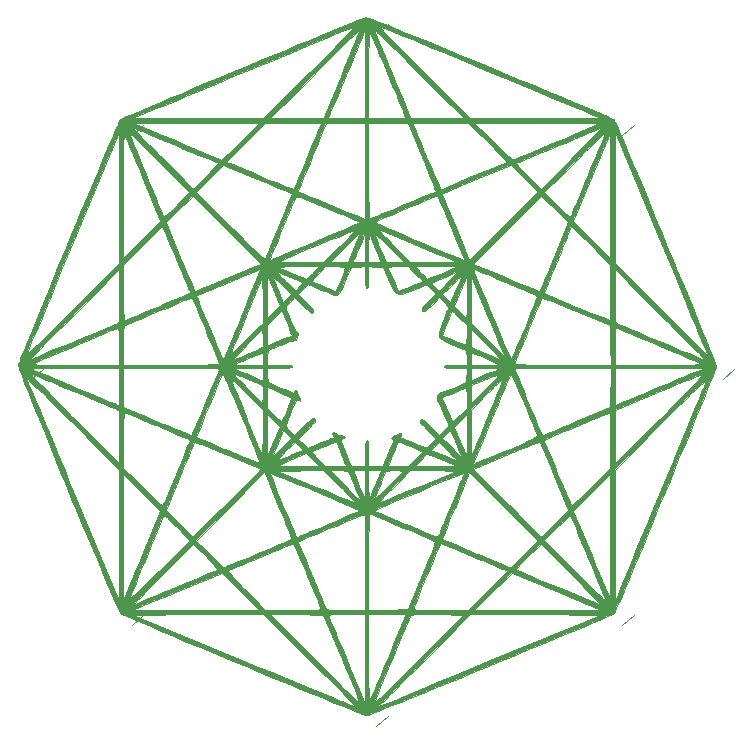
<source format=gbr>
G04 #@! TF.FileFunction,Legend,Top*
%FSLAX46Y46*%
G04 Gerber Fmt 4.6, Leading zero omitted, Abs format (unit mm)*
G04 Created by KiCad (PCBNEW 4.0.2-stable) date 7/20/2016 11:09:08 PM*
%MOMM*%
G01*
G04 APERTURE LIST*
%ADD10C,0.100000*%
%ADD11C,0.010000*%
G04 APERTURE END LIST*
D10*
D11*
G36*
X145328244Y-75547905D02*
X145498083Y-75598072D01*
X145759702Y-75688348D01*
X146119083Y-75821128D01*
X146582207Y-75998809D01*
X147155053Y-76223784D01*
X147843603Y-76498450D01*
X148653836Y-76825200D01*
X149591734Y-77206431D01*
X150663277Y-77644537D01*
X151874445Y-78141913D01*
X153231219Y-78700954D01*
X154739579Y-79324056D01*
X155798345Y-79762162D01*
X157078250Y-80292733D01*
X158314555Y-80806523D01*
X159497461Y-81299394D01*
X160617168Y-81767208D01*
X161663878Y-82205828D01*
X162627791Y-82611117D01*
X163499108Y-82978937D01*
X164268029Y-83305150D01*
X164924754Y-83585620D01*
X165459485Y-83816208D01*
X165862422Y-83992778D01*
X166123766Y-84111191D01*
X166233717Y-84167311D01*
X166235640Y-84168947D01*
X166288215Y-84268301D01*
X166402178Y-84517986D01*
X166572634Y-84906183D01*
X166794690Y-85421073D01*
X167063451Y-86050840D01*
X167374023Y-86783665D01*
X167721513Y-87607728D01*
X168101025Y-88511214D01*
X168507667Y-89482302D01*
X168936544Y-90509176D01*
X169382762Y-91580017D01*
X169841427Y-92683006D01*
X170307645Y-93806326D01*
X170776522Y-94938159D01*
X171243163Y-96066686D01*
X171702675Y-97180089D01*
X172150163Y-98266550D01*
X172580735Y-99314251D01*
X172989494Y-100311374D01*
X173371548Y-101246100D01*
X173722002Y-102106612D01*
X174035963Y-102881091D01*
X174308536Y-103557720D01*
X174534827Y-104124679D01*
X174709942Y-104570151D01*
X174828987Y-104882318D01*
X174887068Y-105049362D01*
X174892138Y-105072584D01*
X174859074Y-105179958D01*
X174763143Y-105437051D01*
X174609239Y-105832045D01*
X174402257Y-106353122D01*
X174147090Y-106988465D01*
X173848633Y-107726256D01*
X173511779Y-108554678D01*
X173141422Y-109461914D01*
X172742457Y-110436145D01*
X172319776Y-111465554D01*
X171878275Y-112538324D01*
X171422847Y-113642636D01*
X170958386Y-114766674D01*
X170489786Y-115898620D01*
X170021941Y-117026657D01*
X169559745Y-118138966D01*
X169108091Y-119223731D01*
X168671875Y-120269133D01*
X168255989Y-121263355D01*
X167865328Y-122194580D01*
X167504786Y-123050990D01*
X167179256Y-123820767D01*
X166893633Y-124492095D01*
X166652811Y-125053154D01*
X166461683Y-125492129D01*
X166325143Y-125797201D01*
X166248086Y-125956553D01*
X166235224Y-125976640D01*
X166133376Y-126031652D01*
X165881256Y-126147758D01*
X165490688Y-126320073D01*
X164973493Y-126543715D01*
X164341493Y-126813800D01*
X163606512Y-127125445D01*
X162780370Y-127473765D01*
X161874890Y-127853878D01*
X160901895Y-128260898D01*
X159873206Y-128689944D01*
X158800645Y-129136132D01*
X157696036Y-129594577D01*
X156571200Y-130060397D01*
X155437959Y-130528707D01*
X154308136Y-130994624D01*
X153193552Y-131453265D01*
X152106030Y-131899746D01*
X151057393Y-132329183D01*
X150059461Y-132736693D01*
X149124059Y-133117392D01*
X148263006Y-133466397D01*
X147488127Y-133778824D01*
X146811243Y-134049789D01*
X146244176Y-134274409D01*
X145798749Y-134447800D01*
X145486784Y-134565079D01*
X145320102Y-134621363D01*
X145297427Y-134625745D01*
X145189280Y-134591814D01*
X144929345Y-134494580D01*
X144527547Y-134338074D01*
X143993813Y-134126328D01*
X143338068Y-133863373D01*
X142570240Y-133553239D01*
X141700253Y-133199957D01*
X140738035Y-132807559D01*
X139693511Y-132380075D01*
X138576607Y-131921536D01*
X137397250Y-131435974D01*
X136165365Y-130927418D01*
X134890879Y-130399901D01*
X134865242Y-130389276D01*
X133589968Y-129860057D01*
X132357677Y-129347375D01*
X131178269Y-128855411D01*
X130061641Y-128388351D01*
X129017692Y-127950378D01*
X128056322Y-127545676D01*
X127187428Y-127178429D01*
X126420911Y-126852822D01*
X125766668Y-126573038D01*
X125234598Y-126343261D01*
X124834601Y-126167675D01*
X124671275Y-126093483D01*
X125490337Y-126093483D01*
X134929341Y-130007763D01*
X136151602Y-130514517D01*
X137328533Y-131002265D01*
X138450045Y-131466837D01*
X139506050Y-131904063D01*
X140486459Y-132309774D01*
X141381184Y-132679799D01*
X142180137Y-133009969D01*
X142873228Y-133296114D01*
X143450369Y-133534064D01*
X143901472Y-133719649D01*
X144216448Y-133848700D01*
X144385209Y-133917045D01*
X144412017Y-133927246D01*
X144398924Y-133912484D01*
X146295242Y-133912484D01*
X146386036Y-133874147D01*
X146628523Y-133773078D01*
X147012521Y-133613496D01*
X147527849Y-133399620D01*
X148164326Y-133135667D01*
X148911771Y-132825858D01*
X149760004Y-132474410D01*
X150698842Y-132085542D01*
X151718105Y-131663473D01*
X152807612Y-131212422D01*
X153957181Y-130736607D01*
X155156632Y-130240247D01*
X155781040Y-129981892D01*
X165179252Y-126093483D01*
X159635615Y-126070926D01*
X154091977Y-126048368D01*
X150149816Y-130001518D01*
X149466637Y-130687295D01*
X148823668Y-131334058D01*
X148230995Y-131931571D01*
X147698705Y-132469604D01*
X147236881Y-132937923D01*
X146855610Y-133326294D01*
X146564976Y-133624486D01*
X146375066Y-133822264D01*
X146295964Y-133909397D01*
X146295242Y-133912484D01*
X144398924Y-133912484D01*
X144359495Y-133868032D01*
X144193230Y-133695444D01*
X143923478Y-133419841D01*
X143560497Y-133051580D01*
X143114542Y-132601018D01*
X142595871Y-132078515D01*
X142014739Y-131494427D01*
X141381405Y-130859112D01*
X140706123Y-130182928D01*
X140513649Y-129990408D01*
X136571609Y-126048368D01*
X131030973Y-126070926D01*
X125490337Y-126093483D01*
X124671275Y-126093483D01*
X124576574Y-126050465D01*
X124570635Y-126047407D01*
X137098690Y-126047407D01*
X140904852Y-129855088D01*
X141579141Y-130528843D01*
X142216091Y-131163733D01*
X142805059Y-131749252D01*
X143335400Y-132274891D01*
X143796471Y-132730144D01*
X144177626Y-133104502D01*
X144468222Y-133387460D01*
X144657615Y-133568509D01*
X144735160Y-133637142D01*
X144736402Y-133637380D01*
X144709069Y-133553917D01*
X144620815Y-133324787D01*
X144478131Y-132966004D01*
X144287509Y-132493584D01*
X144055439Y-131923540D01*
X143788412Y-131271887D01*
X143492920Y-130554640D01*
X143202391Y-129852737D01*
X141657975Y-126129604D01*
X142061908Y-126129604D01*
X142118620Y-126273722D01*
X142231588Y-126551451D01*
X142392690Y-126943344D01*
X142593806Y-127429957D01*
X142826815Y-127991842D01*
X143083596Y-128609555D01*
X143356028Y-129263650D01*
X143635991Y-129934682D01*
X143915363Y-130603204D01*
X144186023Y-131249770D01*
X144439852Y-131854936D01*
X144668726Y-132399255D01*
X144864527Y-132863281D01*
X145019133Y-133227570D01*
X145124423Y-133472675D01*
X145172276Y-133579150D01*
X145174211Y-133582104D01*
X145923692Y-133582104D01*
X145975635Y-133545505D01*
X146140954Y-133395028D01*
X146409275Y-133140780D01*
X146770224Y-132792866D01*
X147213427Y-132361389D01*
X147728512Y-131856455D01*
X148305103Y-131288169D01*
X148932828Y-130666636D01*
X149601313Y-130001962D01*
X149700127Y-129903483D01*
X153522017Y-126093483D01*
X151315925Y-126070049D01*
X150710790Y-126066213D01*
X150163984Y-126067697D01*
X149699777Y-126074033D01*
X149342442Y-126084752D01*
X149116252Y-126099386D01*
X149045787Y-126113842D01*
X149003733Y-126201928D01*
X148902926Y-126432220D01*
X148751585Y-126785057D01*
X148557926Y-127240782D01*
X148330170Y-127779734D01*
X148076535Y-128382254D01*
X147805239Y-129028683D01*
X147524500Y-129699362D01*
X147242537Y-130374632D01*
X146967569Y-131034833D01*
X146707815Y-131660306D01*
X146471492Y-132231391D01*
X146266819Y-132728431D01*
X146102015Y-133131764D01*
X145985299Y-133421733D01*
X145924888Y-133578678D01*
X145923692Y-133582104D01*
X145174211Y-133582104D01*
X145179729Y-133497498D01*
X145184853Y-133255602D01*
X145189456Y-132874298D01*
X145193416Y-132371469D01*
X145196607Y-131764996D01*
X145198905Y-131072761D01*
X145200185Y-130312647D01*
X145200414Y-129815897D01*
X145200414Y-126049690D01*
X145463173Y-126049690D01*
X145463173Y-129830494D01*
X145463973Y-130623614D01*
X145466260Y-131358584D01*
X145469867Y-132017786D01*
X145474624Y-132583601D01*
X145480363Y-133038411D01*
X145486916Y-133364597D01*
X145494113Y-133544541D01*
X145498996Y-133574805D01*
X145538909Y-133488851D01*
X145638857Y-133257401D01*
X145791951Y-132896843D01*
X145991304Y-132423565D01*
X146230028Y-131853955D01*
X146501234Y-131204402D01*
X146798034Y-130491294D01*
X147042050Y-129903483D01*
X147354746Y-129149257D01*
X147647391Y-128443138D01*
X147913025Y-127801940D01*
X148144688Y-127242476D01*
X148335417Y-126781562D01*
X148478254Y-126436010D01*
X148566235Y-126222637D01*
X148592150Y-126159173D01*
X148570171Y-126118687D01*
X148455822Y-126088863D01*
X148230807Y-126068401D01*
X147876831Y-126056005D01*
X147375601Y-126050374D01*
X147049095Y-126049690D01*
X145463173Y-126049690D01*
X145200414Y-126049690D01*
X143616563Y-126049690D01*
X143080559Y-126053888D01*
X142635491Y-126065721D01*
X142303549Y-126084048D01*
X142106926Y-126107730D01*
X142061908Y-126129604D01*
X141657975Y-126129604D01*
X141642991Y-126093483D01*
X139370840Y-126070445D01*
X137098690Y-126047407D01*
X124570635Y-126047407D01*
X124470417Y-125995813D01*
X124469998Y-125995462D01*
X124406279Y-125888989D01*
X124297921Y-125665107D01*
X125588403Y-125665107D01*
X125666872Y-125671191D01*
X125905626Y-125676930D01*
X126289777Y-125682227D01*
X126804437Y-125686985D01*
X127434719Y-125691110D01*
X128165734Y-125694504D01*
X128982596Y-125697072D01*
X129870416Y-125698716D01*
X130814306Y-125699342D01*
X130887068Y-125699345D01*
X136222228Y-125699345D01*
X133069724Y-122547069D01*
X129347311Y-124088969D01*
X128586845Y-124404372D01*
X127877038Y-124699543D01*
X127234081Y-124967691D01*
X126674167Y-125202029D01*
X126213488Y-125395765D01*
X125868235Y-125542111D01*
X125654601Y-125634276D01*
X125588403Y-125665107D01*
X124297921Y-125665107D01*
X124281996Y-125632205D01*
X124102040Y-125236953D01*
X124101663Y-125236099D01*
X125591976Y-125236099D01*
X125701086Y-125193273D01*
X125954552Y-125090700D01*
X126334848Y-124935565D01*
X126824446Y-124735050D01*
X127405822Y-124496341D01*
X128061447Y-124226620D01*
X128773797Y-123933071D01*
X129183011Y-123764232D01*
X129915782Y-123461155D01*
X130598389Y-123177647D01*
X131213794Y-122920871D01*
X131744960Y-122697990D01*
X132174850Y-122516167D01*
X132486428Y-122382564D01*
X132563662Y-122348283D01*
X133564908Y-122348283D01*
X133586204Y-122424244D01*
X133732261Y-122614716D01*
X133999162Y-122915353D01*
X134382989Y-123321809D01*
X134879826Y-123829738D01*
X135096802Y-124047815D01*
X136746616Y-125699345D01*
X139090412Y-125699345D01*
X139710586Y-125697233D01*
X140269166Y-125691277D01*
X140743484Y-125682048D01*
X141110874Y-125670119D01*
X141348668Y-125656060D01*
X141434197Y-125640442D01*
X141434207Y-125640272D01*
X141401610Y-125531630D01*
X141310134Y-125289137D01*
X141169250Y-124935100D01*
X140988430Y-124491822D01*
X140777146Y-123981611D01*
X140544869Y-123426770D01*
X140301072Y-122849607D01*
X140055226Y-122272425D01*
X139816802Y-121717531D01*
X139595273Y-121207230D01*
X139400109Y-120763827D01*
X139240784Y-120409628D01*
X139126768Y-120166938D01*
X139067534Y-120058062D01*
X139062253Y-120054439D01*
X138974171Y-120093223D01*
X138746949Y-120189723D01*
X138403232Y-120334491D01*
X137965662Y-120518078D01*
X137456886Y-120731035D01*
X136899546Y-120963915D01*
X136316287Y-121207268D01*
X135729753Y-121451646D01*
X135162589Y-121687599D01*
X134637439Y-121905681D01*
X134176947Y-122096441D01*
X133803757Y-122250431D01*
X133564908Y-122348283D01*
X132563662Y-122348283D01*
X132662655Y-122304345D01*
X132695949Y-122287339D01*
X132658211Y-122211515D01*
X132513696Y-122034363D01*
X132281139Y-121776752D01*
X131979274Y-121459555D01*
X131687797Y-121164268D01*
X130615490Y-120094535D01*
X128032607Y-122689474D01*
X127486585Y-123240213D01*
X126986495Y-123748831D01*
X126544281Y-124202867D01*
X126171886Y-124589859D01*
X125881253Y-124897344D01*
X125684325Y-125112862D01*
X125593046Y-125223950D01*
X125591976Y-125236099D01*
X124101663Y-125236099D01*
X123871301Y-124715078D01*
X123594670Y-124078424D01*
X123277037Y-123338834D01*
X122923293Y-122508153D01*
X122538328Y-121598225D01*
X122127033Y-120620894D01*
X121694299Y-119588004D01*
X121245016Y-118511398D01*
X120784074Y-117402922D01*
X120316364Y-116274419D01*
X119846777Y-115137732D01*
X119380203Y-114004708D01*
X118921533Y-112887188D01*
X118475657Y-111797017D01*
X118047465Y-110746040D01*
X117641849Y-109746101D01*
X117263699Y-108809043D01*
X116917905Y-107946710D01*
X116609358Y-107170947D01*
X116342948Y-106493597D01*
X116202946Y-106131698D01*
X116534419Y-106131698D01*
X116576416Y-106235177D01*
X116681201Y-106490107D01*
X116844486Y-106886117D01*
X117061980Y-107412836D01*
X117329395Y-108059895D01*
X117642439Y-108816923D01*
X117996824Y-109673550D01*
X118388260Y-110619406D01*
X118812456Y-111644120D01*
X119265125Y-112737322D01*
X119741975Y-113888642D01*
X120238718Y-115087710D01*
X120457311Y-115615276D01*
X124311104Y-124915812D01*
X124311479Y-124823483D01*
X125165365Y-124823483D01*
X125215244Y-124792215D01*
X125376331Y-124648920D01*
X125636139Y-124405606D01*
X125982179Y-124074278D01*
X126401962Y-123666945D01*
X126883002Y-123195614D01*
X127412808Y-122672291D01*
X127715113Y-122371979D01*
X130268988Y-119829969D01*
X130881499Y-119829969D01*
X132019189Y-120970191D01*
X132384385Y-121329841D01*
X132710578Y-121639086D01*
X132976804Y-121879015D01*
X133162101Y-122030717D01*
X133244682Y-122075684D01*
X133343673Y-122035099D01*
X133585331Y-121935448D01*
X133950470Y-121784660D01*
X134419902Y-121590665D01*
X134974439Y-121361391D01*
X135594894Y-121104767D01*
X136135242Y-120881208D01*
X136791966Y-120609154D01*
X137395456Y-120358561D01*
X137927069Y-120137214D01*
X138368163Y-119952900D01*
X138530910Y-119884506D01*
X139518031Y-119884506D01*
X139544178Y-119966566D01*
X139628412Y-120188041D01*
X139761612Y-120526579D01*
X139934655Y-120959831D01*
X140138419Y-121465444D01*
X140363782Y-122021068D01*
X140601622Y-122604351D01*
X140842817Y-123192942D01*
X141078246Y-123764490D01*
X141298787Y-124296644D01*
X141495316Y-124767052D01*
X141658713Y-125153365D01*
X141779856Y-125433229D01*
X141810757Y-125502276D01*
X141847135Y-125570952D01*
X141901193Y-125621475D01*
X141997517Y-125656631D01*
X142160695Y-125679205D01*
X142415312Y-125691982D01*
X142785954Y-125697748D01*
X143297207Y-125699288D01*
X143550335Y-125699345D01*
X145200414Y-125699345D01*
X145200414Y-121628478D01*
X145463173Y-121628478D01*
X145463173Y-125703128D01*
X147131967Y-125679340D01*
X148800762Y-125655552D01*
X148804492Y-125646541D01*
X149229380Y-125646541D01*
X149313187Y-125660513D01*
X149549497Y-125673098D01*
X149915642Y-125683784D01*
X150388954Y-125692061D01*
X150946767Y-125697418D01*
X151566412Y-125699345D01*
X153916971Y-125699345D01*
X154441359Y-125699345D01*
X159776519Y-125699345D01*
X160724020Y-125698775D01*
X161616570Y-125697132D01*
X162439280Y-125694516D01*
X163177262Y-125691028D01*
X163815628Y-125686769D01*
X164339492Y-125681840D01*
X164733966Y-125676340D01*
X164984160Y-125670370D01*
X165075189Y-125664032D01*
X165075184Y-125663544D01*
X164989277Y-125623737D01*
X164757657Y-125523861D01*
X164396519Y-125370714D01*
X163922058Y-125171094D01*
X163350469Y-124931798D01*
X162697948Y-124659624D01*
X161980690Y-124361369D01*
X161317317Y-124086251D01*
X157595943Y-122544760D01*
X156018651Y-124122053D01*
X154441359Y-125699345D01*
X153916971Y-125699345D01*
X157214073Y-122398813D01*
X156902856Y-122265468D01*
X157940790Y-122265468D01*
X158028678Y-122307633D01*
X158258474Y-122408084D01*
X158610084Y-122558461D01*
X159063416Y-122750407D01*
X159598377Y-122975565D01*
X160194873Y-123225575D01*
X160832812Y-123492080D01*
X161492101Y-123766722D01*
X162152646Y-124041144D01*
X162794356Y-124306986D01*
X163397137Y-124555892D01*
X163940896Y-124779502D01*
X164405540Y-124969460D01*
X164770976Y-125117407D01*
X165017112Y-125214985D01*
X165123854Y-125253837D01*
X165125719Y-125254154D01*
X165084742Y-125196134D01*
X164931833Y-125027375D01*
X164679319Y-124760605D01*
X164339530Y-124408552D01*
X163924795Y-123983945D01*
X163447443Y-123499513D01*
X162919803Y-122967983D01*
X162630423Y-122677975D01*
X160048097Y-120094535D01*
X158977251Y-121162810D01*
X158630317Y-121512675D01*
X158334256Y-121818461D01*
X158108403Y-122059600D01*
X157972091Y-122215522D01*
X157940790Y-122265468D01*
X156902856Y-122265468D01*
X156790864Y-122217484D01*
X156600652Y-122137134D01*
X156273685Y-122000288D01*
X155835080Y-121817402D01*
X155309954Y-121598936D01*
X154723424Y-121355348D01*
X154100606Y-121097095D01*
X154002828Y-121056588D01*
X153399822Y-120806473D01*
X152850132Y-120577829D01*
X152374380Y-120379285D01*
X151993186Y-120219469D01*
X151727172Y-120107011D01*
X151596958Y-120050539D01*
X151587819Y-120046047D01*
X151546781Y-120117590D01*
X151448558Y-120328824D01*
X151302554Y-120657419D01*
X151118171Y-121081044D01*
X150904815Y-121577368D01*
X150671889Y-122124060D01*
X150428796Y-122698790D01*
X150184940Y-123279226D01*
X149949726Y-123843038D01*
X149732557Y-124367895D01*
X149542836Y-124831467D01*
X149389968Y-125211421D01*
X149283357Y-125485428D01*
X149232405Y-125631157D01*
X149229380Y-125646541D01*
X148804492Y-125646541D01*
X149989622Y-122783609D01*
X150263548Y-122118982D01*
X150513381Y-121507206D01*
X150731791Y-120966665D01*
X150911450Y-120515742D01*
X151045026Y-120172822D01*
X151125192Y-119956287D01*
X151145483Y-119884512D01*
X151058084Y-119844460D01*
X150831659Y-119747553D01*
X150717207Y-119699341D01*
X151702013Y-119699341D01*
X151786911Y-119737092D01*
X152011267Y-119832609D01*
X152352722Y-119976574D01*
X152788916Y-120159670D01*
X153297490Y-120372578D01*
X153856085Y-120605979D01*
X154442341Y-120850556D01*
X155033898Y-121096990D01*
X155608397Y-121335963D01*
X156143479Y-121558157D01*
X156616784Y-121754253D01*
X157005953Y-121914933D01*
X157288626Y-122030880D01*
X157442444Y-122092774D01*
X157463747Y-122100524D01*
X157536877Y-122044010D01*
X157712892Y-121882191D01*
X157971595Y-121634406D01*
X158292788Y-121319992D01*
X158645446Y-120969140D01*
X159782088Y-119829969D01*
X159737508Y-119785413D01*
X160352060Y-119785413D01*
X162910414Y-122344869D01*
X163460333Y-122893789D01*
X163970985Y-123401126D01*
X164429339Y-123854112D01*
X164822365Y-124239979D01*
X165137032Y-124545957D01*
X165360311Y-124759279D01*
X165479171Y-124867175D01*
X165495249Y-124877844D01*
X165468443Y-124794025D01*
X165381008Y-124565248D01*
X165239698Y-124208248D01*
X165051264Y-123739758D01*
X164822462Y-123176516D01*
X164560043Y-122535254D01*
X164270762Y-121832710D01*
X164091640Y-121399664D01*
X163786253Y-120662175D01*
X163500223Y-119970667D01*
X163240846Y-119342828D01*
X163015414Y-118796350D01*
X162831221Y-118348921D01*
X162695562Y-118018230D01*
X162615729Y-117821969D01*
X162598292Y-117777822D01*
X162560488Y-117730927D01*
X162488544Y-117740926D01*
X162365611Y-117821227D01*
X162174839Y-117985234D01*
X161899378Y-118246353D01*
X161522379Y-118617989D01*
X161443548Y-118696546D01*
X160352060Y-119785413D01*
X159737508Y-119785413D01*
X156892458Y-116941947D01*
X154002828Y-114053926D01*
X152840633Y-116867832D01*
X152569977Y-117525214D01*
X152322990Y-118129098D01*
X152107117Y-118660972D01*
X151929802Y-119102323D01*
X151798490Y-119434639D01*
X151720624Y-119639407D01*
X151702013Y-119699341D01*
X150717207Y-119699341D01*
X150488856Y-119603151D01*
X150052321Y-119420611D01*
X149544702Y-119209291D01*
X148988646Y-118978550D01*
X148406799Y-118737744D01*
X147821809Y-118496233D01*
X147256324Y-118263375D01*
X146732989Y-118048527D01*
X146274453Y-117861047D01*
X145903362Y-117710295D01*
X145642363Y-117605626D01*
X145514104Y-117556401D01*
X145505081Y-117553828D01*
X145496585Y-117638548D01*
X145488667Y-117881249D01*
X145481502Y-118264738D01*
X145475268Y-118771823D01*
X145470142Y-119385311D01*
X145466300Y-120088012D01*
X145463920Y-120862734D01*
X145463173Y-121628478D01*
X145200414Y-121628478D01*
X145200414Y-121617216D01*
X145199729Y-120648239D01*
X145197409Y-119840951D01*
X145193051Y-119181873D01*
X145186257Y-118657524D01*
X145176625Y-118254427D01*
X145163756Y-117959100D01*
X145147249Y-117758066D01*
X145126704Y-117637845D01*
X145101720Y-117584957D01*
X145080538Y-117581087D01*
X144927580Y-117642140D01*
X144646259Y-117756705D01*
X144259273Y-117915383D01*
X143789320Y-118108775D01*
X143259100Y-118327481D01*
X142691310Y-118562102D01*
X142108651Y-118803239D01*
X141533819Y-119041491D01*
X140989515Y-119267460D01*
X140498437Y-119471745D01*
X140083283Y-119644948D01*
X139766753Y-119777669D01*
X139571544Y-119860508D01*
X139518031Y-119884506D01*
X138530910Y-119884506D01*
X138700095Y-119813407D01*
X138904224Y-119726522D01*
X138963232Y-119699940D01*
X138936877Y-119616992D01*
X138850618Y-119390878D01*
X138711902Y-119040142D01*
X138528181Y-118583323D01*
X138306903Y-118038964D01*
X138055518Y-117425605D01*
X137824612Y-116865971D01*
X136670073Y-114076028D01*
X137091029Y-114076028D01*
X137119295Y-114158738D01*
X137207143Y-114383557D01*
X137346578Y-114730982D01*
X137529601Y-115181512D01*
X137748215Y-115715643D01*
X137994424Y-116313874D01*
X138260231Y-116956701D01*
X138537637Y-117624622D01*
X138818647Y-118298135D01*
X138992753Y-118713729D01*
X139144133Y-119059654D01*
X139275028Y-119331511D01*
X139369340Y-119497483D01*
X139407189Y-119532948D01*
X139499055Y-119492310D01*
X139733097Y-119393098D01*
X140089566Y-119243561D01*
X140548714Y-119051949D01*
X141090790Y-118826511D01*
X141696047Y-118575498D01*
X142047311Y-118430108D01*
X142679725Y-118167441D01*
X143260340Y-117924205D01*
X143769261Y-117708898D01*
X144186595Y-117530016D01*
X144492448Y-117396057D01*
X144663747Y-117316987D01*
X145999908Y-117316987D01*
X146139989Y-117387388D01*
X146409872Y-117508494D01*
X146786350Y-117670858D01*
X147246220Y-117865036D01*
X147766278Y-118081581D01*
X148323317Y-118311048D01*
X148894135Y-118543992D01*
X149455526Y-118770967D01*
X149984285Y-118982527D01*
X150457208Y-119169227D01*
X150851090Y-119321621D01*
X151142727Y-119430264D01*
X151308914Y-119485710D01*
X151338469Y-119490075D01*
X151383529Y-119398436D01*
X151486075Y-119165343D01*
X151637344Y-118811502D01*
X151828571Y-118357619D01*
X152050992Y-117824401D01*
X152295842Y-117232555D01*
X152361900Y-117072104D01*
X152617234Y-116451545D01*
X152857227Y-115868767D01*
X153071984Y-115347757D01*
X153251611Y-114912504D01*
X153386215Y-114586994D01*
X153465899Y-114395218D01*
X153473623Y-114376809D01*
X153612728Y-114046342D01*
X153326054Y-114163853D01*
X151937695Y-114734081D01*
X150707615Y-115241735D01*
X149631247Y-115688779D01*
X148704020Y-116077181D01*
X147921366Y-116408908D01*
X147278717Y-116685926D01*
X146771501Y-116910200D01*
X146395152Y-117083699D01*
X146145100Y-117208388D01*
X146016775Y-117286233D01*
X145999908Y-117316987D01*
X144663747Y-117316987D01*
X144666926Y-117315520D01*
X144699548Y-117297203D01*
X144635162Y-117251936D01*
X144424056Y-117147117D01*
X144081644Y-116989512D01*
X143623340Y-116785887D01*
X143064559Y-116543009D01*
X142420713Y-116267644D01*
X141707217Y-115966559D01*
X140939484Y-115646520D01*
X140936889Y-115645445D01*
X140166396Y-115326658D01*
X139447066Y-115029998D01*
X138794712Y-114761918D01*
X138225147Y-114528870D01*
X137754182Y-114337307D01*
X137397630Y-114193681D01*
X137171302Y-114104446D01*
X137091029Y-114076028D01*
X136670073Y-114076028D01*
X136660759Y-114053521D01*
X130881499Y-119829969D01*
X130268988Y-119829969D01*
X130310051Y-119789097D01*
X129239531Y-118716000D01*
X128852199Y-118329312D01*
X128569117Y-118053444D01*
X128371609Y-117874419D01*
X128240996Y-117778261D01*
X128158601Y-117750993D01*
X128105746Y-117778640D01*
X128067839Y-117839228D01*
X128016712Y-117953906D01*
X127907504Y-118209509D01*
X127748947Y-118585028D01*
X127549769Y-119059458D01*
X127318702Y-119611791D01*
X127064475Y-120221019D01*
X126795818Y-120866136D01*
X126521460Y-121526135D01*
X126250133Y-122180008D01*
X125990566Y-122806748D01*
X125751490Y-123385349D01*
X125541633Y-123894802D01*
X125369726Y-124314101D01*
X125244500Y-124622239D01*
X125174684Y-124798209D01*
X125165365Y-124823483D01*
X124311479Y-124823483D01*
X124333078Y-119517519D01*
X124705242Y-119517519D01*
X124705799Y-120465020D01*
X124707404Y-121357570D01*
X124709959Y-122180280D01*
X124713367Y-122918262D01*
X124717528Y-123556629D01*
X124722344Y-124080492D01*
X124727718Y-124474966D01*
X124733550Y-124725160D01*
X124739742Y-124816189D01*
X124740219Y-124816184D01*
X124779877Y-124730287D01*
X124879651Y-124498693D01*
X125032743Y-124137597D01*
X125232356Y-123663189D01*
X125471692Y-123091664D01*
X125743954Y-122439213D01*
X126042342Y-121722029D01*
X126317703Y-121058508D01*
X127860210Y-117337327D01*
X127766166Y-117243283D01*
X128294722Y-117243283D01*
X129410960Y-118362004D01*
X129770302Y-118719738D01*
X130086665Y-119030116D01*
X130339616Y-119273463D01*
X130508722Y-119430104D01*
X130572751Y-119480724D01*
X130642001Y-119420698D01*
X130822448Y-119248769D01*
X131101684Y-118977157D01*
X131467300Y-118618085D01*
X131906889Y-118183776D01*
X132408044Y-117686451D01*
X132958355Y-117138332D01*
X133484831Y-116612276D01*
X136176302Y-113919000D01*
X137733534Y-113919000D01*
X141050940Y-115294981D01*
X141767753Y-115591955D01*
X142433439Y-115867087D01*
X143030795Y-116113317D01*
X143542620Y-116323582D01*
X143951710Y-116490823D01*
X144240863Y-116607978D01*
X144392877Y-116667987D01*
X144411801Y-116674464D01*
X144365413Y-116616649D01*
X144323477Y-116571946D01*
X146423884Y-116571946D01*
X146461982Y-116586289D01*
X146514207Y-116569440D01*
X146663434Y-116508834D01*
X146954430Y-116389464D01*
X147367127Y-116219605D01*
X147881456Y-116007532D01*
X148477349Y-115761520D01*
X149134739Y-115489844D01*
X149833557Y-115200779D01*
X149875723Y-115183329D01*
X152930686Y-113919000D01*
X150972616Y-113895375D01*
X149014545Y-113871750D01*
X147611100Y-115281487D01*
X147158774Y-115738700D01*
X146823246Y-116085365D01*
X146595159Y-116332471D01*
X146465157Y-116491002D01*
X146423884Y-116571946D01*
X144323477Y-116571946D01*
X144211555Y-116452641D01*
X143967017Y-116199718D01*
X143648583Y-115875161D01*
X143273041Y-115496250D01*
X143052150Y-115274858D01*
X141649042Y-113871750D01*
X137733534Y-113919000D01*
X136176302Y-113919000D01*
X136225792Y-113869476D01*
X142178690Y-113869476D01*
X143444477Y-115139256D01*
X143826089Y-115519851D01*
X144163909Y-115852536D01*
X144439295Y-116119300D01*
X144633606Y-116302134D01*
X144728198Y-116383028D01*
X144734135Y-116385164D01*
X144710682Y-116300477D01*
X144630235Y-116082887D01*
X144503866Y-115760898D01*
X144342644Y-115363017D01*
X144250605Y-115140147D01*
X143770189Y-113983945D01*
X144174369Y-113983945D01*
X144174664Y-113984690D01*
X144378623Y-114487681D01*
X144580441Y-114977876D01*
X144769018Y-115429109D01*
X144933254Y-115815212D01*
X145062051Y-116110018D01*
X145144309Y-116287359D01*
X145168465Y-116327621D01*
X145925430Y-116327621D01*
X145969536Y-116308991D01*
X146119987Y-116182158D01*
X146359512Y-115963036D01*
X146670843Y-115667541D01*
X147036711Y-115311585D01*
X147160980Y-115189000D01*
X148444286Y-113919000D01*
X147728252Y-113893339D01*
X147388307Y-113889413D01*
X147117457Y-113901651D01*
X146961893Y-113927470D01*
X146944935Y-113937132D01*
X146894041Y-114033206D01*
X146791731Y-114256353D01*
X146652951Y-114571530D01*
X146492645Y-114943695D01*
X146325760Y-115337804D01*
X146167239Y-115718814D01*
X146032029Y-116051683D01*
X145935075Y-116301368D01*
X145925430Y-116327621D01*
X145168465Y-116327621D01*
X145179948Y-116245259D01*
X145189599Y-116019067D01*
X145196604Y-115680382D01*
X145200144Y-115260543D01*
X145200414Y-115101414D01*
X145200414Y-113875207D01*
X145463173Y-113875207D01*
X145463173Y-115116012D01*
X145465891Y-115555264D01*
X145473363Y-115920311D01*
X145484566Y-116181363D01*
X145498475Y-116308634D01*
X145504403Y-116315586D01*
X145550978Y-116224060D01*
X145651038Y-116000430D01*
X145791553Y-115674645D01*
X145959494Y-115276654D01*
X146029920Y-115107589D01*
X146202002Y-114690850D01*
X146347148Y-114335238D01*
X146453428Y-114070309D01*
X146508911Y-113925616D01*
X146514207Y-113908014D01*
X146434607Y-113890708D01*
X146227716Y-113878820D01*
X145988690Y-113875207D01*
X145463173Y-113875207D01*
X145200414Y-113875207D01*
X144665526Y-113875207D01*
X144357119Y-113885648D01*
X144200756Y-113920254D01*
X144174369Y-113983945D01*
X143770189Y-113983945D01*
X143743203Y-113919000D01*
X142960946Y-113894238D01*
X142178690Y-113869476D01*
X136225792Y-113869476D01*
X136351357Y-113743828D01*
X154313429Y-113743828D01*
X157179355Y-116612276D01*
X157763175Y-117195656D01*
X158308998Y-117739226D01*
X158804415Y-118230761D01*
X159237019Y-118658039D01*
X159594404Y-119008833D01*
X159864161Y-119270922D01*
X160033883Y-119432080D01*
X160090835Y-119480724D01*
X160164277Y-119421721D01*
X160340444Y-119257832D01*
X160598897Y-119008735D01*
X160919201Y-118694109D01*
X161252141Y-118362491D01*
X162277489Y-117334862D01*
X162806482Y-117334862D01*
X164357918Y-121079173D01*
X164673835Y-121840388D01*
X164969196Y-122549685D01*
X165237292Y-123191126D01*
X165471415Y-123748775D01*
X165664859Y-124206694D01*
X165810914Y-124548946D01*
X165902873Y-124759594D01*
X165933849Y-124823483D01*
X165938211Y-124738404D01*
X165942325Y-124493198D01*
X165946121Y-124102910D01*
X165949529Y-123582585D01*
X165952482Y-122947267D01*
X165954909Y-122212002D01*
X165956741Y-121391835D01*
X165957909Y-120501811D01*
X165958344Y-119556975D01*
X165958345Y-119502921D01*
X165958345Y-114182359D01*
X164382414Y-115758611D01*
X162806482Y-117334862D01*
X162277489Y-117334862D01*
X162367893Y-117244257D01*
X161173935Y-114355422D01*
X160897995Y-113688416D01*
X160643496Y-113074483D01*
X160418085Y-112531967D01*
X160229404Y-112079215D01*
X160085100Y-111734573D01*
X159992816Y-111516384D01*
X159960358Y-111443013D01*
X159877838Y-111469702D01*
X159652088Y-111556166D01*
X159301636Y-111694959D01*
X158845013Y-111878632D01*
X158300750Y-112099740D01*
X157687376Y-112350836D01*
X157127083Y-112581633D01*
X154313429Y-113743828D01*
X136351357Y-113743828D01*
X135744807Y-113492700D01*
X137755586Y-113492700D01*
X137838828Y-113502420D01*
X138071176Y-113510961D01*
X138426567Y-113517850D01*
X138878937Y-113522615D01*
X139402220Y-113524781D01*
X139528331Y-113524862D01*
X141301076Y-113524862D01*
X140761189Y-112984976D01*
X140221303Y-112445089D01*
X138988445Y-112952813D01*
X138561941Y-113130454D01*
X138199380Y-113285269D01*
X137928636Y-113405052D01*
X137777584Y-113477594D01*
X137755586Y-113492700D01*
X135744807Y-113492700D01*
X133539211Y-112579525D01*
X132882076Y-112308390D01*
X132278323Y-112061082D01*
X131746477Y-111845050D01*
X131305062Y-111667742D01*
X130972601Y-111536605D01*
X130767617Y-111459089D01*
X130707459Y-111440904D01*
X130670596Y-111524894D01*
X130574446Y-111752402D01*
X130426667Y-112105076D01*
X130234922Y-112564560D01*
X130006869Y-113112499D01*
X129750171Y-113730538D01*
X129491288Y-114354935D01*
X128294722Y-117243283D01*
X127766166Y-117243283D01*
X124705242Y-114182359D01*
X124705242Y-119517519D01*
X124333078Y-119517519D01*
X124333661Y-119374395D01*
X124356218Y-113832977D01*
X120410769Y-109890816D01*
X119727557Y-109209901D01*
X119083947Y-108571814D01*
X118490044Y-107986353D01*
X117955955Y-107463319D01*
X117491783Y-107012512D01*
X117107634Y-106643729D01*
X116813612Y-106366771D01*
X116619823Y-106191437D01*
X116536372Y-106127527D01*
X116534419Y-106131698D01*
X116202946Y-106131698D01*
X116123566Y-105926506D01*
X116024803Y-105664068D01*
X116822483Y-105664068D01*
X116859083Y-105716122D01*
X117009562Y-105881548D01*
X117263814Y-106149970D01*
X117611735Y-106511011D01*
X118043219Y-106954296D01*
X118548161Y-107469451D01*
X119116455Y-108046098D01*
X119737997Y-108673862D01*
X120402680Y-109342368D01*
X120501104Y-109441127D01*
X124311104Y-113263017D01*
X124331880Y-111307107D01*
X124705242Y-111307107D01*
X124705242Y-113654556D01*
X126344941Y-115295961D01*
X126866648Y-115814487D01*
X127278665Y-116214942D01*
X127591532Y-116506650D01*
X127815792Y-116698936D01*
X127961985Y-116801123D01*
X128040654Y-116822535D01*
X128056151Y-116809583D01*
X128106022Y-116700103D01*
X128214270Y-116448903D01*
X128372391Y-116076167D01*
X128571881Y-115602079D01*
X128804236Y-115046820D01*
X129060952Y-114430574D01*
X129226125Y-114032745D01*
X129491551Y-113393411D01*
X129735866Y-112806399D01*
X129950928Y-112291156D01*
X130128596Y-111867130D01*
X130260726Y-111553770D01*
X130339177Y-111370523D01*
X130357396Y-111330605D01*
X130286353Y-111288773D01*
X130075627Y-111189761D01*
X129785405Y-111059929D01*
X130888223Y-111059929D01*
X130972129Y-111100174D01*
X131194361Y-111196916D01*
X131532051Y-111340676D01*
X131962328Y-111521976D01*
X132462326Y-111731338D01*
X133009174Y-111959285D01*
X133580004Y-112196336D01*
X134151947Y-112433015D01*
X134702135Y-112659843D01*
X135207699Y-112867342D01*
X135645769Y-113046033D01*
X135993477Y-113186438D01*
X136227955Y-113279079D01*
X136326333Y-113314478D01*
X136327873Y-113314463D01*
X136298940Y-113233267D01*
X136240069Y-113084174D01*
X137667738Y-113084174D01*
X137668592Y-113086812D01*
X137760771Y-113054772D01*
X137983749Y-112966957D01*
X138306931Y-112835693D01*
X138699721Y-112673303D01*
X138826134Y-112620536D01*
X139657037Y-112272948D01*
X140650746Y-112272948D01*
X140691476Y-112343581D01*
X140832561Y-112509148D01*
X141049400Y-112741821D01*
X141217707Y-112914243D01*
X141823647Y-113524862D01*
X142679962Y-113524862D01*
X143043146Y-113520202D01*
X143329910Y-113507653D01*
X143502754Y-113489365D01*
X143536276Y-113475793D01*
X143505142Y-113382067D01*
X143422239Y-113165617D01*
X143303313Y-112865187D01*
X143164112Y-112519521D01*
X143020384Y-112167361D01*
X142887874Y-111847450D01*
X142782332Y-111598531D01*
X142719503Y-111459348D01*
X142710195Y-111443379D01*
X142627800Y-111466832D01*
X142421389Y-111542846D01*
X142128509Y-111656295D01*
X141786711Y-111792055D01*
X141433545Y-111934999D01*
X141106560Y-112070002D01*
X140843306Y-112181939D01*
X140681333Y-112255684D01*
X140650746Y-112272948D01*
X139657037Y-112272948D01*
X139940475Y-112154379D01*
X139240981Y-111471341D01*
X138433186Y-112279136D01*
X138137059Y-112578344D01*
X137896417Y-112827421D01*
X137732798Y-113003614D01*
X137667738Y-113084174D01*
X136240069Y-113084174D01*
X136209239Y-113006097D01*
X136065214Y-112648747D01*
X135873309Y-112177006D01*
X135639968Y-111606667D01*
X135371636Y-110953522D01*
X135074757Y-110233363D01*
X134755775Y-109461980D01*
X134754609Y-109459164D01*
X134339627Y-108462545D01*
X133986437Y-107626123D01*
X133693619Y-106946727D01*
X133459751Y-106421186D01*
X133358798Y-106206581D01*
X133820700Y-106206581D01*
X133836945Y-106255207D01*
X133897930Y-106404466D01*
X134017582Y-106695523D01*
X134187621Y-107108301D01*
X134399766Y-107622722D01*
X134645738Y-108218709D01*
X134917257Y-108876185D01*
X135206043Y-109575072D01*
X135223057Y-109616234D01*
X136485586Y-112670709D01*
X136509212Y-110713127D01*
X136528637Y-109103511D01*
X136879724Y-109103511D01*
X136882722Y-110941945D01*
X136885719Y-112780380D01*
X137307901Y-112780380D01*
X138933245Y-111163606D01*
X138590828Y-110812939D01*
X138248410Y-110462272D01*
X137948833Y-111183395D01*
X137787160Y-111575788D01*
X137627861Y-111967792D01*
X137500269Y-112287110D01*
X137478578Y-112342449D01*
X137307901Y-112780380D01*
X136885719Y-112780380D01*
X137422144Y-111481367D01*
X137958569Y-110182355D01*
X137419147Y-109642933D01*
X136879724Y-109103511D01*
X136528637Y-109103511D01*
X136532837Y-108755545D01*
X135123100Y-107352100D01*
X134665390Y-106899346D01*
X134318338Y-106563606D01*
X134071144Y-106335672D01*
X133913007Y-106206330D01*
X133833126Y-106166370D01*
X133820700Y-106206581D01*
X133358798Y-106206581D01*
X133283412Y-106046328D01*
X133163180Y-105818982D01*
X133097635Y-105735976D01*
X133087831Y-105739611D01*
X133030878Y-105856857D01*
X132920249Y-106107160D01*
X132765523Y-106467352D01*
X132576279Y-106914261D01*
X132362098Y-107424715D01*
X132132558Y-107975544D01*
X131897241Y-108543577D01*
X131665724Y-109105644D01*
X131447589Y-109638572D01*
X131252415Y-110119191D01*
X131089781Y-110524331D01*
X130969267Y-110830819D01*
X130900453Y-111015486D01*
X130888223Y-111059929D01*
X129785405Y-111059929D01*
X129747551Y-111042995D01*
X129324459Y-110857903D01*
X128828682Y-110643912D01*
X128282553Y-110410449D01*
X127708404Y-110166941D01*
X127128569Y-109922816D01*
X126565380Y-109687502D01*
X126041169Y-109470424D01*
X125578268Y-109281011D01*
X125199011Y-109128689D01*
X124925730Y-109022886D01*
X124780757Y-108973030D01*
X124766170Y-108970380D01*
X124750042Y-109054185D01*
X124735518Y-109290484D01*
X124723185Y-109656602D01*
X124713635Y-110129862D01*
X124707457Y-110687589D01*
X124705242Y-111307107D01*
X124331880Y-111307107D01*
X124334538Y-111056925D01*
X124338374Y-110451709D01*
X124336889Y-109904745D01*
X124330553Y-109440325D01*
X124319832Y-109082736D01*
X124305196Y-108856268D01*
X124290745Y-108785579D01*
X124202596Y-108743301D01*
X123972234Y-108642304D01*
X123619321Y-108490806D01*
X123163523Y-108297028D01*
X122624503Y-108069187D01*
X122021926Y-107815503D01*
X121375455Y-107544196D01*
X120704756Y-107263484D01*
X120029492Y-106981586D01*
X119369328Y-106706721D01*
X118743928Y-106447109D01*
X118172956Y-106210968D01*
X117676076Y-106006518D01*
X117272953Y-105841978D01*
X116983251Y-105725566D01*
X116826634Y-105665501D01*
X116822483Y-105664068D01*
X116024803Y-105664068D01*
X115956103Y-105481515D01*
X115891435Y-105299734D01*
X116953862Y-105299734D01*
X117088657Y-105359287D01*
X117359211Y-105474817D01*
X117745683Y-105638075D01*
X118228228Y-105840809D01*
X118787002Y-106074770D01*
X119402163Y-106331706D01*
X120053865Y-106603368D01*
X120722266Y-106881504D01*
X121387522Y-107157863D01*
X122029790Y-107424197D01*
X122629224Y-107672253D01*
X123165983Y-107893782D01*
X123620222Y-108080533D01*
X123972098Y-108224255D01*
X124201766Y-108316698D01*
X124289207Y-108349597D01*
X124310181Y-108269160D01*
X124328384Y-108041015D01*
X124342669Y-107692621D01*
X124351884Y-107251436D01*
X124354897Y-106780724D01*
X124354897Y-105204173D01*
X124705242Y-105204173D01*
X124705242Y-108513206D01*
X125559207Y-108870662D01*
X125892116Y-109010113D01*
X126350021Y-109202069D01*
X126896406Y-109431213D01*
X127494756Y-109682231D01*
X128108555Y-109939807D01*
X128383862Y-110055365D01*
X128934521Y-110285339D01*
X129433053Y-110491299D01*
X129856298Y-110663856D01*
X130181094Y-110793627D01*
X130384281Y-110871223D01*
X130442138Y-110889507D01*
X130495220Y-110813165D01*
X130605691Y-110593276D01*
X130765160Y-110248645D01*
X130965233Y-109798077D01*
X131197516Y-109260377D01*
X131453619Y-108654349D01*
X131640910Y-108203563D01*
X131909139Y-107553218D01*
X132157584Y-106950223D01*
X132377924Y-106414823D01*
X132561839Y-105967261D01*
X132695134Y-105642104D01*
X133999716Y-105642104D01*
X134042732Y-105700788D01*
X134192617Y-105864707D01*
X134431949Y-106115654D01*
X134743305Y-106435427D01*
X135109263Y-106805821D01*
X135216719Y-106913695D01*
X136485586Y-108185286D01*
X136502257Y-107720078D01*
X136879724Y-107720078D01*
X136879724Y-108571845D01*
X137468582Y-109165250D01*
X137726683Y-109420723D01*
X137937771Y-109621024D01*
X138072606Y-109738855D01*
X138104220Y-109758655D01*
X138153479Y-109682532D01*
X138252435Y-109475552D01*
X138386477Y-109169800D01*
X138532993Y-108817104D01*
X138687356Y-108436359D01*
X138818565Y-108112235D01*
X138911949Y-107881003D01*
X138951745Y-107781744D01*
X138887028Y-107725157D01*
X138696532Y-107619284D01*
X138416830Y-107480621D01*
X138084496Y-107325666D01*
X137736103Y-107170913D01*
X137408223Y-107032859D01*
X137137431Y-106927999D01*
X136960300Y-106872830D01*
X136926572Y-106868311D01*
X136906654Y-106949624D01*
X136890945Y-107168499D01*
X136881513Y-107487337D01*
X136879724Y-107720078D01*
X136502257Y-107720078D01*
X136511247Y-107469252D01*
X136515175Y-107129574D01*
X136502946Y-106859252D01*
X136477141Y-106704347D01*
X136467454Y-106687559D01*
X136368574Y-106634514D01*
X136143521Y-106530769D01*
X135827634Y-106391294D01*
X135456252Y-106231061D01*
X135064712Y-106065040D01*
X134688355Y-105908202D01*
X134362517Y-105775518D01*
X134122538Y-105681960D01*
X134003755Y-105642499D01*
X133999716Y-105642104D01*
X132695134Y-105642104D01*
X132701006Y-105627782D01*
X132787104Y-105416630D01*
X132810798Y-105357449D01*
X132816469Y-105321703D01*
X132793992Y-105291976D01*
X132728870Y-105267717D01*
X132606607Y-105248371D01*
X132560948Y-105244843D01*
X134088441Y-105244843D01*
X134179934Y-105291875D01*
X134397853Y-105390164D01*
X134706492Y-105524640D01*
X135070147Y-105680232D01*
X135453113Y-105841870D01*
X135819687Y-105994482D01*
X136134164Y-106122998D01*
X136360838Y-106212348D01*
X136463690Y-106247425D01*
X136498288Y-106172193D01*
X136522087Y-105968760D01*
X136529380Y-105729690D01*
X136529380Y-105204173D01*
X135288575Y-105204173D01*
X134849265Y-105206854D01*
X134484106Y-105214226D01*
X134222903Y-105225278D01*
X134095463Y-105238999D01*
X134088441Y-105244843D01*
X132560948Y-105244843D01*
X132412708Y-105233389D01*
X132132676Y-105222216D01*
X131752014Y-105214302D01*
X131256228Y-105209093D01*
X130630821Y-105206037D01*
X129861297Y-105204583D01*
X128933159Y-105204177D01*
X128787371Y-105204173D01*
X124705242Y-105204173D01*
X124354897Y-105204173D01*
X120566793Y-105210100D01*
X119559599Y-105213531D01*
X118712202Y-105220381D01*
X118027232Y-105230583D01*
X117507315Y-105244074D01*
X117155082Y-105260788D01*
X116973160Y-105280659D01*
X116953862Y-105299734D01*
X115891435Y-105299734D01*
X115845449Y-105170471D01*
X115796494Y-105005217D01*
X115794639Y-104985207D01*
X115819967Y-104906259D01*
X116829782Y-104906259D01*
X116906552Y-104913641D01*
X117140875Y-104920497D01*
X117515134Y-104926660D01*
X118011709Y-104931967D01*
X118612981Y-104936250D01*
X119301333Y-104939345D01*
X120059145Y-104941086D01*
X120574092Y-104941414D01*
X124354897Y-104941414D01*
X124354897Y-103355492D01*
X124354612Y-103291335D01*
X124705242Y-103291335D01*
X124705242Y-104941414D01*
X128787371Y-104941414D01*
X129739258Y-104941113D01*
X130530471Y-104939841D01*
X131175505Y-104937046D01*
X131688859Y-104932177D01*
X132085029Y-104924680D01*
X132378512Y-104914003D01*
X132557830Y-104901418D01*
X134087766Y-104901418D01*
X134155342Y-104915666D01*
X134368259Y-104927675D01*
X134696687Y-104936450D01*
X135110799Y-104941000D01*
X135288575Y-104941414D01*
X136529380Y-104941414D01*
X136872050Y-104941414D01*
X137926922Y-104941414D01*
X138381007Y-104944690D01*
X138686762Y-104956741D01*
X138870945Y-104980898D01*
X138960312Y-105020495D01*
X138981793Y-105072793D01*
X138955488Y-105129348D01*
X138858732Y-105167428D01*
X138664768Y-105190367D01*
X138346840Y-105201497D01*
X137926922Y-105204173D01*
X136872050Y-105204173D01*
X136897784Y-105823004D01*
X136923517Y-106441835D01*
X137970036Y-106874039D01*
X138368151Y-107036240D01*
X138708356Y-107170682D01*
X138957751Y-107264665D01*
X139083438Y-107305488D01*
X139089583Y-107306242D01*
X139173952Y-107234718D01*
X139230007Y-107124052D01*
X139275292Y-107049644D01*
X139333431Y-107081138D01*
X139421606Y-107239023D01*
X139530724Y-107482612D01*
X139648639Y-107767955D01*
X139695289Y-107923454D01*
X139675487Y-107977055D01*
X139613782Y-107964864D01*
X139449490Y-107906686D01*
X139394082Y-107890959D01*
X139340131Y-107960998D01*
X139237306Y-108157901D01*
X139101232Y-108445664D01*
X138947535Y-108788285D01*
X138791839Y-109149762D01*
X138649769Y-109494092D01*
X138536951Y-109785272D01*
X138469010Y-109987300D01*
X138456276Y-110051803D01*
X138513571Y-110160493D01*
X138662174Y-110346140D01*
X138825810Y-110522690D01*
X139195343Y-110899217D01*
X139956672Y-110141416D01*
X140332110Y-109781097D01*
X140605370Y-109550404D01*
X140784641Y-109442933D01*
X140857138Y-109437007D01*
X140958204Y-109501489D01*
X140976145Y-109600474D01*
X140900108Y-109752296D01*
X140719242Y-109975291D01*
X140422694Y-110287794D01*
X140252328Y-110458813D01*
X139508380Y-111198897D01*
X140310958Y-112013727D01*
X141288617Y-111602511D01*
X141683280Y-111437146D01*
X142029605Y-111293204D01*
X142289558Y-111186417D01*
X142423329Y-111133171D01*
X142528559Y-111061031D01*
X142502862Y-110932054D01*
X142481922Y-110891074D01*
X142420076Y-110711827D01*
X142481042Y-110653845D01*
X142653829Y-110725332D01*
X142680862Y-110742546D01*
X142916103Y-110857850D01*
X143165319Y-110936542D01*
X143357842Y-111005222D01*
X143447331Y-111085869D01*
X143412430Y-111146502D01*
X143314562Y-111160035D01*
X143200071Y-111189127D01*
X143152899Y-111289996D01*
X143175907Y-111483031D01*
X143271960Y-111788620D01*
X143443922Y-112227151D01*
X143474970Y-112302125D01*
X143633514Y-112684693D01*
X143770604Y-113018342D01*
X143870000Y-113263370D01*
X143912452Y-113371586D01*
X143973418Y-113454469D01*
X144106120Y-113501612D01*
X144349459Y-113521888D01*
X144584562Y-113524862D01*
X145200414Y-113524862D01*
X145200414Y-112430035D01*
X145203515Y-111966257D01*
X145214926Y-111651232D01*
X145237809Y-111458613D01*
X145275324Y-111362055D01*
X145330633Y-111335214D01*
X145331793Y-111335207D01*
X145387363Y-111361008D01*
X145425139Y-111455947D01*
X145448269Y-111646331D01*
X145459897Y-111958466D01*
X145463171Y-112418659D01*
X145463173Y-112433872D01*
X145463173Y-113532537D01*
X146704957Y-113481069D01*
X146706423Y-113477508D01*
X147127311Y-113477508D01*
X147208641Y-113497592D01*
X147427632Y-113513450D01*
X147746787Y-113523009D01*
X147983625Y-113524862D01*
X148839940Y-113524862D01*
X149366242Y-113524862D01*
X151202811Y-113521226D01*
X153039380Y-113517589D01*
X152390764Y-113248907D01*
X154354334Y-113248907D01*
X154366747Y-113309108D01*
X154475982Y-113279129D01*
X154506128Y-113267252D01*
X154633888Y-113215060D01*
X154902012Y-113104438D01*
X155289130Y-112944242D01*
X155773872Y-112743325D01*
X156334868Y-112510542D01*
X156950746Y-112254747D01*
X157243517Y-112133071D01*
X157865726Y-111871760D01*
X158431565Y-111628985D01*
X158921821Y-111413397D01*
X159077969Y-111342422D01*
X160313494Y-111342422D01*
X160352268Y-111430488D01*
X160448758Y-111657693D01*
X160593515Y-112001393D01*
X160777092Y-112438944D01*
X160990038Y-112947699D01*
X161222906Y-113505016D01*
X161466246Y-114088248D01*
X161710610Y-114674751D01*
X161946548Y-115241880D01*
X162164613Y-115766991D01*
X162355356Y-116227439D01*
X162509327Y-116600578D01*
X162607283Y-116839678D01*
X162683244Y-116818383D01*
X162873716Y-116672326D01*
X163174353Y-116405425D01*
X163580809Y-116021597D01*
X164088738Y-115524761D01*
X164306815Y-115307784D01*
X165785452Y-113830684D01*
X166308690Y-113830684D01*
X166308690Y-119385474D01*
X166309213Y-120352842D01*
X166310721Y-121265594D01*
X166313124Y-122109135D01*
X166316331Y-122868869D01*
X166320253Y-123530201D01*
X166324799Y-124078535D01*
X166329878Y-124499276D01*
X166335400Y-124777827D01*
X166341275Y-124899592D01*
X166342848Y-124903770D01*
X166380177Y-124819654D01*
X166480168Y-124583927D01*
X166638547Y-124206859D01*
X166851043Y-123698718D01*
X167113383Y-123069774D01*
X167421295Y-122330298D01*
X167770506Y-121490558D01*
X168156745Y-120560823D01*
X168575738Y-119551364D01*
X169023214Y-118472449D01*
X169494900Y-117334349D01*
X169986524Y-116147332D01*
X170147573Y-115758311D01*
X170647478Y-114550600D01*
X171130489Y-113383630D01*
X171592163Y-112268143D01*
X172028054Y-111214881D01*
X172433718Y-110234587D01*
X172804710Y-109338002D01*
X173136585Y-108535870D01*
X173424899Y-107838931D01*
X173665207Y-107257929D01*
X173853064Y-106803605D01*
X173984026Y-106486703D01*
X174053648Y-106317964D01*
X174061434Y-106299000D01*
X174070427Y-106247243D01*
X174029062Y-106251738D01*
X173930018Y-106319395D01*
X173765974Y-106457123D01*
X173529607Y-106671832D01*
X173213596Y-106970431D01*
X172810619Y-107359832D01*
X172313355Y-107846942D01*
X171714481Y-108438673D01*
X171006677Y-109141933D01*
X170256709Y-109889670D01*
X166308690Y-113830684D01*
X165785452Y-113830684D01*
X165958345Y-113657971D01*
X165958345Y-113305897D01*
X166306407Y-113305897D01*
X170114088Y-109499735D01*
X170787854Y-108825457D01*
X171422776Y-108188538D01*
X172008345Y-107599621D01*
X172534052Y-107069348D01*
X172989388Y-106608360D01*
X173363843Y-106227301D01*
X173646907Y-105936811D01*
X173828072Y-105747535D01*
X173896828Y-105670113D01*
X173897080Y-105668885D01*
X173813761Y-105696361D01*
X173584768Y-105784749D01*
X173226109Y-105927556D01*
X172753795Y-106118289D01*
X172183834Y-106350453D01*
X171532236Y-106617556D01*
X170815011Y-106913104D01*
X170112437Y-107203937D01*
X166352483Y-108763677D01*
X166306407Y-113305897D01*
X165958345Y-113305897D01*
X165958345Y-111314175D01*
X165956457Y-110694000D01*
X165951133Y-110135419D01*
X165942884Y-109661100D01*
X165932221Y-109293711D01*
X165919654Y-109055918D01*
X165905694Y-108970389D01*
X165905541Y-108970380D01*
X165797712Y-109002949D01*
X165555864Y-109094351D01*
X165202298Y-109235126D01*
X164759314Y-109415815D01*
X164249213Y-109626959D01*
X163694295Y-109859097D01*
X163116859Y-110102772D01*
X162539206Y-110348523D01*
X161983637Y-110586891D01*
X161472452Y-110808417D01*
X161027951Y-111003641D01*
X160672434Y-111163104D01*
X160428202Y-111277347D01*
X160317554Y-111336910D01*
X160313494Y-111342422D01*
X159077969Y-111342422D01*
X159317281Y-111233647D01*
X159598735Y-111098386D01*
X159746969Y-111016264D01*
X159765093Y-110997673D01*
X159724196Y-110883695D01*
X159625991Y-110634908D01*
X159480313Y-110274883D01*
X159296998Y-109827189D01*
X159085879Y-109315398D01*
X158856793Y-108763079D01*
X158619574Y-108193804D01*
X158384057Y-107631142D01*
X158160077Y-107098665D01*
X157957468Y-106619943D01*
X157786066Y-106218545D01*
X157655706Y-105918044D01*
X157576222Y-105742008D01*
X157557121Y-105706016D01*
X157510669Y-105770845D01*
X157401936Y-105991348D01*
X157233863Y-106360618D01*
X157009389Y-106871753D01*
X156731453Y-107517846D01*
X156402998Y-108291993D01*
X156026961Y-109187290D01*
X155606283Y-110196831D01*
X155143905Y-111313712D01*
X154642766Y-112531028D01*
X154424551Y-113062989D01*
X154354334Y-113248907D01*
X152390764Y-113248907D01*
X151779526Y-112995709D01*
X151343469Y-112816511D01*
X150965402Y-112663860D01*
X150674389Y-112549274D01*
X150499489Y-112484275D01*
X150462991Y-112473828D01*
X150379623Y-112531967D01*
X150206629Y-112686912D01*
X149976065Y-112909454D01*
X149886276Y-112999345D01*
X149366242Y-113524862D01*
X148839940Y-113524862D01*
X149445880Y-112914243D01*
X149698543Y-112652761D01*
X149891264Y-112440050D01*
X149999424Y-112304080D01*
X150012841Y-112270200D01*
X149915450Y-112221070D01*
X149771107Y-112158214D01*
X150719185Y-112158214D01*
X151835489Y-112619554D01*
X152243912Y-112787327D01*
X152591741Y-112928281D01*
X152848315Y-113030139D01*
X152982977Y-113080623D01*
X152994995Y-113083913D01*
X152953244Y-113027280D01*
X152808473Y-112870120D01*
X152582209Y-112635089D01*
X152295975Y-112344843D01*
X152230401Y-112279136D01*
X151422606Y-111471341D01*
X151070895Y-111814778D01*
X150719185Y-112158214D01*
X149771107Y-112158214D01*
X149698090Y-112126418D01*
X149398321Y-112001333D01*
X149053707Y-111860904D01*
X148701811Y-111720219D01*
X148380195Y-111594367D01*
X148126421Y-111498438D01*
X147978052Y-111447521D01*
X147955160Y-111443625D01*
X147912546Y-111532702D01*
X147821256Y-111745595D01*
X147697021Y-112043659D01*
X147555569Y-112388248D01*
X147412632Y-112740717D01*
X147283939Y-113062420D01*
X147185219Y-113314713D01*
X147132203Y-113458950D01*
X147127311Y-113477508D01*
X146706423Y-113477508D01*
X147151450Y-112397022D01*
X147330667Y-111956560D01*
X147447678Y-111649166D01*
X147509458Y-111446975D01*
X147522983Y-111322122D01*
X147495227Y-111246742D01*
X147449906Y-111204729D01*
X147382059Y-111133727D01*
X147419827Y-111068572D01*
X147587691Y-110984265D01*
X147717801Y-110931189D01*
X147970808Y-110830206D01*
X148156076Y-110755466D01*
X148208337Y-110733866D01*
X148230524Y-110772300D01*
X148183073Y-110888442D01*
X148129790Y-111038701D01*
X148202067Y-111117257D01*
X148240258Y-111132754D01*
X148382137Y-111188697D01*
X148645571Y-111295815D01*
X148990491Y-111437726D01*
X149308007Y-111569386D01*
X149681183Y-111721381D01*
X149997970Y-111844304D01*
X150221748Y-111924333D01*
X150311933Y-111948311D01*
X150419997Y-111891035D01*
X150605187Y-111742477D01*
X150781641Y-111578825D01*
X151158119Y-111209340D01*
X151111386Y-111162362D01*
X151731556Y-111162362D01*
X152512291Y-111946732D01*
X152808371Y-112240604D01*
X153056818Y-112480410D01*
X153233644Y-112643491D01*
X153314858Y-112707186D01*
X153317144Y-112706983D01*
X153294070Y-112622112D01*
X153214085Y-112405968D01*
X153088804Y-112088488D01*
X152929845Y-111699611D01*
X152877321Y-111573488D01*
X152413379Y-110464112D01*
X152072467Y-110813237D01*
X151731556Y-111162362D01*
X151111386Y-111162362D01*
X150437141Y-110484596D01*
X150130857Y-110173731D01*
X149933218Y-109960286D01*
X149827813Y-109819019D01*
X149798228Y-109724688D01*
X149828052Y-109652050D01*
X149867508Y-109608508D01*
X149939235Y-109550985D01*
X150017552Y-109543051D01*
X150127702Y-109601117D01*
X150294927Y-109741596D01*
X150544468Y-109980900D01*
X150743596Y-110178141D01*
X151468340Y-110899119D01*
X151837825Y-110522641D01*
X152034840Y-110307265D01*
X152130060Y-110183284D01*
X152704089Y-110183284D01*
X153211813Y-111416142D01*
X153389454Y-111842645D01*
X153544269Y-112205206D01*
X153664052Y-112475950D01*
X153736594Y-112627003D01*
X153751700Y-112649000D01*
X153761420Y-112565759D01*
X153769961Y-112333410D01*
X153776850Y-111978020D01*
X153781615Y-111525650D01*
X153783781Y-111002366D01*
X153783862Y-110876255D01*
X153783862Y-109103511D01*
X152704089Y-110183284D01*
X152130060Y-110183284D01*
X152168881Y-110132738D01*
X152207311Y-110051803D01*
X152174372Y-109916019D01*
X152086116Y-109670976D01*
X151958383Y-109352579D01*
X151807012Y-108996735D01*
X151647844Y-108639349D01*
X151496717Y-108316325D01*
X151369472Y-108063570D01*
X151281948Y-107916988D01*
X151255716Y-107894746D01*
X151232881Y-107835786D01*
X151266030Y-107695223D01*
X151703563Y-107695223D01*
X151724250Y-107779954D01*
X151799547Y-107987812D01*
X151913995Y-108281375D01*
X152052135Y-108623220D01*
X152198508Y-108975927D01*
X152337655Y-109302073D01*
X152454117Y-109564238D01*
X152532434Y-109724999D01*
X152555457Y-109757390D01*
X152631459Y-109700276D01*
X152801639Y-109545756D01*
X153036836Y-109320813D01*
X153190457Y-109169798D01*
X153614140Y-108749361D01*
X154134207Y-108749361D01*
X154134207Y-110713778D01*
X154135735Y-111276584D01*
X154140018Y-111773232D01*
X154146603Y-112179572D01*
X154155037Y-112471453D01*
X154164870Y-112624726D01*
X154170319Y-112641701D01*
X154210764Y-112555323D01*
X154310543Y-112324779D01*
X154462180Y-111967837D01*
X154658199Y-111502264D01*
X154891126Y-110945826D01*
X155153485Y-110316290D01*
X155437799Y-109631423D01*
X155493938Y-109495897D01*
X155784498Y-108793669D01*
X156056390Y-108135544D01*
X156301732Y-107540674D01*
X156512646Y-107028208D01*
X156681250Y-106617298D01*
X156799665Y-106327093D01*
X156860010Y-106176745D01*
X156863498Y-106167621D01*
X156830556Y-106159494D01*
X156688892Y-106265177D01*
X156451807Y-106472800D01*
X156132602Y-106770491D01*
X155744576Y-107146379D01*
X155539879Y-107349008D01*
X154134207Y-108749361D01*
X153614140Y-108749361D01*
X153783862Y-108580940D01*
X153783862Y-108225897D01*
X154128476Y-108225897D01*
X155398256Y-106960110D01*
X155778860Y-106578507D01*
X156111570Y-106240712D01*
X156378373Y-105965364D01*
X156561257Y-105771104D01*
X156642208Y-105676569D01*
X156644360Y-105670647D01*
X156559800Y-105694307D01*
X156342416Y-105775190D01*
X156020672Y-105902176D01*
X155623034Y-106064146D01*
X155399342Y-106156991D01*
X154178000Y-106667012D01*
X154153238Y-107446454D01*
X154128476Y-108225897D01*
X153783862Y-108225897D01*
X153783862Y-107724625D01*
X153779365Y-107361439D01*
X153767254Y-107074676D01*
X153749605Y-106901832D01*
X153736508Y-106868311D01*
X153644694Y-106899415D01*
X153429851Y-106982252D01*
X153130618Y-107101104D01*
X152785633Y-107240256D01*
X152433534Y-107383991D01*
X152112960Y-107516592D01*
X151862548Y-107622344D01*
X151720937Y-107685530D01*
X151703563Y-107695223D01*
X151266030Y-107695223D01*
X151273216Y-107664754D01*
X151306370Y-107573117D01*
X151411251Y-107370420D01*
X151513506Y-107272436D01*
X151543148Y-107271780D01*
X151658861Y-107254710D01*
X151901528Y-107179809D01*
X152237277Y-107058679D01*
X152632239Y-106902923D01*
X152693058Y-106877886D01*
X153740069Y-106444505D01*
X153791537Y-105204173D01*
X154134207Y-105204173D01*
X154134207Y-105729690D01*
X154139176Y-106006905D01*
X154152092Y-106197332D01*
X154167014Y-106255207D01*
X154255208Y-106223439D01*
X154475487Y-106136090D01*
X154798296Y-106005091D01*
X155194080Y-105842374D01*
X155366589Y-105770920D01*
X155784699Y-105595788D01*
X156142335Y-105442978D01*
X156409548Y-105325520D01*
X156490067Y-105287641D01*
X157827426Y-105287641D01*
X157896583Y-105469855D01*
X158018583Y-105775131D01*
X158184026Y-106181090D01*
X158383513Y-106665349D01*
X158607644Y-107205531D01*
X158847019Y-107779253D01*
X159092240Y-108364135D01*
X159333907Y-108937799D01*
X159562619Y-109477862D01*
X159768978Y-109961944D01*
X159943584Y-110367666D01*
X160077037Y-110672648D01*
X160159938Y-110854507D01*
X160183162Y-110896661D01*
X160272741Y-110864419D01*
X160505354Y-110772473D01*
X160862312Y-110628433D01*
X161324925Y-110439914D01*
X161874506Y-110214526D01*
X162492366Y-109959882D01*
X163073506Y-109719387D01*
X165914552Y-108541497D01*
X165962128Y-105204173D01*
X166308690Y-105204173D01*
X166308690Y-106790095D01*
X166311302Y-107375543D01*
X166320004Y-107804179D01*
X166336094Y-108094296D01*
X166360870Y-108264189D01*
X166395629Y-108332154D01*
X166418173Y-108333250D01*
X166519549Y-108291766D01*
X166765920Y-108190139D01*
X167140471Y-108035325D01*
X167626386Y-107834285D01*
X168206851Y-107593978D01*
X168865049Y-107321361D01*
X169584166Y-107023394D01*
X170162483Y-106783690D01*
X170913697Y-106471822D01*
X171614093Y-106180166D01*
X172247282Y-105915613D01*
X172796875Y-105685050D01*
X173246480Y-105495368D01*
X173579710Y-105353454D01*
X173780174Y-105266198D01*
X173833805Y-105240536D01*
X173757035Y-105232900D01*
X173522711Y-105225809D01*
X173148453Y-105219433D01*
X172651878Y-105213945D01*
X172050606Y-105209514D01*
X171362254Y-105206313D01*
X170604442Y-105204512D01*
X170089494Y-105204173D01*
X166308690Y-105204173D01*
X165962128Y-105204173D01*
X161880179Y-105204173D01*
X160887082Y-105205927D01*
X160018837Y-105211082D01*
X159283476Y-105219470D01*
X158689029Y-105230926D01*
X158243529Y-105245286D01*
X157955007Y-105262383D01*
X157831495Y-105282053D01*
X157827426Y-105287641D01*
X156490067Y-105287641D01*
X156556387Y-105256442D01*
X156574586Y-105245403D01*
X156507466Y-105230717D01*
X156294965Y-105218338D01*
X155966871Y-105209292D01*
X155552973Y-105204601D01*
X155375012Y-105204173D01*
X154134207Y-105204173D01*
X153791537Y-105204173D01*
X152824251Y-105204173D01*
X152392021Y-105200442D01*
X152107134Y-105186742D01*
X151941869Y-105159305D01*
X151868506Y-105114369D01*
X151856966Y-105072793D01*
X151884430Y-105014087D01*
X151985302Y-104975393D01*
X152187302Y-104952946D01*
X152518150Y-104942981D01*
X152824251Y-104941414D01*
X153791537Y-104941414D01*
X153769756Y-104415897D01*
X154134207Y-104415897D01*
X154134207Y-104941414D01*
X155375012Y-104941414D01*
X155814264Y-104938696D01*
X156179311Y-104931223D01*
X156440363Y-104920021D01*
X156567634Y-104906111D01*
X156574586Y-104900184D01*
X156485523Y-104855635D01*
X156414087Y-104823876D01*
X157846883Y-104823876D01*
X157869427Y-104853598D01*
X157934603Y-104877855D01*
X158056904Y-104897200D01*
X158250825Y-104912183D01*
X158530859Y-104923358D01*
X158911500Y-104931275D01*
X159407242Y-104936487D01*
X160032580Y-104939545D01*
X160802007Y-104941002D01*
X161730017Y-104941409D01*
X161878107Y-104941414D01*
X165962128Y-104941414D01*
X165939523Y-103355492D01*
X166308690Y-103355492D01*
X166308690Y-104941414D01*
X170089494Y-104941414D01*
X170882614Y-104940602D01*
X171617584Y-104938280D01*
X172276786Y-104934619D01*
X172842601Y-104929790D01*
X173297411Y-104923964D01*
X173623597Y-104917313D01*
X173803541Y-104910007D01*
X173833805Y-104905051D01*
X173750962Y-104867679D01*
X173525882Y-104771367D01*
X173178139Y-104624278D01*
X172727306Y-104434576D01*
X172192956Y-104210424D01*
X171594664Y-103959985D01*
X170952002Y-103691422D01*
X170284545Y-103412898D01*
X169611864Y-103132577D01*
X168953535Y-102858622D01*
X168329130Y-102599195D01*
X167758223Y-102362461D01*
X167260388Y-102156582D01*
X166855197Y-101989721D01*
X166562225Y-101870042D01*
X166418173Y-101812337D01*
X166377686Y-101834362D01*
X166347861Y-101948767D01*
X166327399Y-102173846D01*
X166315003Y-102527894D01*
X166309373Y-103029205D01*
X166308690Y-103355492D01*
X165939523Y-103355492D01*
X165914552Y-101603608D01*
X163043474Y-100413992D01*
X162378971Y-100139890D01*
X161767281Y-99889945D01*
X161226794Y-99671486D01*
X160775894Y-99491844D01*
X160432970Y-99358350D01*
X160216409Y-99278335D01*
X160144597Y-99258239D01*
X160107339Y-99342076D01*
X160012787Y-99565090D01*
X159870384Y-99904497D01*
X159689574Y-100337513D01*
X159479800Y-100841355D01*
X159250507Y-101393237D01*
X159011138Y-101970377D01*
X158771138Y-102549990D01*
X158539949Y-103109293D01*
X158327017Y-103625502D01*
X158141784Y-104075832D01*
X157993695Y-104437500D01*
X157892193Y-104687722D01*
X157852476Y-104788138D01*
X157846883Y-104823876D01*
X156414087Y-104823876D01*
X156269668Y-104759671D01*
X155962300Y-104627088D01*
X155598697Y-104472682D01*
X155214138Y-104311250D01*
X154843901Y-104157589D01*
X154523265Y-104026497D01*
X154287508Y-103932769D01*
X154171908Y-103891202D01*
X154167014Y-103890380D01*
X154149708Y-103969980D01*
X154137820Y-104176871D01*
X154134207Y-104415897D01*
X153769756Y-104415897D01*
X153740069Y-103699630D01*
X152662262Y-103255709D01*
X152142552Y-103037961D01*
X151771239Y-102857724D01*
X151535010Y-102685170D01*
X151420548Y-102490475D01*
X151419539Y-102449068D01*
X151702331Y-102449068D01*
X151793831Y-102493830D01*
X152009011Y-102587186D01*
X152308734Y-102713121D01*
X152653858Y-102855620D01*
X153005243Y-102998670D01*
X153323749Y-103126254D01*
X153570235Y-103222357D01*
X153705562Y-103270966D01*
X153718173Y-103273883D01*
X153746021Y-103194066D01*
X153768014Y-102976398D01*
X153781279Y-102658175D01*
X153781610Y-102627726D01*
X154140297Y-102627726D01*
X154146556Y-102984256D01*
X154151197Y-103069461D01*
X154178000Y-103480036D01*
X155360414Y-103982707D01*
X155784665Y-104161262D01*
X156153629Y-104313156D01*
X156436407Y-104425929D01*
X156602100Y-104487117D01*
X156629281Y-104494430D01*
X156596810Y-104438659D01*
X156456625Y-104277673D01*
X156225553Y-104029447D01*
X155920420Y-103711954D01*
X155558054Y-103343167D01*
X155446867Y-103231400D01*
X154178000Y-101959316D01*
X154151197Y-102309102D01*
X154140297Y-102627726D01*
X153781610Y-102627726D01*
X153783862Y-102420962D01*
X153783862Y-101564647D01*
X153606579Y-101388722D01*
X154130753Y-101388722D01*
X155510936Y-102770930D01*
X155910695Y-103170242D01*
X156267156Y-103524332D01*
X156562417Y-103815580D01*
X156778575Y-104026363D01*
X156897727Y-104139059D01*
X156915218Y-104153138D01*
X156901848Y-104082252D01*
X156837866Y-103907750D01*
X156821899Y-103868483D01*
X156762402Y-103724382D01*
X156644223Y-103438276D01*
X156475581Y-103030057D01*
X156264694Y-102519616D01*
X156019779Y-101926842D01*
X155749055Y-101271626D01*
X155460738Y-100573860D01*
X155441241Y-100526676D01*
X154178000Y-97469524D01*
X154154377Y-99429123D01*
X154130753Y-101388722D01*
X153606579Y-101388722D01*
X153173243Y-100958707D01*
X152912081Y-100706100D01*
X152700098Y-100513399D01*
X152565124Y-100405205D01*
X152531948Y-100391746D01*
X152481983Y-100491989D01*
X152386543Y-100711330D01*
X152260755Y-101012254D01*
X152119747Y-101357246D01*
X151978648Y-101708790D01*
X151852586Y-102029372D01*
X151756688Y-102281477D01*
X151706082Y-102427589D01*
X151702331Y-102449068D01*
X151419539Y-102449068D01*
X151414537Y-102243811D01*
X151503663Y-101915354D01*
X151674610Y-101475277D01*
X151767233Y-101250882D01*
X151931421Y-100847331D01*
X152067781Y-100499171D01*
X152163625Y-100239772D01*
X152206265Y-100102504D01*
X152207311Y-100093481D01*
X152150022Y-99984950D01*
X152130577Y-99960671D01*
X152706068Y-99960671D01*
X153220327Y-100480353D01*
X153457941Y-100717707D01*
X153643811Y-100898167D01*
X153747785Y-100992655D01*
X153759224Y-101000035D01*
X153766446Y-100916740D01*
X153772544Y-100684016D01*
X153777213Y-100327605D01*
X153780145Y-99873249D01*
X153781035Y-99346690D01*
X153780865Y-99182621D01*
X153777868Y-97365207D01*
X152706068Y-99960671D01*
X152130577Y-99960671D01*
X152001438Y-99799432D01*
X151837939Y-99623062D01*
X151468568Y-99246700D01*
X150831168Y-99879847D01*
X150542590Y-100162998D01*
X150348964Y-100337810D01*
X150222718Y-100421138D01*
X150136283Y-100429838D01*
X150062088Y-100380766D01*
X150042680Y-100361907D01*
X149982053Y-100286511D01*
X149975078Y-100205612D01*
X150038611Y-100091642D01*
X150189509Y-99917028D01*
X150444627Y-99654201D01*
X150524740Y-99573419D01*
X151110995Y-98983224D01*
X151731556Y-98983224D01*
X152072467Y-99332349D01*
X152413379Y-99681475D01*
X152877321Y-98572098D01*
X153044119Y-98167639D01*
X153180724Y-97825594D01*
X153275520Y-97575902D01*
X153316889Y-97448502D01*
X153317144Y-97438604D01*
X153250145Y-97487690D01*
X153084411Y-97639113D01*
X152843931Y-97870212D01*
X152552695Y-98158327D01*
X152512291Y-98198855D01*
X151731556Y-98983224D01*
X151110995Y-98983224D01*
X151157886Y-98936018D01*
X150781525Y-98566647D01*
X150566388Y-98369695D01*
X150392359Y-98235696D01*
X150311933Y-98197276D01*
X150198232Y-98229490D01*
X149959345Y-98317024D01*
X149631108Y-98446219D01*
X149277957Y-98591414D01*
X148746105Y-98807160D01*
X148343439Y-98938026D01*
X148039746Y-98971780D01*
X147804814Y-98896189D01*
X147608428Y-98699018D01*
X147420377Y-98368035D01*
X147210449Y-97891007D01*
X147142455Y-97726741D01*
X146722465Y-96707024D01*
X147152958Y-96707024D01*
X147164309Y-96774000D01*
X147333021Y-97217926D01*
X147510435Y-97650985D01*
X147683074Y-98043933D01*
X147837462Y-98367528D01*
X147960122Y-98592529D01*
X148037577Y-98689693D01*
X148047698Y-98690839D01*
X148163165Y-98644747D01*
X148403933Y-98547522D01*
X148733070Y-98414105D01*
X149058145Y-98282018D01*
X149426910Y-98130522D01*
X149731929Y-98002385D01*
X149765242Y-97987870D01*
X150724985Y-97987870D01*
X151048654Y-98311539D01*
X151239420Y-98494050D01*
X151377956Y-98611428D01*
X151419401Y-98635207D01*
X151495292Y-98576508D01*
X151668914Y-98416112D01*
X151915529Y-98177572D01*
X152210402Y-97884439D01*
X152252930Y-97841593D01*
X153039380Y-97047979D01*
X152601449Y-97219117D01*
X152308641Y-97335660D01*
X151926796Y-97490491D01*
X151528424Y-97654164D01*
X151444251Y-97689063D01*
X150724985Y-97987870D01*
X149765242Y-97987870D01*
X149938935Y-97912190D01*
X150012841Y-97875755D01*
X149972084Y-97803769D01*
X149830922Y-97637079D01*
X149613978Y-97403673D01*
X149445880Y-97231343D01*
X148839940Y-96620724D01*
X149366242Y-96620724D01*
X149886276Y-97146242D01*
X150129585Y-97385780D01*
X150326721Y-97568106D01*
X150445630Y-97664012D01*
X150462991Y-97671759D01*
X150559433Y-97639871D01*
X150788410Y-97551888D01*
X151120860Y-97419329D01*
X151527722Y-97253715D01*
X151779526Y-97149878D01*
X152435699Y-96878065D01*
X154350139Y-96878065D01*
X154406912Y-97039404D01*
X154424551Y-97082598D01*
X154940883Y-98339489D01*
X155419671Y-99498804D01*
X155857976Y-100553640D01*
X156252859Y-101497091D01*
X156601378Y-102322252D01*
X156900594Y-103022219D01*
X157147567Y-103590087D01*
X157339356Y-104018951D01*
X157473023Y-104301907D01*
X157545626Y-104432049D01*
X157557121Y-104439570D01*
X157604912Y-104344806D01*
X157710686Y-104107912D01*
X157865938Y-103748821D01*
X158062160Y-103287469D01*
X158290849Y-102743788D01*
X158543498Y-102137713D01*
X158683474Y-101799790D01*
X158943911Y-101168618D01*
X159182388Y-100588627D01*
X159390743Y-100079826D01*
X159560813Y-99662227D01*
X159684437Y-99355840D01*
X159753452Y-99180678D01*
X159765093Y-99147913D01*
X159691296Y-99099927D01*
X159476254Y-98994152D01*
X159217436Y-98874895D01*
X160293678Y-98874895D01*
X163060322Y-100022672D01*
X163714394Y-100293320D01*
X164317114Y-100541369D01*
X164849388Y-100759068D01*
X165292127Y-100938663D01*
X165626237Y-101072401D01*
X165832629Y-101152531D01*
X165892655Y-101172828D01*
X165910035Y-101089670D01*
X165925689Y-100853978D01*
X165938982Y-100488391D01*
X165941917Y-100353603D01*
X166321491Y-100353603D01*
X166327817Y-100765788D01*
X166341462Y-101057260D01*
X166363152Y-101246146D01*
X166393617Y-101350573D01*
X166419779Y-101382632D01*
X166525360Y-101433009D01*
X166771506Y-101541173D01*
X167138392Y-101698857D01*
X167606196Y-101897792D01*
X168155093Y-102129713D01*
X168765259Y-102386352D01*
X169416870Y-102659441D01*
X170090103Y-102940714D01*
X170765133Y-103221903D01*
X171422137Y-103494741D01*
X172041291Y-103750961D01*
X172602770Y-103982296D01*
X173086751Y-104180478D01*
X173473410Y-104337240D01*
X173742923Y-104444316D01*
X173875466Y-104493437D01*
X173884519Y-104495670D01*
X173839932Y-104437038D01*
X173681493Y-104265319D01*
X173419487Y-103991023D01*
X173064200Y-103624655D01*
X172625917Y-103176723D01*
X172114924Y-102657734D01*
X171541506Y-102078196D01*
X170915949Y-101448615D01*
X170248539Y-100779499D01*
X170162105Y-100693026D01*
X166352483Y-96882570D01*
X166327881Y-99094578D01*
X166321755Y-99802575D01*
X166321491Y-100353603D01*
X165941917Y-100353603D01*
X165949279Y-100015545D01*
X165955945Y-99458077D01*
X165958345Y-98838622D01*
X165958345Y-96487616D01*
X165782676Y-96312129D01*
X166307369Y-96312129D01*
X170227147Y-100232634D01*
X170911991Y-100917183D01*
X171559652Y-101563748D01*
X172159623Y-102161892D01*
X172701399Y-102701182D01*
X173174473Y-103171182D01*
X173568339Y-103561457D01*
X173872491Y-103861572D01*
X174076423Y-104061092D01*
X174169628Y-104149581D01*
X174174356Y-104153138D01*
X174170478Y-104096909D01*
X174165544Y-104087449D01*
X174127995Y-103999538D01*
X174027716Y-103759899D01*
X173868914Y-103378683D01*
X173655799Y-102866040D01*
X173392581Y-102232119D01*
X173083468Y-101487071D01*
X172732671Y-100641046D01*
X172344397Y-99704194D01*
X171922857Y-98686664D01*
X171472259Y-97598608D01*
X170996812Y-96450174D01*
X170500727Y-95251514D01*
X170240892Y-94623547D01*
X166352483Y-85225335D01*
X166307369Y-96312129D01*
X165782676Y-96312129D01*
X164307219Y-94838205D01*
X162656092Y-93188794D01*
X162294764Y-94050794D01*
X162154714Y-94385985D01*
X161962969Y-94846448D01*
X161734744Y-95395567D01*
X161485253Y-95996722D01*
X161229708Y-96613295D01*
X161113556Y-96893844D01*
X160293678Y-98874895D01*
X159217436Y-98874895D01*
X159140691Y-98839533D01*
X158705326Y-98645010D01*
X158190880Y-98419527D01*
X157618075Y-98172026D01*
X157007631Y-97911450D01*
X156380269Y-97646740D01*
X155756711Y-97386840D01*
X155157677Y-97140691D01*
X154603888Y-96917236D01*
X154506128Y-96878335D01*
X154378480Y-96836220D01*
X154350139Y-96878065D01*
X152435699Y-96878065D01*
X153039380Y-96627997D01*
X151202811Y-96624361D01*
X149366242Y-96620724D01*
X148839940Y-96620724D01*
X147974254Y-96620724D01*
X147579374Y-96623349D01*
X147330372Y-96634916D01*
X147197987Y-96660962D01*
X147152958Y-96707024D01*
X146722465Y-96707024D01*
X146704957Y-96664517D01*
X146084065Y-96638784D01*
X145463173Y-96613050D01*
X145463173Y-97536542D01*
X145459170Y-97957506D01*
X145444486Y-98231656D01*
X145415103Y-98387225D01*
X145367006Y-98452444D01*
X145331793Y-98460035D01*
X145271906Y-98431902D01*
X145232904Y-98328683D01*
X145210772Y-98122145D01*
X145201494Y-97784056D01*
X145200414Y-97536542D01*
X145200414Y-96613050D01*
X144579487Y-96638784D01*
X143958560Y-96664517D01*
X143506556Y-97778939D01*
X143297224Y-98289577D01*
X143125268Y-98655098D01*
X142960107Y-98887869D01*
X142771164Y-99000253D01*
X142527858Y-99004615D01*
X142199609Y-98913320D01*
X141755840Y-98738732D01*
X141449291Y-98610785D01*
X140308548Y-98134306D01*
X139908336Y-98540628D01*
X139508124Y-98946951D01*
X140164614Y-99599059D01*
X140494942Y-99937805D01*
X140702501Y-100181463D01*
X140797669Y-100348772D01*
X140790826Y-100458469D01*
X140692351Y-100529295D01*
X140682125Y-100533346D01*
X140555491Y-100505131D01*
X140338889Y-100352202D01*
X140024943Y-100068967D01*
X139869143Y-99916627D01*
X139195139Y-99246577D01*
X138825708Y-99623000D01*
X138628709Y-99838362D01*
X138494687Y-100012875D01*
X138456276Y-100093783D01*
X138489493Y-100233532D01*
X138578499Y-100481259D01*
X138707330Y-100801125D01*
X138860019Y-101157291D01*
X139020600Y-101513916D01*
X139173110Y-101835161D01*
X139301581Y-102085186D01*
X139390048Y-102228152D01*
X139415978Y-102248138D01*
X139489072Y-102252372D01*
X139496172Y-102338474D01*
X139436053Y-102540539D01*
X139402026Y-102636343D01*
X139294584Y-102841485D01*
X139171743Y-102887083D01*
X139157176Y-102883205D01*
X139027031Y-102898552D01*
X138771572Y-102972266D01*
X138426102Y-103092801D01*
X138025924Y-103248608D01*
X137970564Y-103271330D01*
X136923517Y-103703751D01*
X136897784Y-104322583D01*
X136872050Y-104941414D01*
X136529380Y-104941414D01*
X136529380Y-104415897D01*
X136525335Y-104138678D01*
X136514822Y-103948250D01*
X136502677Y-103890380D01*
X136410481Y-103922431D01*
X136192415Y-104008777D01*
X135883618Y-104134708D01*
X135519229Y-104285511D01*
X135134387Y-104446476D01*
X134764229Y-104602890D01*
X134443895Y-104740044D01*
X134208522Y-104843225D01*
X134093250Y-104897723D01*
X134087766Y-104901418D01*
X132557830Y-104901418D01*
X132583806Y-104899595D01*
X132715406Y-104880903D01*
X132787812Y-104857375D01*
X132815518Y-104828458D01*
X132813024Y-104793600D01*
X132811060Y-104788138D01*
X132749163Y-104632505D01*
X132696704Y-104503483D01*
X133999716Y-104503483D01*
X134094826Y-104471451D01*
X134321312Y-104383361D01*
X134649140Y-104251223D01*
X135048278Y-104087047D01*
X135224790Y-104013586D01*
X135647017Y-103834862D01*
X136011674Y-103675956D01*
X136287961Y-103550637D01*
X136445076Y-103472675D01*
X136467454Y-103458028D01*
X136496724Y-103345347D01*
X136513169Y-103103852D01*
X136514208Y-102779600D01*
X136511247Y-102676334D01*
X136485586Y-101960301D01*
X135216719Y-103231892D01*
X134838847Y-103612975D01*
X134510803Y-103948422D01*
X134250011Y-104220031D01*
X134073894Y-104409597D01*
X133999874Y-104498915D01*
X133999716Y-104503483D01*
X132696704Y-104503483D01*
X132633889Y-104348991D01*
X132474676Y-103960374D01*
X132280957Y-103489432D01*
X132062170Y-102958945D01*
X131827749Y-102391690D01*
X131587129Y-101810447D01*
X131349747Y-101237994D01*
X131125037Y-100697109D01*
X130922435Y-100210572D01*
X130751377Y-99801160D01*
X130621298Y-99491652D01*
X130541634Y-99304827D01*
X130520760Y-99259031D01*
X130438580Y-99285180D01*
X130216985Y-99369417D01*
X129878326Y-99502621D01*
X129444954Y-99675671D01*
X128939220Y-99879445D01*
X128383477Y-100104824D01*
X127800074Y-100342686D01*
X127211364Y-100583911D01*
X126639697Y-100819377D01*
X126107425Y-101039963D01*
X125636899Y-101236550D01*
X125250470Y-101400015D01*
X124970489Y-101521237D01*
X124902311Y-101551757D01*
X124833635Y-101588135D01*
X124783112Y-101642193D01*
X124747956Y-101738517D01*
X124725382Y-101901695D01*
X124712604Y-102156312D01*
X124706838Y-102526954D01*
X124705298Y-103038207D01*
X124705242Y-103291335D01*
X124354612Y-103291335D01*
X124352289Y-102770161D01*
X124343599Y-102341641D01*
X124327529Y-102051634D01*
X124302779Y-101881842D01*
X124268052Y-101813969D01*
X124245414Y-101812961D01*
X124040682Y-101895724D01*
X123710281Y-102031267D01*
X123273756Y-102211437D01*
X122750654Y-102428078D01*
X122160522Y-102673039D01*
X121522905Y-102938166D01*
X120857350Y-103215305D01*
X120183404Y-103496302D01*
X119520612Y-103773006D01*
X118888522Y-104037261D01*
X118306679Y-104280915D01*
X117794630Y-104495815D01*
X117371921Y-104673806D01*
X117058099Y-104806736D01*
X116872710Y-104886451D01*
X116829782Y-104906259D01*
X115819967Y-104906259D01*
X115832645Y-104866744D01*
X115933207Y-104599510D01*
X115979436Y-104481409D01*
X116820352Y-104481409D01*
X116822483Y-104481519D01*
X116928507Y-104439585D01*
X117179386Y-104337506D01*
X117558175Y-104182259D01*
X118047926Y-103980821D01*
X118631693Y-103740169D01*
X119292529Y-103467280D01*
X120013489Y-103169130D01*
X120588690Y-102930976D01*
X121341421Y-102618351D01*
X122044434Y-102324815D01*
X122681144Y-102057407D01*
X123234965Y-101823164D01*
X123689313Y-101629125D01*
X124027603Y-101482326D01*
X124233249Y-101389806D01*
X124290745Y-101360008D01*
X124308217Y-101257959D01*
X124322155Y-101005054D01*
X124332089Y-100625583D01*
X124337551Y-100143834D01*
X124338074Y-99584097D01*
X124334538Y-99088661D01*
X124311104Y-96882570D01*
X120501104Y-100704459D01*
X119831053Y-101377965D01*
X119202693Y-102012219D01*
X118626129Y-102596847D01*
X118111466Y-103121472D01*
X117668810Y-103575719D01*
X117308265Y-103949212D01*
X117039936Y-104231575D01*
X116873930Y-104412432D01*
X116820352Y-104481409D01*
X115979436Y-104481409D01*
X116091416Y-104195340D01*
X116163735Y-104013889D01*
X116534419Y-104013889D01*
X116582242Y-103985877D01*
X116743482Y-103843455D01*
X117008034Y-103596424D01*
X117365792Y-103254582D01*
X117806652Y-102827729D01*
X118320508Y-102325664D01*
X118897256Y-101758186D01*
X119526791Y-101135096D01*
X120199007Y-100466192D01*
X120410769Y-100254770D01*
X124181065Y-96487616D01*
X124705242Y-96487616D01*
X124705242Y-98831412D01*
X124707420Y-99451585D01*
X124713563Y-100010165D01*
X124723081Y-100484484D01*
X124735385Y-100851874D01*
X124749886Y-101089667D01*
X124765994Y-101175197D01*
X124766170Y-101175207D01*
X124858637Y-101142799D01*
X125093802Y-101050715D01*
X125452668Y-100906663D01*
X125916240Y-100718353D01*
X126465522Y-100493494D01*
X127081518Y-100239794D01*
X127608651Y-100021637D01*
X128260142Y-99749634D01*
X128855604Y-99497523D01*
X129376796Y-99273301D01*
X129803897Y-99085657D01*
X130888231Y-99085657D01*
X130914249Y-99171207D01*
X131000101Y-99397876D01*
X131137625Y-99745344D01*
X131318662Y-100193293D01*
X131535052Y-100721403D01*
X131778634Y-101309355D01*
X131850524Y-101481759D01*
X132109452Y-102102394D01*
X132352558Y-102686147D01*
X132569853Y-103208953D01*
X132751352Y-103646751D01*
X132887065Y-103975476D01*
X132967006Y-104171066D01*
X132974820Y-104190574D01*
X133066718Y-104391419D01*
X133136842Y-104491691D01*
X133152944Y-104493251D01*
X133193816Y-104406399D01*
X133294795Y-104173677D01*
X133382215Y-103968318D01*
X133818223Y-103968318D01*
X133861568Y-103971354D01*
X133977104Y-103890214D01*
X134175711Y-103715624D01*
X134468269Y-103438311D01*
X134865657Y-103049000D01*
X135123100Y-102793486D01*
X136357449Y-101564647D01*
X136879724Y-101564647D01*
X136879724Y-102420962D01*
X136884385Y-102784146D01*
X136896933Y-103070910D01*
X136915222Y-103243754D01*
X136928793Y-103277276D01*
X137024308Y-103245922D01*
X137248421Y-103160502D01*
X137567890Y-103033983D01*
X137949471Y-102879331D01*
X137957884Y-102875887D01*
X138337800Y-102719226D01*
X138653053Y-102587225D01*
X138871398Y-102493526D01*
X138960594Y-102451772D01*
X138960914Y-102451488D01*
X138937888Y-102368701D01*
X138862376Y-102161899D01*
X138749464Y-101868680D01*
X138614241Y-101526645D01*
X138471794Y-101173391D01*
X138337210Y-100846518D01*
X138225578Y-100583624D01*
X138151984Y-100422309D01*
X138134387Y-100391746D01*
X138062561Y-100432499D01*
X137896004Y-100573652D01*
X137662684Y-100790584D01*
X137490343Y-100958707D01*
X136879724Y-101564647D01*
X136357449Y-101564647D01*
X136532837Y-101390042D01*
X136528637Y-101042076D01*
X136879724Y-101042076D01*
X137419147Y-100502654D01*
X137958569Y-99963231D01*
X136954868Y-97532658D01*
X137391818Y-97532658D01*
X137401209Y-97604117D01*
X137426066Y-97671759D01*
X137511249Y-97884478D01*
X137641444Y-98207775D01*
X137795795Y-98589912D01*
X137892617Y-98829105D01*
X138237311Y-99679899D01*
X138586715Y-99332377D01*
X138936120Y-98984856D01*
X138120165Y-98175031D01*
X137792935Y-97853269D01*
X137572553Y-97646266D01*
X137443889Y-97543052D01*
X137391818Y-97532658D01*
X136954868Y-97532658D01*
X136885719Y-97365207D01*
X136882722Y-99203642D01*
X136879724Y-101042076D01*
X136528637Y-101042076D01*
X136509212Y-99433048D01*
X136485586Y-97476053D01*
X135222301Y-100529941D01*
X134932612Y-101230491D01*
X134659763Y-101890796D01*
X134412036Y-102490780D01*
X134197710Y-103010367D01*
X134025067Y-103429482D01*
X133902387Y-103728049D01*
X133837950Y-103885993D01*
X133836189Y-103890380D01*
X133818223Y-103968318D01*
X133382215Y-103968318D01*
X133449131Y-103811128D01*
X133650078Y-103334796D01*
X133890886Y-102760724D01*
X134164809Y-102104956D01*
X134465098Y-101383534D01*
X134769952Y-100648836D01*
X135087494Y-99881243D01*
X135382904Y-99164881D01*
X135649704Y-98515620D01*
X135881417Y-97949329D01*
X136071566Y-97481880D01*
X136213674Y-97129142D01*
X136241418Y-97058774D01*
X137669826Y-97058774D01*
X137711675Y-97116586D01*
X137856053Y-97274709D01*
X138081183Y-97510030D01*
X138365285Y-97799438D01*
X138412483Y-97846931D01*
X138711487Y-98144200D01*
X138964837Y-98390186D01*
X139147860Y-98561359D01*
X139235884Y-98634189D01*
X139239033Y-98635207D01*
X139319937Y-98579207D01*
X139482279Y-98435537D01*
X139610717Y-98313207D01*
X139940475Y-97991208D01*
X139657476Y-97872822D01*
X140650746Y-97872822D01*
X140744162Y-97918069D01*
X140960692Y-98013102D01*
X141261243Y-98141571D01*
X141606720Y-98287126D01*
X141958029Y-98433419D01*
X142276075Y-98564101D01*
X142521765Y-98662822D01*
X142656005Y-98713234D01*
X142668000Y-98716433D01*
X142718566Y-98642671D01*
X142819266Y-98436781D01*
X142955905Y-98129564D01*
X143114286Y-97751826D01*
X143127828Y-97718606D01*
X143283915Y-97331283D01*
X143412477Y-97005454D01*
X143500787Y-96773870D01*
X143536116Y-96669281D01*
X143536276Y-96667572D01*
X143454946Y-96647703D01*
X143235954Y-96632014D01*
X142916799Y-96622558D01*
X142679962Y-96620724D01*
X141823647Y-96620724D01*
X141217707Y-97231343D01*
X140965097Y-97492527D01*
X140772394Y-97704559D01*
X140664203Y-97839599D01*
X140650746Y-97872822D01*
X139657476Y-97872822D01*
X138826134Y-97525050D01*
X138418597Y-97355764D01*
X138071651Y-97213910D01*
X137815852Y-97111811D01*
X137681750Y-97061786D01*
X137669826Y-97058774D01*
X136241418Y-97058774D01*
X136301264Y-96906985D01*
X136328032Y-96831283D01*
X136246286Y-96859662D01*
X136025881Y-96946343D01*
X135689686Y-97081849D01*
X135260571Y-97256701D01*
X134761405Y-97461423D01*
X134215057Y-97686537D01*
X133644396Y-97922566D01*
X133072292Y-98160031D01*
X132521613Y-98389456D01*
X132015230Y-98601362D01*
X131576010Y-98786273D01*
X131226824Y-98934711D01*
X130990540Y-99037198D01*
X130890028Y-99084257D01*
X130888231Y-99085657D01*
X129803897Y-99085657D01*
X129805477Y-99084963D01*
X130123406Y-98940505D01*
X130312343Y-98847921D01*
X130358260Y-98816380D01*
X130317823Y-98725263D01*
X130219104Y-98492903D01*
X130070746Y-98139942D01*
X129881394Y-97687021D01*
X129659692Y-97154780D01*
X129414283Y-96563861D01*
X129346688Y-96400812D01*
X129087070Y-95774776D01*
X128840551Y-95181141D01*
X128617590Y-94645028D01*
X128428644Y-94191556D01*
X128284171Y-93845846D01*
X128194628Y-93633018D01*
X128186417Y-93613722D01*
X128005773Y-93190513D01*
X126355507Y-94839065D01*
X124705242Y-96487616D01*
X124181065Y-96487616D01*
X124356218Y-96312609D01*
X124333661Y-90771192D01*
X124333079Y-90628068D01*
X124705242Y-90628068D01*
X124705242Y-95963228D01*
X127768084Y-92900386D01*
X128295026Y-92900386D01*
X129499962Y-95811364D01*
X129832553Y-96610470D01*
X130106798Y-97258784D01*
X130328411Y-97768553D01*
X130503107Y-98152024D01*
X130636601Y-98421442D01*
X130734608Y-98589056D01*
X130802843Y-98667110D01*
X130836276Y-98674905D01*
X130946390Y-98631033D01*
X131198329Y-98528390D01*
X131572067Y-98375206D01*
X132047578Y-98179712D01*
X132604835Y-97950137D01*
X133223811Y-97694712D01*
X133659693Y-97514614D01*
X135721251Y-96662391D01*
X137768057Y-96662391D01*
X137864214Y-96713376D01*
X138086960Y-96814568D01*
X138400317Y-96950926D01*
X138768309Y-97107409D01*
X139154956Y-97268977D01*
X139524281Y-97420589D01*
X139840305Y-97547205D01*
X140067051Y-97633783D01*
X140166949Y-97665246D01*
X140266072Y-97609767D01*
X140451548Y-97456302D01*
X140689164Y-97233943D01*
X140777311Y-97146242D01*
X141297344Y-96620724D01*
X139511868Y-96620724D01*
X138977332Y-96622657D01*
X138510759Y-96628056D01*
X138137315Y-96636318D01*
X137882170Y-96646843D01*
X137770493Y-96659030D01*
X137768057Y-96662391D01*
X135721251Y-96662391D01*
X136351730Y-96401759D01*
X154312835Y-96401759D01*
X157091969Y-97556337D01*
X157746441Y-97827887D01*
X158348564Y-98077051D01*
X158879482Y-98296078D01*
X159320340Y-98477215D01*
X159652281Y-98612713D01*
X159856451Y-98694819D01*
X159915117Y-98716854D01*
X159957481Y-98640232D01*
X160058550Y-98419585D01*
X160210572Y-98072966D01*
X160405790Y-97618423D01*
X160636451Y-97074009D01*
X160894799Y-96457774D01*
X161163410Y-95811154D01*
X162367688Y-92899515D01*
X162278897Y-92810724D01*
X162807774Y-92810724D01*
X164361163Y-94366351D01*
X165914552Y-95921977D01*
X165937723Y-93299720D01*
X165943256Y-92462729D01*
X165946433Y-91510893D01*
X165947255Y-90504524D01*
X165945720Y-89503934D01*
X165941829Y-88569436D01*
X165937723Y-87989192D01*
X165914552Y-85300920D01*
X162807774Y-92810724D01*
X162278897Y-92810724D01*
X161228754Y-91760581D01*
X160089821Y-90621647D01*
X154312835Y-96401759D01*
X136351730Y-96401759D01*
X136226129Y-96276110D01*
X142178690Y-96276110D01*
X142960946Y-96251348D01*
X143203280Y-96243677D01*
X144149380Y-96243677D01*
X144228982Y-96257763D01*
X144435879Y-96267439D01*
X144674897Y-96270380D01*
X145200414Y-96270380D01*
X145200414Y-95029575D01*
X145463173Y-95029575D01*
X145463173Y-96270380D01*
X145988690Y-96270380D01*
X146265905Y-96265410D01*
X146456332Y-96252494D01*
X146514207Y-96237572D01*
X146482048Y-96143749D01*
X146395434Y-95924302D01*
X146269162Y-95614509D01*
X146118030Y-95249648D01*
X145956834Y-94864999D01*
X145800370Y-94495839D01*
X145663436Y-94177447D01*
X145560829Y-93945101D01*
X145507344Y-93834080D01*
X145504403Y-93830001D01*
X145489717Y-93897121D01*
X145477338Y-94109622D01*
X145468292Y-94437715D01*
X145463601Y-94851614D01*
X145463173Y-95029575D01*
X145200414Y-95029575D01*
X145197777Y-94590196D01*
X145190526Y-94224901D01*
X145179657Y-93963517D01*
X145166162Y-93835873D01*
X145160418Y-93828766D01*
X145117103Y-93916586D01*
X145022242Y-94131344D01*
X144890545Y-94437900D01*
X144736726Y-94801117D01*
X144575494Y-95185855D01*
X144421560Y-95556977D01*
X144289638Y-95879344D01*
X144194436Y-96117817D01*
X144150668Y-96237258D01*
X144149380Y-96243677D01*
X143203280Y-96243677D01*
X143743203Y-96226586D01*
X144250605Y-95005440D01*
X144425334Y-94579838D01*
X144570854Y-94215598D01*
X144676095Y-93941223D01*
X144729987Y-93785220D01*
X144734015Y-93761135D01*
X145928740Y-93761135D01*
X145950722Y-93846512D01*
X146028998Y-94059760D01*
X146150883Y-94367727D01*
X146287850Y-94699601D01*
X146458097Y-95105537D01*
X146617360Y-95486061D01*
X146744944Y-95791687D01*
X146807372Y-95941931D01*
X146943200Y-96270380D01*
X148482631Y-96270380D01*
X147217977Y-95003465D01*
X146836386Y-94623481D01*
X146498570Y-94291453D01*
X146223210Y-94025381D01*
X146028986Y-93843268D01*
X145934578Y-93763112D01*
X145928740Y-93761135D01*
X144734015Y-93761135D01*
X144734135Y-93760422D01*
X144668174Y-93812217D01*
X144497706Y-93970578D01*
X144241371Y-94217497D01*
X143917813Y-94534963D01*
X143545673Y-94904968D01*
X143444477Y-95006331D01*
X142178690Y-96276110D01*
X136226129Y-96276110D01*
X136185083Y-96235049D01*
X137762885Y-96235049D01*
X137835525Y-96245199D01*
X138059186Y-96254209D01*
X138409717Y-96261637D01*
X138862968Y-96267040D01*
X139394789Y-96269975D01*
X139690808Y-96270380D01*
X141655226Y-96270380D01*
X143055579Y-94864708D01*
X143461702Y-94451435D01*
X143796952Y-94099035D01*
X144049149Y-93821148D01*
X144206111Y-93631414D01*
X144238666Y-93573632D01*
X146392200Y-93573632D01*
X146434807Y-93648933D01*
X146558074Y-93793046D01*
X146772277Y-94019158D01*
X147087691Y-94340457D01*
X147514591Y-94770133D01*
X147608008Y-94863961D01*
X149008361Y-96270380D01*
X150972778Y-96270380D01*
X151535584Y-96268876D01*
X152032232Y-96264662D01*
X152438572Y-96258184D01*
X152730453Y-96249885D01*
X152883726Y-96240211D01*
X152900701Y-96234849D01*
X152815412Y-96195236D01*
X152589511Y-96097659D01*
X152244305Y-95950998D01*
X151801102Y-95764128D01*
X151281210Y-95545928D01*
X150705934Y-95305275D01*
X150096583Y-95051047D01*
X149474464Y-94792120D01*
X148860883Y-94537373D01*
X148277149Y-94295683D01*
X147744569Y-94075928D01*
X147284449Y-93886984D01*
X146918097Y-93737729D01*
X146666820Y-93637042D01*
X146645586Y-93628713D01*
X146507865Y-93576710D01*
X146419977Y-93553953D01*
X146392200Y-93573632D01*
X144238666Y-93573632D01*
X144255658Y-93543473D01*
X144236966Y-93541701D01*
X144067227Y-93608781D01*
X143768970Y-93729839D01*
X143363224Y-93896126D01*
X142871017Y-94098895D01*
X142313378Y-94329396D01*
X141711335Y-94578883D01*
X141085918Y-94838605D01*
X140458154Y-95099816D01*
X139849071Y-95353767D01*
X139279699Y-95591709D01*
X138771066Y-95804894D01*
X138344201Y-95984575D01*
X138020131Y-96122002D01*
X137819886Y-96208428D01*
X137762885Y-96235049D01*
X136185083Y-96235049D01*
X136027764Y-96077672D01*
X137108336Y-96077672D01*
X137124730Y-96082246D01*
X137219478Y-96043390D01*
X137459756Y-95944137D01*
X137829298Y-95791225D01*
X138311839Y-95591390D01*
X138891110Y-95351373D01*
X139550848Y-95077910D01*
X140274784Y-94777739D01*
X140996084Y-94478577D01*
X141980360Y-94068082D01*
X142805125Y-93719252D01*
X143474175Y-93430381D01*
X143991306Y-93199762D01*
X144360315Y-93025688D01*
X144584998Y-92906454D01*
X144658875Y-92848424D01*
X145964700Y-92848424D01*
X146033840Y-92888695D01*
X146245604Y-92988310D01*
X146580951Y-93139161D01*
X147020840Y-93333141D01*
X147546228Y-93562144D01*
X148138076Y-93818061D01*
X148777341Y-94092785D01*
X149444982Y-94378210D01*
X150121958Y-94666228D01*
X150789227Y-94948732D01*
X151427749Y-95217614D01*
X152018480Y-95464768D01*
X152542382Y-95682086D01*
X152980411Y-95861462D01*
X153313527Y-95994787D01*
X153522688Y-96073955D01*
X153584625Y-96092747D01*
X153572174Y-96025526D01*
X153526130Y-95898138D01*
X153317696Y-95379519D01*
X153082832Y-94806106D01*
X152830575Y-94198900D01*
X152569959Y-93578899D01*
X152310021Y-92967104D01*
X152059798Y-92384515D01*
X151828324Y-91852132D01*
X151624636Y-91390954D01*
X151457770Y-91021983D01*
X151336763Y-90766216D01*
X151270649Y-90644656D01*
X151262561Y-90637531D01*
X151150815Y-90677641D01*
X150903902Y-90775193D01*
X150545376Y-90920358D01*
X150098790Y-91103305D01*
X149587698Y-91314206D01*
X149035654Y-91543231D01*
X148466211Y-91780550D01*
X147902924Y-92016334D01*
X147369347Y-92240755D01*
X146889032Y-92443981D01*
X146485535Y-92616184D01*
X146182409Y-92747535D01*
X146003207Y-92828204D01*
X145964700Y-92848424D01*
X144658875Y-92848424D01*
X144669151Y-92840353D01*
X144665653Y-92829157D01*
X144557254Y-92777784D01*
X144307383Y-92668151D01*
X143936447Y-92508938D01*
X143464851Y-92308822D01*
X142913002Y-92076482D01*
X142301307Y-91820598D01*
X141959724Y-91678360D01*
X141245552Y-91381872D01*
X140675850Y-91147267D01*
X140233475Y-90968855D01*
X139901282Y-90840944D01*
X139662126Y-90757844D01*
X139498865Y-90713865D01*
X139394353Y-90703317D01*
X139331447Y-90720510D01*
X139293002Y-90759752D01*
X139276555Y-90787780D01*
X139217743Y-90915080D01*
X139102041Y-91181412D01*
X138939175Y-91563797D01*
X138738871Y-92039257D01*
X138510854Y-92584812D01*
X138264851Y-93177483D01*
X138253527Y-93204862D01*
X138003602Y-93808948D01*
X137768756Y-94376117D01*
X137559355Y-94881373D01*
X137385764Y-95299720D01*
X137258348Y-95606164D01*
X137187477Y-95775694D01*
X137117576Y-95973833D01*
X137108336Y-96077672D01*
X136027764Y-96077672D01*
X130573766Y-90621647D01*
X129434396Y-91761017D01*
X128295026Y-92900386D01*
X127768084Y-92900386D01*
X127860210Y-92808260D01*
X126317703Y-89087078D01*
X126002124Y-88326775D01*
X125706762Y-87617128D01*
X125438415Y-86974328D01*
X125203882Y-86414569D01*
X125009959Y-85954043D01*
X124863446Y-85608943D01*
X124771138Y-85395461D01*
X124740219Y-85329403D01*
X124734004Y-85407872D01*
X124728141Y-85646626D01*
X124722730Y-86030777D01*
X124717868Y-86545437D01*
X124713655Y-87175719D01*
X124710187Y-87906734D01*
X124707564Y-88723596D01*
X124705884Y-89611416D01*
X124705245Y-90555306D01*
X124705242Y-90628068D01*
X124333079Y-90628068D01*
X124311254Y-85266475D01*
X125169606Y-85266475D01*
X125196794Y-85349974D01*
X125284765Y-85578504D01*
X125426790Y-85935456D01*
X125616137Y-86404222D01*
X125846074Y-86968194D01*
X126109871Y-87610763D01*
X126400797Y-88315321D01*
X126597016Y-88788448D01*
X126904342Y-89528279D01*
X127191721Y-90220157D01*
X127452004Y-90846866D01*
X127678042Y-91391190D01*
X127862687Y-91835914D01*
X127998789Y-92163821D01*
X128079200Y-92357696D01*
X128097860Y-92402814D01*
X128176867Y-92390661D01*
X128367915Y-92250099D01*
X128667341Y-91984247D01*
X129071485Y-91596218D01*
X129228803Y-91440297D01*
X130311526Y-90360174D01*
X130265805Y-90314433D01*
X130880980Y-90314433D01*
X133769324Y-93203772D01*
X134467334Y-93900283D01*
X135052011Y-94479520D01*
X135532223Y-94949717D01*
X135916839Y-95319110D01*
X136214726Y-95595932D01*
X136434751Y-95788420D01*
X136585784Y-95904806D01*
X136676690Y-95953326D01*
X136716340Y-95942215D01*
X136716894Y-95940883D01*
X136763897Y-95825480D01*
X136869772Y-95568689D01*
X137026093Y-95190850D01*
X137224430Y-94712305D01*
X137456357Y-94153392D01*
X137713445Y-93534453D01*
X137882393Y-93128011D01*
X138146868Y-92489525D01*
X138387168Y-91904759D01*
X138595614Y-91392764D01*
X138764527Y-90972591D01*
X138886229Y-90663293D01*
X138953043Y-90483919D01*
X138963333Y-90445949D01*
X138879407Y-90408704D01*
X138651925Y-90312271D01*
X138529750Y-90261016D01*
X139518010Y-90261016D01*
X139606794Y-90302160D01*
X139834857Y-90400271D01*
X140179378Y-90545906D01*
X140617538Y-90729621D01*
X141126520Y-90941975D01*
X141683503Y-91173524D01*
X142265669Y-91414826D01*
X142850200Y-91656439D01*
X143414276Y-91888919D01*
X143935078Y-92102824D01*
X144389788Y-92288711D01*
X144755587Y-92437137D01*
X145009655Y-92538661D01*
X145129175Y-92583838D01*
X145134724Y-92585267D01*
X145148042Y-92501893D01*
X145160455Y-92260507D01*
X145171685Y-91878268D01*
X145181457Y-91372336D01*
X145189492Y-90759870D01*
X145195513Y-90058030D01*
X145199244Y-89283974D01*
X145200414Y-88519000D01*
X145200414Y-88517109D01*
X145463173Y-88517109D01*
X145464044Y-89343139D01*
X145466540Y-90113050D01*
X145470485Y-90809649D01*
X145475700Y-91415746D01*
X145482010Y-91914148D01*
X145489237Y-92287663D01*
X145497205Y-92519099D01*
X145505081Y-92591759D01*
X145592994Y-92559447D01*
X145823848Y-92467632D01*
X146178807Y-92323995D01*
X146639035Y-92136216D01*
X147185696Y-91911974D01*
X147799954Y-91658952D01*
X148329737Y-91439994D01*
X148984462Y-91168628D01*
X149586255Y-90918473D01*
X150116334Y-90697392D01*
X150555918Y-90513250D01*
X150714502Y-90446351D01*
X151702013Y-90446351D01*
X151728696Y-90528365D01*
X151815141Y-90753634D01*
X151953905Y-91103648D01*
X152137543Y-91559893D01*
X152358610Y-92103858D01*
X152609662Y-92717032D01*
X152840633Y-93277755D01*
X154002828Y-96091661D01*
X156892884Y-93203213D01*
X159741192Y-90356490D01*
X160353535Y-90356490D01*
X161421810Y-91427335D01*
X161771888Y-91774054D01*
X162078270Y-92069518D01*
X162320313Y-92294466D01*
X162477375Y-92429639D01*
X162528392Y-92459873D01*
X162568877Y-92373473D01*
X162669265Y-92141739D01*
X162822587Y-91781241D01*
X163021871Y-91308549D01*
X163260147Y-90740234D01*
X163530443Y-90092866D01*
X163825788Y-89383016D01*
X164043557Y-88858168D01*
X164351417Y-88114222D01*
X164637540Y-87420620D01*
X164895131Y-86793988D01*
X165117398Y-86250954D01*
X165297547Y-85808145D01*
X165428786Y-85482190D01*
X165504321Y-85289714D01*
X165520414Y-85243304D01*
X165460738Y-85291966D01*
X165290244Y-85452200D01*
X165021730Y-85711469D01*
X164667997Y-86057232D01*
X164241844Y-86476951D01*
X163756072Y-86958087D01*
X163223479Y-87488100D01*
X162936975Y-87774164D01*
X160353535Y-90356490D01*
X159741192Y-90356490D01*
X159782940Y-90314766D01*
X157503423Y-88035249D01*
X154614505Y-89232051D01*
X153947618Y-89508533D01*
X153333779Y-89763425D01*
X152791321Y-89989082D01*
X152338579Y-90177860D01*
X151993887Y-90322115D01*
X151775579Y-90414203D01*
X151702013Y-90446351D01*
X150714502Y-90446351D01*
X150886227Y-90373909D01*
X151088478Y-90287233D01*
X151145483Y-90261075D01*
X151120838Y-90176835D01*
X151036049Y-89949322D01*
X150898446Y-89596920D01*
X150715358Y-89138013D01*
X150494115Y-88590985D01*
X150242046Y-87974218D01*
X149989622Y-87361978D01*
X148804492Y-84499045D01*
X149229380Y-84499045D01*
X149261758Y-84601841D01*
X149352624Y-84839628D01*
X149492573Y-85190077D01*
X149672202Y-85630857D01*
X149882108Y-86139636D01*
X150112885Y-86694084D01*
X150355131Y-87271870D01*
X150599442Y-87850663D01*
X150836414Y-88408132D01*
X151056643Y-88921947D01*
X151250725Y-89369777D01*
X151409256Y-89729290D01*
X151522834Y-89978157D01*
X151582053Y-90094046D01*
X151587819Y-90099539D01*
X151678544Y-90059368D01*
X151910540Y-89960922D01*
X152263187Y-89812829D01*
X152715863Y-89623719D01*
X153247947Y-89402219D01*
X153838818Y-89156960D01*
X154002828Y-89088999D01*
X154629009Y-88829414D01*
X155222781Y-88582879D01*
X155759026Y-88359852D01*
X156212628Y-88170791D01*
X156558469Y-88026154D01*
X156771434Y-87936400D01*
X156790864Y-87928103D01*
X156999149Y-87838860D01*
X158001773Y-87838860D01*
X158013926Y-87917867D01*
X158154487Y-88108915D01*
X158420340Y-88408341D01*
X158808368Y-88812485D01*
X158964290Y-88969803D01*
X160044413Y-90052526D01*
X162603869Y-87494173D01*
X163152818Y-86944283D01*
X163660240Y-86433715D01*
X164113360Y-85975495D01*
X164499402Y-85582645D01*
X164805592Y-85268189D01*
X165019154Y-85045151D01*
X165127313Y-84926554D01*
X165138112Y-84910606D01*
X165054612Y-84937794D01*
X164826083Y-85025765D01*
X164469131Y-85167790D01*
X164000365Y-85357137D01*
X163436393Y-85587074D01*
X162793824Y-85850871D01*
X162089266Y-86141797D01*
X161616139Y-86338016D01*
X160876308Y-86645342D01*
X160184430Y-86932721D01*
X159557721Y-87193004D01*
X159013396Y-87419042D01*
X158568673Y-87603687D01*
X158240765Y-87739789D01*
X158046890Y-87820200D01*
X158001773Y-87838860D01*
X156999149Y-87838860D01*
X157214073Y-87746773D01*
X155565522Y-86096507D01*
X153916971Y-84446242D01*
X154442584Y-84446242D01*
X156018223Y-86023742D01*
X156449262Y-86450663D01*
X156842165Y-86831008D01*
X157179498Y-87148609D01*
X157443829Y-87387300D01*
X157617725Y-87530915D01*
X157681449Y-87566143D01*
X157778185Y-87526300D01*
X158020058Y-87426289D01*
X158390383Y-87273021D01*
X158872474Y-87073403D01*
X159449646Y-86834347D01*
X160105215Y-86562762D01*
X160822496Y-86265556D01*
X161403862Y-86024630D01*
X162155086Y-85712844D01*
X162855492Y-85421280D01*
X163488687Y-85156826D01*
X164038283Y-84926367D01*
X164487888Y-84736789D01*
X164821112Y-84594978D01*
X165021566Y-84507820D01*
X165075184Y-84482229D01*
X164996715Y-84475833D01*
X164757962Y-84469801D01*
X164373814Y-84464234D01*
X163859160Y-84459232D01*
X163228887Y-84454896D01*
X162497885Y-84451329D01*
X161681042Y-84448630D01*
X160793246Y-84446902D01*
X159849386Y-84446245D01*
X159777131Y-84446242D01*
X154442584Y-84446242D01*
X153916971Y-84446242D01*
X151573175Y-84446242D01*
X150953000Y-84448130D01*
X150394419Y-84453454D01*
X149920100Y-84461702D01*
X149552711Y-84472366D01*
X149314918Y-84484933D01*
X149229389Y-84498893D01*
X149229380Y-84499045D01*
X148804492Y-84499045D01*
X148800762Y-84490035D01*
X147131967Y-84466247D01*
X145463173Y-84442459D01*
X145463173Y-88517109D01*
X145200414Y-88517109D01*
X145200414Y-84446242D01*
X141889658Y-84446242D01*
X141568419Y-85212621D01*
X141172031Y-86160754D01*
X140806788Y-87039286D01*
X140477425Y-87836556D01*
X140188679Y-88540900D01*
X139945289Y-89140655D01*
X139751989Y-89624160D01*
X139613518Y-89979751D01*
X139534612Y-90195765D01*
X139518010Y-90261016D01*
X138529750Y-90261016D01*
X138299244Y-90164315D01*
X137839724Y-89972499D01*
X137291722Y-89744489D01*
X136673596Y-89487947D01*
X136049492Y-89229481D01*
X133160984Y-88034429D01*
X130880980Y-90314433D01*
X130265805Y-90314433D01*
X127753173Y-87800717D01*
X127203283Y-87251768D01*
X126692715Y-86744346D01*
X126234495Y-86291227D01*
X125841645Y-85905185D01*
X125527189Y-85598995D01*
X125304151Y-85385433D01*
X125185554Y-85277273D01*
X125169606Y-85266475D01*
X124311254Y-85266475D01*
X124311104Y-85229774D01*
X120457311Y-94530311D01*
X119953335Y-95746718D01*
X119467407Y-96919835D01*
X119003818Y-98039293D01*
X118566855Y-99094720D01*
X118160810Y-100075747D01*
X117789972Y-100972004D01*
X117458629Y-101773120D01*
X117171074Y-102468725D01*
X116931593Y-103048448D01*
X116744478Y-103501920D01*
X116614019Y-103818770D01*
X116544504Y-103988628D01*
X116534419Y-104013889D01*
X116163735Y-104013889D01*
X116302365Y-103666067D01*
X116561144Y-103023523D01*
X116862845Y-102279544D01*
X117202560Y-101445961D01*
X117575381Y-100534609D01*
X117976399Y-99557320D01*
X118400706Y-98525929D01*
X118843393Y-97452268D01*
X119299552Y-96348172D01*
X119764274Y-95225473D01*
X120232652Y-94096005D01*
X120699776Y-92971601D01*
X121160739Y-91864096D01*
X121610632Y-90785321D01*
X122044547Y-89747111D01*
X122457575Y-88761299D01*
X122844808Y-87839718D01*
X123201337Y-86994202D01*
X123522254Y-86236585D01*
X123802651Y-85578699D01*
X124037620Y-85032378D01*
X124091269Y-84909487D01*
X125591976Y-84909487D01*
X125620905Y-84958670D01*
X125761966Y-85119047D01*
X126003215Y-85378156D01*
X126332709Y-85723536D01*
X126738506Y-86142725D01*
X127208661Y-86623261D01*
X127731232Y-87152682D01*
X128032607Y-87456113D01*
X130615490Y-90051051D01*
X131687797Y-88981319D01*
X132033168Y-88630364D01*
X132324868Y-88321577D01*
X132544163Y-88075828D01*
X132672318Y-87913987D01*
X132695949Y-87858247D01*
X132607073Y-87816972D01*
X132447539Y-87748132D01*
X133448156Y-87748132D01*
X134003423Y-87981243D01*
X134583220Y-88224215D01*
X135201755Y-88482653D01*
X135838488Y-88748049D01*
X136472878Y-89011896D01*
X137084386Y-89265685D01*
X137652470Y-89500909D01*
X138156589Y-89709061D01*
X138576205Y-89881632D01*
X138890775Y-90010116D01*
X139079760Y-90086004D01*
X139126744Y-90103277D01*
X139162249Y-90023576D01*
X139256976Y-89800631D01*
X139403136Y-89453048D01*
X139592941Y-88999431D01*
X139818603Y-88458385D01*
X140072335Y-87848517D01*
X140287261Y-87330889D01*
X140557679Y-86677362D01*
X140805385Y-86075461D01*
X141022645Y-85544234D01*
X141201724Y-85102728D01*
X141334888Y-84769989D01*
X141414403Y-84565066D01*
X141434207Y-84506234D01*
X141350400Y-84490360D01*
X141114091Y-84476062D01*
X140747947Y-84463921D01*
X140274636Y-84454518D01*
X139716825Y-84448431D01*
X139097181Y-84446242D01*
X136746616Y-84446242D01*
X133448156Y-87748132D01*
X132447539Y-87748132D01*
X132376413Y-87717441D01*
X132024186Y-87568045D01*
X131570607Y-87377175D01*
X131035891Y-87153223D01*
X130440252Y-86904578D01*
X129803908Y-86639634D01*
X129147073Y-86366780D01*
X128489962Y-86094407D01*
X127852790Y-85830908D01*
X127255775Y-85584673D01*
X126719129Y-85364092D01*
X126263070Y-85177558D01*
X125907812Y-85033462D01*
X125673570Y-84940194D01*
X125591976Y-84909487D01*
X124091269Y-84909487D01*
X124222251Y-84609456D01*
X124271533Y-84499877D01*
X125624174Y-84499877D01*
X125624897Y-84500541D01*
X125738082Y-84549363D01*
X125989504Y-84655688D01*
X126359512Y-84811313D01*
X126828454Y-85008035D01*
X127376679Y-85237649D01*
X127984536Y-85491952D01*
X128632375Y-85762740D01*
X129300543Y-86041810D01*
X129969391Y-86320957D01*
X130619266Y-86591977D01*
X131230517Y-86846668D01*
X131783494Y-87076825D01*
X132258546Y-87274245D01*
X132636021Y-87430724D01*
X132896268Y-87538058D01*
X133019636Y-87588043D01*
X133026844Y-87590629D01*
X133098282Y-87533621D01*
X133276085Y-87368628D01*
X133543293Y-87112070D01*
X133882945Y-86780367D01*
X134278082Y-86389939D01*
X134646276Y-86022793D01*
X136221003Y-84446242D01*
X130879157Y-84453156D01*
X129932833Y-84455025D01*
X129042845Y-84458034D01*
X128223881Y-84462050D01*
X127490631Y-84466940D01*
X126857782Y-84472573D01*
X126340024Y-84478816D01*
X125952044Y-84485536D01*
X125708531Y-84492600D01*
X125624174Y-84499877D01*
X124271533Y-84499877D01*
X124351637Y-84321766D01*
X124420869Y-84181141D01*
X124428627Y-84169905D01*
X124527367Y-84117900D01*
X124570633Y-84098179D01*
X137098690Y-84098179D01*
X139370840Y-84075141D01*
X141642991Y-84052104D01*
X141670240Y-83986414D01*
X142072090Y-83986414D01*
X142093765Y-84026892D01*
X142207752Y-84056711D01*
X142432347Y-84077171D01*
X142785848Y-84089570D01*
X143286554Y-84095207D01*
X143614492Y-84095897D01*
X145200414Y-84095897D01*
X145200414Y-80315092D01*
X145463173Y-80315092D01*
X145463173Y-84095897D01*
X147049095Y-84095897D01*
X147634524Y-84093285D01*
X148063141Y-84084585D01*
X148353241Y-84068498D01*
X148523118Y-84043727D01*
X148591068Y-84008973D01*
X148592150Y-83986414D01*
X148517529Y-83800925D01*
X148388985Y-83487050D01*
X148214684Y-83064361D01*
X148002787Y-82552430D01*
X147761459Y-81970827D01*
X147498862Y-81339124D01*
X147223161Y-80676893D01*
X146942519Y-80003704D01*
X146665100Y-79339131D01*
X146399066Y-78702743D01*
X146152582Y-78114112D01*
X145933810Y-77592810D01*
X145750915Y-77158408D01*
X145612060Y-76830477D01*
X145525408Y-76628590D01*
X145498996Y-76570782D01*
X145491473Y-76647552D01*
X145484487Y-76881875D01*
X145478206Y-77256134D01*
X145472799Y-77752709D01*
X145468435Y-78353981D01*
X145465281Y-79042333D01*
X145463507Y-79800145D01*
X145463173Y-80315092D01*
X145200414Y-80315092D01*
X145199610Y-79521973D01*
X145197312Y-78787003D01*
X145193689Y-78127801D01*
X145188910Y-77561985D01*
X145183144Y-77107176D01*
X145176562Y-76780989D01*
X145169331Y-76601046D01*
X145164427Y-76570782D01*
X145127162Y-76653576D01*
X145030940Y-76878652D01*
X144883904Y-77226480D01*
X144694199Y-77677532D01*
X144469968Y-78212278D01*
X144219355Y-78811189D01*
X143950504Y-79454736D01*
X143671557Y-80123389D01*
X143390660Y-80797620D01*
X143115956Y-81457898D01*
X142855588Y-82084696D01*
X142617700Y-82658483D01*
X142410436Y-83159730D01*
X142241940Y-83568908D01*
X142120356Y-83866489D01*
X142072090Y-83986414D01*
X141670240Y-83986414D01*
X143202391Y-80292850D01*
X143518285Y-79529517D01*
X143811669Y-78817088D01*
X144076050Y-78171578D01*
X144304938Y-77609002D01*
X144491842Y-77145374D01*
X144630269Y-76796709D01*
X144713730Y-76579020D01*
X144736402Y-76508207D01*
X144671749Y-76563894D01*
X144494083Y-76733148D01*
X144214048Y-77005460D01*
X143842289Y-77370324D01*
X143389449Y-77817232D01*
X142866173Y-78335678D01*
X142283105Y-78915153D01*
X141650889Y-79545150D01*
X140980169Y-80215162D01*
X140904852Y-80290499D01*
X137098690Y-84098179D01*
X124570633Y-84098179D01*
X124648473Y-84062700D01*
X125500816Y-84062700D01*
X125579467Y-84068484D01*
X125818694Y-84073949D01*
X126203902Y-84079005D01*
X126720495Y-84083566D01*
X127353878Y-84087544D01*
X128089454Y-84090850D01*
X128912629Y-84093397D01*
X129808806Y-84095097D01*
X130763390Y-84095862D01*
X131019112Y-84095897D01*
X136573903Y-84095897D01*
X140514917Y-80147878D01*
X141326559Y-79333706D01*
X142020327Y-78635179D01*
X142603116Y-78044990D01*
X143081825Y-77555831D01*
X143463351Y-77160393D01*
X143754590Y-76851371D01*
X143962439Y-76621455D01*
X144057212Y-76507374D01*
X145928018Y-76507374D01*
X145956124Y-76589653D01*
X146044330Y-76816080D01*
X146185421Y-77169077D01*
X146372185Y-77631069D01*
X146597410Y-78184479D01*
X146853882Y-78811731D01*
X147134390Y-79495248D01*
X147431721Y-80217454D01*
X147738661Y-80960773D01*
X148047999Y-81707627D01*
X148352521Y-82440441D01*
X148645015Y-83141637D01*
X148907261Y-83767449D01*
X149045269Y-84095897D01*
X153564142Y-84095897D01*
X149758357Y-80289358D01*
X149084083Y-79615726D01*
X148447176Y-78980932D01*
X147858282Y-78395484D01*
X147328043Y-77869893D01*
X146867104Y-77414667D01*
X146486109Y-77040318D01*
X146195702Y-76757354D01*
X146006527Y-76576284D01*
X145929227Y-76507620D01*
X145928018Y-76507374D01*
X144057212Y-76507374D01*
X144093796Y-76463338D01*
X144155557Y-76369713D01*
X144154620Y-76333271D01*
X144105586Y-76343443D01*
X143716666Y-76503237D01*
X143204459Y-76714319D01*
X142581201Y-76971612D01*
X141859128Y-77270039D01*
X141050475Y-77604523D01*
X140167478Y-77969988D01*
X139222373Y-78361357D01*
X138227394Y-78773554D01*
X137194778Y-79201501D01*
X136136760Y-79640123D01*
X135065576Y-80084343D01*
X133993461Y-80529083D01*
X132932650Y-80969268D01*
X131895380Y-81399821D01*
X130893886Y-81815665D01*
X129940404Y-82211724D01*
X129047168Y-82582920D01*
X128226415Y-82924178D01*
X127490380Y-83230420D01*
X126851299Y-83496571D01*
X126321408Y-83717553D01*
X125912941Y-83888289D01*
X125638134Y-84003704D01*
X125509224Y-84058720D01*
X125500816Y-84062700D01*
X124648473Y-84062700D01*
X124776373Y-84004404D01*
X125163815Y-83834325D01*
X125677858Y-83612572D01*
X126306670Y-83344053D01*
X127038418Y-83033676D01*
X127861270Y-82686350D01*
X128763392Y-82306983D01*
X129732952Y-81900484D01*
X130758117Y-81471760D01*
X131827054Y-81025721D01*
X132927930Y-80567273D01*
X134048913Y-80101327D01*
X135178169Y-79632789D01*
X136303866Y-79166569D01*
X137414171Y-78707575D01*
X138497251Y-78260715D01*
X139541273Y-77830898D01*
X140534405Y-77423031D01*
X141464814Y-77042023D01*
X142320666Y-76692783D01*
X143090129Y-76380219D01*
X143317860Y-76288284D01*
X146426621Y-76288284D01*
X146448335Y-76333588D01*
X146584631Y-76492308D01*
X146825823Y-76754393D01*
X147162228Y-77109795D01*
X147584160Y-77548465D01*
X148081936Y-78060352D01*
X148645871Y-78635409D01*
X149266280Y-79263586D01*
X149933479Y-79934834D01*
X150148670Y-80150468D01*
X154089684Y-84095897D01*
X159644474Y-84095897D01*
X160611842Y-84095372D01*
X161524594Y-84093859D01*
X162368135Y-84091447D01*
X163127869Y-84088229D01*
X163789201Y-84084293D01*
X164337535Y-84079731D01*
X164758276Y-84074634D01*
X165036827Y-84069093D01*
X165158592Y-84063197D01*
X165162770Y-84061618D01*
X165080038Y-84025349D01*
X164847763Y-83927194D01*
X164478260Y-83772259D01*
X163983839Y-83565655D01*
X163376816Y-83312489D01*
X162669501Y-83017870D01*
X161874208Y-82686906D01*
X161003251Y-82324706D01*
X160068941Y-81936378D01*
X159083591Y-81527030D01*
X158059515Y-81101771D01*
X157009025Y-80665710D01*
X155944434Y-80223954D01*
X154878055Y-79781611D01*
X153822201Y-79343792D01*
X152789184Y-78915603D01*
X151791317Y-78502153D01*
X150840914Y-78108551D01*
X149950287Y-77739905D01*
X149131748Y-77401323D01*
X148397611Y-77097914D01*
X147760189Y-76834787D01*
X147231793Y-76617049D01*
X146824738Y-76449809D01*
X146551336Y-76338175D01*
X146426621Y-76288284D01*
X143317860Y-76288284D01*
X143761371Y-76109239D01*
X144322558Y-75884751D01*
X144761857Y-75711664D01*
X145067436Y-75594886D01*
X145227462Y-75539326D01*
X145244207Y-75535454D01*
X145328244Y-75547905D01*
X145328244Y-75547905D01*
G37*
X145328244Y-75547905D02*
X145498083Y-75598072D01*
X145759702Y-75688348D01*
X146119083Y-75821128D01*
X146582207Y-75998809D01*
X147155053Y-76223784D01*
X147843603Y-76498450D01*
X148653836Y-76825200D01*
X149591734Y-77206431D01*
X150663277Y-77644537D01*
X151874445Y-78141913D01*
X153231219Y-78700954D01*
X154739579Y-79324056D01*
X155798345Y-79762162D01*
X157078250Y-80292733D01*
X158314555Y-80806523D01*
X159497461Y-81299394D01*
X160617168Y-81767208D01*
X161663878Y-82205828D01*
X162627791Y-82611117D01*
X163499108Y-82978937D01*
X164268029Y-83305150D01*
X164924754Y-83585620D01*
X165459485Y-83816208D01*
X165862422Y-83992778D01*
X166123766Y-84111191D01*
X166233717Y-84167311D01*
X166235640Y-84168947D01*
X166288215Y-84268301D01*
X166402178Y-84517986D01*
X166572634Y-84906183D01*
X166794690Y-85421073D01*
X167063451Y-86050840D01*
X167374023Y-86783665D01*
X167721513Y-87607728D01*
X168101025Y-88511214D01*
X168507667Y-89482302D01*
X168936544Y-90509176D01*
X169382762Y-91580017D01*
X169841427Y-92683006D01*
X170307645Y-93806326D01*
X170776522Y-94938159D01*
X171243163Y-96066686D01*
X171702675Y-97180089D01*
X172150163Y-98266550D01*
X172580735Y-99314251D01*
X172989494Y-100311374D01*
X173371548Y-101246100D01*
X173722002Y-102106612D01*
X174035963Y-102881091D01*
X174308536Y-103557720D01*
X174534827Y-104124679D01*
X174709942Y-104570151D01*
X174828987Y-104882318D01*
X174887068Y-105049362D01*
X174892138Y-105072584D01*
X174859074Y-105179958D01*
X174763143Y-105437051D01*
X174609239Y-105832045D01*
X174402257Y-106353122D01*
X174147090Y-106988465D01*
X173848633Y-107726256D01*
X173511779Y-108554678D01*
X173141422Y-109461914D01*
X172742457Y-110436145D01*
X172319776Y-111465554D01*
X171878275Y-112538324D01*
X171422847Y-113642636D01*
X170958386Y-114766674D01*
X170489786Y-115898620D01*
X170021941Y-117026657D01*
X169559745Y-118138966D01*
X169108091Y-119223731D01*
X168671875Y-120269133D01*
X168255989Y-121263355D01*
X167865328Y-122194580D01*
X167504786Y-123050990D01*
X167179256Y-123820767D01*
X166893633Y-124492095D01*
X166652811Y-125053154D01*
X166461683Y-125492129D01*
X166325143Y-125797201D01*
X166248086Y-125956553D01*
X166235224Y-125976640D01*
X166133376Y-126031652D01*
X165881256Y-126147758D01*
X165490688Y-126320073D01*
X164973493Y-126543715D01*
X164341493Y-126813800D01*
X163606512Y-127125445D01*
X162780370Y-127473765D01*
X161874890Y-127853878D01*
X160901895Y-128260898D01*
X159873206Y-128689944D01*
X158800645Y-129136132D01*
X157696036Y-129594577D01*
X156571200Y-130060397D01*
X155437959Y-130528707D01*
X154308136Y-130994624D01*
X153193552Y-131453265D01*
X152106030Y-131899746D01*
X151057393Y-132329183D01*
X150059461Y-132736693D01*
X149124059Y-133117392D01*
X148263006Y-133466397D01*
X147488127Y-133778824D01*
X146811243Y-134049789D01*
X146244176Y-134274409D01*
X145798749Y-134447800D01*
X145486784Y-134565079D01*
X145320102Y-134621363D01*
X145297427Y-134625745D01*
X145189280Y-134591814D01*
X144929345Y-134494580D01*
X144527547Y-134338074D01*
X143993813Y-134126328D01*
X143338068Y-133863373D01*
X142570240Y-133553239D01*
X141700253Y-133199957D01*
X140738035Y-132807559D01*
X139693511Y-132380075D01*
X138576607Y-131921536D01*
X137397250Y-131435974D01*
X136165365Y-130927418D01*
X134890879Y-130399901D01*
X134865242Y-130389276D01*
X133589968Y-129860057D01*
X132357677Y-129347375D01*
X131178269Y-128855411D01*
X130061641Y-128388351D01*
X129017692Y-127950378D01*
X128056322Y-127545676D01*
X127187428Y-127178429D01*
X126420911Y-126852822D01*
X125766668Y-126573038D01*
X125234598Y-126343261D01*
X124834601Y-126167675D01*
X124671275Y-126093483D01*
X125490337Y-126093483D01*
X134929341Y-130007763D01*
X136151602Y-130514517D01*
X137328533Y-131002265D01*
X138450045Y-131466837D01*
X139506050Y-131904063D01*
X140486459Y-132309774D01*
X141381184Y-132679799D01*
X142180137Y-133009969D01*
X142873228Y-133296114D01*
X143450369Y-133534064D01*
X143901472Y-133719649D01*
X144216448Y-133848700D01*
X144385209Y-133917045D01*
X144412017Y-133927246D01*
X144398924Y-133912484D01*
X146295242Y-133912484D01*
X146386036Y-133874147D01*
X146628523Y-133773078D01*
X147012521Y-133613496D01*
X147527849Y-133399620D01*
X148164326Y-133135667D01*
X148911771Y-132825858D01*
X149760004Y-132474410D01*
X150698842Y-132085542D01*
X151718105Y-131663473D01*
X152807612Y-131212422D01*
X153957181Y-130736607D01*
X155156632Y-130240247D01*
X155781040Y-129981892D01*
X165179252Y-126093483D01*
X159635615Y-126070926D01*
X154091977Y-126048368D01*
X150149816Y-130001518D01*
X149466637Y-130687295D01*
X148823668Y-131334058D01*
X148230995Y-131931571D01*
X147698705Y-132469604D01*
X147236881Y-132937923D01*
X146855610Y-133326294D01*
X146564976Y-133624486D01*
X146375066Y-133822264D01*
X146295964Y-133909397D01*
X146295242Y-133912484D01*
X144398924Y-133912484D01*
X144359495Y-133868032D01*
X144193230Y-133695444D01*
X143923478Y-133419841D01*
X143560497Y-133051580D01*
X143114542Y-132601018D01*
X142595871Y-132078515D01*
X142014739Y-131494427D01*
X141381405Y-130859112D01*
X140706123Y-130182928D01*
X140513649Y-129990408D01*
X136571609Y-126048368D01*
X131030973Y-126070926D01*
X125490337Y-126093483D01*
X124671275Y-126093483D01*
X124576574Y-126050465D01*
X124570635Y-126047407D01*
X137098690Y-126047407D01*
X140904852Y-129855088D01*
X141579141Y-130528843D01*
X142216091Y-131163733D01*
X142805059Y-131749252D01*
X143335400Y-132274891D01*
X143796471Y-132730144D01*
X144177626Y-133104502D01*
X144468222Y-133387460D01*
X144657615Y-133568509D01*
X144735160Y-133637142D01*
X144736402Y-133637380D01*
X144709069Y-133553917D01*
X144620815Y-133324787D01*
X144478131Y-132966004D01*
X144287509Y-132493584D01*
X144055439Y-131923540D01*
X143788412Y-131271887D01*
X143492920Y-130554640D01*
X143202391Y-129852737D01*
X141657975Y-126129604D01*
X142061908Y-126129604D01*
X142118620Y-126273722D01*
X142231588Y-126551451D01*
X142392690Y-126943344D01*
X142593806Y-127429957D01*
X142826815Y-127991842D01*
X143083596Y-128609555D01*
X143356028Y-129263650D01*
X143635991Y-129934682D01*
X143915363Y-130603204D01*
X144186023Y-131249770D01*
X144439852Y-131854936D01*
X144668726Y-132399255D01*
X144864527Y-132863281D01*
X145019133Y-133227570D01*
X145124423Y-133472675D01*
X145172276Y-133579150D01*
X145174211Y-133582104D01*
X145923692Y-133582104D01*
X145975635Y-133545505D01*
X146140954Y-133395028D01*
X146409275Y-133140780D01*
X146770224Y-132792866D01*
X147213427Y-132361389D01*
X147728512Y-131856455D01*
X148305103Y-131288169D01*
X148932828Y-130666636D01*
X149601313Y-130001962D01*
X149700127Y-129903483D01*
X153522017Y-126093483D01*
X151315925Y-126070049D01*
X150710790Y-126066213D01*
X150163984Y-126067697D01*
X149699777Y-126074033D01*
X149342442Y-126084752D01*
X149116252Y-126099386D01*
X149045787Y-126113842D01*
X149003733Y-126201928D01*
X148902926Y-126432220D01*
X148751585Y-126785057D01*
X148557926Y-127240782D01*
X148330170Y-127779734D01*
X148076535Y-128382254D01*
X147805239Y-129028683D01*
X147524500Y-129699362D01*
X147242537Y-130374632D01*
X146967569Y-131034833D01*
X146707815Y-131660306D01*
X146471492Y-132231391D01*
X146266819Y-132728431D01*
X146102015Y-133131764D01*
X145985299Y-133421733D01*
X145924888Y-133578678D01*
X145923692Y-133582104D01*
X145174211Y-133582104D01*
X145179729Y-133497498D01*
X145184853Y-133255602D01*
X145189456Y-132874298D01*
X145193416Y-132371469D01*
X145196607Y-131764996D01*
X145198905Y-131072761D01*
X145200185Y-130312647D01*
X145200414Y-129815897D01*
X145200414Y-126049690D01*
X145463173Y-126049690D01*
X145463173Y-129830494D01*
X145463973Y-130623614D01*
X145466260Y-131358584D01*
X145469867Y-132017786D01*
X145474624Y-132583601D01*
X145480363Y-133038411D01*
X145486916Y-133364597D01*
X145494113Y-133544541D01*
X145498996Y-133574805D01*
X145538909Y-133488851D01*
X145638857Y-133257401D01*
X145791951Y-132896843D01*
X145991304Y-132423565D01*
X146230028Y-131853955D01*
X146501234Y-131204402D01*
X146798034Y-130491294D01*
X147042050Y-129903483D01*
X147354746Y-129149257D01*
X147647391Y-128443138D01*
X147913025Y-127801940D01*
X148144688Y-127242476D01*
X148335417Y-126781562D01*
X148478254Y-126436010D01*
X148566235Y-126222637D01*
X148592150Y-126159173D01*
X148570171Y-126118687D01*
X148455822Y-126088863D01*
X148230807Y-126068401D01*
X147876831Y-126056005D01*
X147375601Y-126050374D01*
X147049095Y-126049690D01*
X145463173Y-126049690D01*
X145200414Y-126049690D01*
X143616563Y-126049690D01*
X143080559Y-126053888D01*
X142635491Y-126065721D01*
X142303549Y-126084048D01*
X142106926Y-126107730D01*
X142061908Y-126129604D01*
X141657975Y-126129604D01*
X141642991Y-126093483D01*
X139370840Y-126070445D01*
X137098690Y-126047407D01*
X124570635Y-126047407D01*
X124470417Y-125995813D01*
X124469998Y-125995462D01*
X124406279Y-125888989D01*
X124297921Y-125665107D01*
X125588403Y-125665107D01*
X125666872Y-125671191D01*
X125905626Y-125676930D01*
X126289777Y-125682227D01*
X126804437Y-125686985D01*
X127434719Y-125691110D01*
X128165734Y-125694504D01*
X128982596Y-125697072D01*
X129870416Y-125698716D01*
X130814306Y-125699342D01*
X130887068Y-125699345D01*
X136222228Y-125699345D01*
X133069724Y-122547069D01*
X129347311Y-124088969D01*
X128586845Y-124404372D01*
X127877038Y-124699543D01*
X127234081Y-124967691D01*
X126674167Y-125202029D01*
X126213488Y-125395765D01*
X125868235Y-125542111D01*
X125654601Y-125634276D01*
X125588403Y-125665107D01*
X124297921Y-125665107D01*
X124281996Y-125632205D01*
X124102040Y-125236953D01*
X124101663Y-125236099D01*
X125591976Y-125236099D01*
X125701086Y-125193273D01*
X125954552Y-125090700D01*
X126334848Y-124935565D01*
X126824446Y-124735050D01*
X127405822Y-124496341D01*
X128061447Y-124226620D01*
X128773797Y-123933071D01*
X129183011Y-123764232D01*
X129915782Y-123461155D01*
X130598389Y-123177647D01*
X131213794Y-122920871D01*
X131744960Y-122697990D01*
X132174850Y-122516167D01*
X132486428Y-122382564D01*
X132563662Y-122348283D01*
X133564908Y-122348283D01*
X133586204Y-122424244D01*
X133732261Y-122614716D01*
X133999162Y-122915353D01*
X134382989Y-123321809D01*
X134879826Y-123829738D01*
X135096802Y-124047815D01*
X136746616Y-125699345D01*
X139090412Y-125699345D01*
X139710586Y-125697233D01*
X140269166Y-125691277D01*
X140743484Y-125682048D01*
X141110874Y-125670119D01*
X141348668Y-125656060D01*
X141434197Y-125640442D01*
X141434207Y-125640272D01*
X141401610Y-125531630D01*
X141310134Y-125289137D01*
X141169250Y-124935100D01*
X140988430Y-124491822D01*
X140777146Y-123981611D01*
X140544869Y-123426770D01*
X140301072Y-122849607D01*
X140055226Y-122272425D01*
X139816802Y-121717531D01*
X139595273Y-121207230D01*
X139400109Y-120763827D01*
X139240784Y-120409628D01*
X139126768Y-120166938D01*
X139067534Y-120058062D01*
X139062253Y-120054439D01*
X138974171Y-120093223D01*
X138746949Y-120189723D01*
X138403232Y-120334491D01*
X137965662Y-120518078D01*
X137456886Y-120731035D01*
X136899546Y-120963915D01*
X136316287Y-121207268D01*
X135729753Y-121451646D01*
X135162589Y-121687599D01*
X134637439Y-121905681D01*
X134176947Y-122096441D01*
X133803757Y-122250431D01*
X133564908Y-122348283D01*
X132563662Y-122348283D01*
X132662655Y-122304345D01*
X132695949Y-122287339D01*
X132658211Y-122211515D01*
X132513696Y-122034363D01*
X132281139Y-121776752D01*
X131979274Y-121459555D01*
X131687797Y-121164268D01*
X130615490Y-120094535D01*
X128032607Y-122689474D01*
X127486585Y-123240213D01*
X126986495Y-123748831D01*
X126544281Y-124202867D01*
X126171886Y-124589859D01*
X125881253Y-124897344D01*
X125684325Y-125112862D01*
X125593046Y-125223950D01*
X125591976Y-125236099D01*
X124101663Y-125236099D01*
X123871301Y-124715078D01*
X123594670Y-124078424D01*
X123277037Y-123338834D01*
X122923293Y-122508153D01*
X122538328Y-121598225D01*
X122127033Y-120620894D01*
X121694299Y-119588004D01*
X121245016Y-118511398D01*
X120784074Y-117402922D01*
X120316364Y-116274419D01*
X119846777Y-115137732D01*
X119380203Y-114004708D01*
X118921533Y-112887188D01*
X118475657Y-111797017D01*
X118047465Y-110746040D01*
X117641849Y-109746101D01*
X117263699Y-108809043D01*
X116917905Y-107946710D01*
X116609358Y-107170947D01*
X116342948Y-106493597D01*
X116202946Y-106131698D01*
X116534419Y-106131698D01*
X116576416Y-106235177D01*
X116681201Y-106490107D01*
X116844486Y-106886117D01*
X117061980Y-107412836D01*
X117329395Y-108059895D01*
X117642439Y-108816923D01*
X117996824Y-109673550D01*
X118388260Y-110619406D01*
X118812456Y-111644120D01*
X119265125Y-112737322D01*
X119741975Y-113888642D01*
X120238718Y-115087710D01*
X120457311Y-115615276D01*
X124311104Y-124915812D01*
X124311479Y-124823483D01*
X125165365Y-124823483D01*
X125215244Y-124792215D01*
X125376331Y-124648920D01*
X125636139Y-124405606D01*
X125982179Y-124074278D01*
X126401962Y-123666945D01*
X126883002Y-123195614D01*
X127412808Y-122672291D01*
X127715113Y-122371979D01*
X130268988Y-119829969D01*
X130881499Y-119829969D01*
X132019189Y-120970191D01*
X132384385Y-121329841D01*
X132710578Y-121639086D01*
X132976804Y-121879015D01*
X133162101Y-122030717D01*
X133244682Y-122075684D01*
X133343673Y-122035099D01*
X133585331Y-121935448D01*
X133950470Y-121784660D01*
X134419902Y-121590665D01*
X134974439Y-121361391D01*
X135594894Y-121104767D01*
X136135242Y-120881208D01*
X136791966Y-120609154D01*
X137395456Y-120358561D01*
X137927069Y-120137214D01*
X138368163Y-119952900D01*
X138530910Y-119884506D01*
X139518031Y-119884506D01*
X139544178Y-119966566D01*
X139628412Y-120188041D01*
X139761612Y-120526579D01*
X139934655Y-120959831D01*
X140138419Y-121465444D01*
X140363782Y-122021068D01*
X140601622Y-122604351D01*
X140842817Y-123192942D01*
X141078246Y-123764490D01*
X141298787Y-124296644D01*
X141495316Y-124767052D01*
X141658713Y-125153365D01*
X141779856Y-125433229D01*
X141810757Y-125502276D01*
X141847135Y-125570952D01*
X141901193Y-125621475D01*
X141997517Y-125656631D01*
X142160695Y-125679205D01*
X142415312Y-125691982D01*
X142785954Y-125697748D01*
X143297207Y-125699288D01*
X143550335Y-125699345D01*
X145200414Y-125699345D01*
X145200414Y-121628478D01*
X145463173Y-121628478D01*
X145463173Y-125703128D01*
X147131967Y-125679340D01*
X148800762Y-125655552D01*
X148804492Y-125646541D01*
X149229380Y-125646541D01*
X149313187Y-125660513D01*
X149549497Y-125673098D01*
X149915642Y-125683784D01*
X150388954Y-125692061D01*
X150946767Y-125697418D01*
X151566412Y-125699345D01*
X153916971Y-125699345D01*
X154441359Y-125699345D01*
X159776519Y-125699345D01*
X160724020Y-125698775D01*
X161616570Y-125697132D01*
X162439280Y-125694516D01*
X163177262Y-125691028D01*
X163815628Y-125686769D01*
X164339492Y-125681840D01*
X164733966Y-125676340D01*
X164984160Y-125670370D01*
X165075189Y-125664032D01*
X165075184Y-125663544D01*
X164989277Y-125623737D01*
X164757657Y-125523861D01*
X164396519Y-125370714D01*
X163922058Y-125171094D01*
X163350469Y-124931798D01*
X162697948Y-124659624D01*
X161980690Y-124361369D01*
X161317317Y-124086251D01*
X157595943Y-122544760D01*
X156018651Y-124122053D01*
X154441359Y-125699345D01*
X153916971Y-125699345D01*
X157214073Y-122398813D01*
X156902856Y-122265468D01*
X157940790Y-122265468D01*
X158028678Y-122307633D01*
X158258474Y-122408084D01*
X158610084Y-122558461D01*
X159063416Y-122750407D01*
X159598377Y-122975565D01*
X160194873Y-123225575D01*
X160832812Y-123492080D01*
X161492101Y-123766722D01*
X162152646Y-124041144D01*
X162794356Y-124306986D01*
X163397137Y-124555892D01*
X163940896Y-124779502D01*
X164405540Y-124969460D01*
X164770976Y-125117407D01*
X165017112Y-125214985D01*
X165123854Y-125253837D01*
X165125719Y-125254154D01*
X165084742Y-125196134D01*
X164931833Y-125027375D01*
X164679319Y-124760605D01*
X164339530Y-124408552D01*
X163924795Y-123983945D01*
X163447443Y-123499513D01*
X162919803Y-122967983D01*
X162630423Y-122677975D01*
X160048097Y-120094535D01*
X158977251Y-121162810D01*
X158630317Y-121512675D01*
X158334256Y-121818461D01*
X158108403Y-122059600D01*
X157972091Y-122215522D01*
X157940790Y-122265468D01*
X156902856Y-122265468D01*
X156790864Y-122217484D01*
X156600652Y-122137134D01*
X156273685Y-122000288D01*
X155835080Y-121817402D01*
X155309954Y-121598936D01*
X154723424Y-121355348D01*
X154100606Y-121097095D01*
X154002828Y-121056588D01*
X153399822Y-120806473D01*
X152850132Y-120577829D01*
X152374380Y-120379285D01*
X151993186Y-120219469D01*
X151727172Y-120107011D01*
X151596958Y-120050539D01*
X151587819Y-120046047D01*
X151546781Y-120117590D01*
X151448558Y-120328824D01*
X151302554Y-120657419D01*
X151118171Y-121081044D01*
X150904815Y-121577368D01*
X150671889Y-122124060D01*
X150428796Y-122698790D01*
X150184940Y-123279226D01*
X149949726Y-123843038D01*
X149732557Y-124367895D01*
X149542836Y-124831467D01*
X149389968Y-125211421D01*
X149283357Y-125485428D01*
X149232405Y-125631157D01*
X149229380Y-125646541D01*
X148804492Y-125646541D01*
X149989622Y-122783609D01*
X150263548Y-122118982D01*
X150513381Y-121507206D01*
X150731791Y-120966665D01*
X150911450Y-120515742D01*
X151045026Y-120172822D01*
X151125192Y-119956287D01*
X151145483Y-119884512D01*
X151058084Y-119844460D01*
X150831659Y-119747553D01*
X150717207Y-119699341D01*
X151702013Y-119699341D01*
X151786911Y-119737092D01*
X152011267Y-119832609D01*
X152352722Y-119976574D01*
X152788916Y-120159670D01*
X153297490Y-120372578D01*
X153856085Y-120605979D01*
X154442341Y-120850556D01*
X155033898Y-121096990D01*
X155608397Y-121335963D01*
X156143479Y-121558157D01*
X156616784Y-121754253D01*
X157005953Y-121914933D01*
X157288626Y-122030880D01*
X157442444Y-122092774D01*
X157463747Y-122100524D01*
X157536877Y-122044010D01*
X157712892Y-121882191D01*
X157971595Y-121634406D01*
X158292788Y-121319992D01*
X158645446Y-120969140D01*
X159782088Y-119829969D01*
X159737508Y-119785413D01*
X160352060Y-119785413D01*
X162910414Y-122344869D01*
X163460333Y-122893789D01*
X163970985Y-123401126D01*
X164429339Y-123854112D01*
X164822365Y-124239979D01*
X165137032Y-124545957D01*
X165360311Y-124759279D01*
X165479171Y-124867175D01*
X165495249Y-124877844D01*
X165468443Y-124794025D01*
X165381008Y-124565248D01*
X165239698Y-124208248D01*
X165051264Y-123739758D01*
X164822462Y-123176516D01*
X164560043Y-122535254D01*
X164270762Y-121832710D01*
X164091640Y-121399664D01*
X163786253Y-120662175D01*
X163500223Y-119970667D01*
X163240846Y-119342828D01*
X163015414Y-118796350D01*
X162831221Y-118348921D01*
X162695562Y-118018230D01*
X162615729Y-117821969D01*
X162598292Y-117777822D01*
X162560488Y-117730927D01*
X162488544Y-117740926D01*
X162365611Y-117821227D01*
X162174839Y-117985234D01*
X161899378Y-118246353D01*
X161522379Y-118617989D01*
X161443548Y-118696546D01*
X160352060Y-119785413D01*
X159737508Y-119785413D01*
X156892458Y-116941947D01*
X154002828Y-114053926D01*
X152840633Y-116867832D01*
X152569977Y-117525214D01*
X152322990Y-118129098D01*
X152107117Y-118660972D01*
X151929802Y-119102323D01*
X151798490Y-119434639D01*
X151720624Y-119639407D01*
X151702013Y-119699341D01*
X150717207Y-119699341D01*
X150488856Y-119603151D01*
X150052321Y-119420611D01*
X149544702Y-119209291D01*
X148988646Y-118978550D01*
X148406799Y-118737744D01*
X147821809Y-118496233D01*
X147256324Y-118263375D01*
X146732989Y-118048527D01*
X146274453Y-117861047D01*
X145903362Y-117710295D01*
X145642363Y-117605626D01*
X145514104Y-117556401D01*
X145505081Y-117553828D01*
X145496585Y-117638548D01*
X145488667Y-117881249D01*
X145481502Y-118264738D01*
X145475268Y-118771823D01*
X145470142Y-119385311D01*
X145466300Y-120088012D01*
X145463920Y-120862734D01*
X145463173Y-121628478D01*
X145200414Y-121628478D01*
X145200414Y-121617216D01*
X145199729Y-120648239D01*
X145197409Y-119840951D01*
X145193051Y-119181873D01*
X145186257Y-118657524D01*
X145176625Y-118254427D01*
X145163756Y-117959100D01*
X145147249Y-117758066D01*
X145126704Y-117637845D01*
X145101720Y-117584957D01*
X145080538Y-117581087D01*
X144927580Y-117642140D01*
X144646259Y-117756705D01*
X144259273Y-117915383D01*
X143789320Y-118108775D01*
X143259100Y-118327481D01*
X142691310Y-118562102D01*
X142108651Y-118803239D01*
X141533819Y-119041491D01*
X140989515Y-119267460D01*
X140498437Y-119471745D01*
X140083283Y-119644948D01*
X139766753Y-119777669D01*
X139571544Y-119860508D01*
X139518031Y-119884506D01*
X138530910Y-119884506D01*
X138700095Y-119813407D01*
X138904224Y-119726522D01*
X138963232Y-119699940D01*
X138936877Y-119616992D01*
X138850618Y-119390878D01*
X138711902Y-119040142D01*
X138528181Y-118583323D01*
X138306903Y-118038964D01*
X138055518Y-117425605D01*
X137824612Y-116865971D01*
X136670073Y-114076028D01*
X137091029Y-114076028D01*
X137119295Y-114158738D01*
X137207143Y-114383557D01*
X137346578Y-114730982D01*
X137529601Y-115181512D01*
X137748215Y-115715643D01*
X137994424Y-116313874D01*
X138260231Y-116956701D01*
X138537637Y-117624622D01*
X138818647Y-118298135D01*
X138992753Y-118713729D01*
X139144133Y-119059654D01*
X139275028Y-119331511D01*
X139369340Y-119497483D01*
X139407189Y-119532948D01*
X139499055Y-119492310D01*
X139733097Y-119393098D01*
X140089566Y-119243561D01*
X140548714Y-119051949D01*
X141090790Y-118826511D01*
X141696047Y-118575498D01*
X142047311Y-118430108D01*
X142679725Y-118167441D01*
X143260340Y-117924205D01*
X143769261Y-117708898D01*
X144186595Y-117530016D01*
X144492448Y-117396057D01*
X144663747Y-117316987D01*
X145999908Y-117316987D01*
X146139989Y-117387388D01*
X146409872Y-117508494D01*
X146786350Y-117670858D01*
X147246220Y-117865036D01*
X147766278Y-118081581D01*
X148323317Y-118311048D01*
X148894135Y-118543992D01*
X149455526Y-118770967D01*
X149984285Y-118982527D01*
X150457208Y-119169227D01*
X150851090Y-119321621D01*
X151142727Y-119430264D01*
X151308914Y-119485710D01*
X151338469Y-119490075D01*
X151383529Y-119398436D01*
X151486075Y-119165343D01*
X151637344Y-118811502D01*
X151828571Y-118357619D01*
X152050992Y-117824401D01*
X152295842Y-117232555D01*
X152361900Y-117072104D01*
X152617234Y-116451545D01*
X152857227Y-115868767D01*
X153071984Y-115347757D01*
X153251611Y-114912504D01*
X153386215Y-114586994D01*
X153465899Y-114395218D01*
X153473623Y-114376809D01*
X153612728Y-114046342D01*
X153326054Y-114163853D01*
X151937695Y-114734081D01*
X150707615Y-115241735D01*
X149631247Y-115688779D01*
X148704020Y-116077181D01*
X147921366Y-116408908D01*
X147278717Y-116685926D01*
X146771501Y-116910200D01*
X146395152Y-117083699D01*
X146145100Y-117208388D01*
X146016775Y-117286233D01*
X145999908Y-117316987D01*
X144663747Y-117316987D01*
X144666926Y-117315520D01*
X144699548Y-117297203D01*
X144635162Y-117251936D01*
X144424056Y-117147117D01*
X144081644Y-116989512D01*
X143623340Y-116785887D01*
X143064559Y-116543009D01*
X142420713Y-116267644D01*
X141707217Y-115966559D01*
X140939484Y-115646520D01*
X140936889Y-115645445D01*
X140166396Y-115326658D01*
X139447066Y-115029998D01*
X138794712Y-114761918D01*
X138225147Y-114528870D01*
X137754182Y-114337307D01*
X137397630Y-114193681D01*
X137171302Y-114104446D01*
X137091029Y-114076028D01*
X136670073Y-114076028D01*
X136660759Y-114053521D01*
X130881499Y-119829969D01*
X130268988Y-119829969D01*
X130310051Y-119789097D01*
X129239531Y-118716000D01*
X128852199Y-118329312D01*
X128569117Y-118053444D01*
X128371609Y-117874419D01*
X128240996Y-117778261D01*
X128158601Y-117750993D01*
X128105746Y-117778640D01*
X128067839Y-117839228D01*
X128016712Y-117953906D01*
X127907504Y-118209509D01*
X127748947Y-118585028D01*
X127549769Y-119059458D01*
X127318702Y-119611791D01*
X127064475Y-120221019D01*
X126795818Y-120866136D01*
X126521460Y-121526135D01*
X126250133Y-122180008D01*
X125990566Y-122806748D01*
X125751490Y-123385349D01*
X125541633Y-123894802D01*
X125369726Y-124314101D01*
X125244500Y-124622239D01*
X125174684Y-124798209D01*
X125165365Y-124823483D01*
X124311479Y-124823483D01*
X124333078Y-119517519D01*
X124705242Y-119517519D01*
X124705799Y-120465020D01*
X124707404Y-121357570D01*
X124709959Y-122180280D01*
X124713367Y-122918262D01*
X124717528Y-123556629D01*
X124722344Y-124080492D01*
X124727718Y-124474966D01*
X124733550Y-124725160D01*
X124739742Y-124816189D01*
X124740219Y-124816184D01*
X124779877Y-124730287D01*
X124879651Y-124498693D01*
X125032743Y-124137597D01*
X125232356Y-123663189D01*
X125471692Y-123091664D01*
X125743954Y-122439213D01*
X126042342Y-121722029D01*
X126317703Y-121058508D01*
X127860210Y-117337327D01*
X127766166Y-117243283D01*
X128294722Y-117243283D01*
X129410960Y-118362004D01*
X129770302Y-118719738D01*
X130086665Y-119030116D01*
X130339616Y-119273463D01*
X130508722Y-119430104D01*
X130572751Y-119480724D01*
X130642001Y-119420698D01*
X130822448Y-119248769D01*
X131101684Y-118977157D01*
X131467300Y-118618085D01*
X131906889Y-118183776D01*
X132408044Y-117686451D01*
X132958355Y-117138332D01*
X133484831Y-116612276D01*
X136176302Y-113919000D01*
X137733534Y-113919000D01*
X141050940Y-115294981D01*
X141767753Y-115591955D01*
X142433439Y-115867087D01*
X143030795Y-116113317D01*
X143542620Y-116323582D01*
X143951710Y-116490823D01*
X144240863Y-116607978D01*
X144392877Y-116667987D01*
X144411801Y-116674464D01*
X144365413Y-116616649D01*
X144323477Y-116571946D01*
X146423884Y-116571946D01*
X146461982Y-116586289D01*
X146514207Y-116569440D01*
X146663434Y-116508834D01*
X146954430Y-116389464D01*
X147367127Y-116219605D01*
X147881456Y-116007532D01*
X148477349Y-115761520D01*
X149134739Y-115489844D01*
X149833557Y-115200779D01*
X149875723Y-115183329D01*
X152930686Y-113919000D01*
X150972616Y-113895375D01*
X149014545Y-113871750D01*
X147611100Y-115281487D01*
X147158774Y-115738700D01*
X146823246Y-116085365D01*
X146595159Y-116332471D01*
X146465157Y-116491002D01*
X146423884Y-116571946D01*
X144323477Y-116571946D01*
X144211555Y-116452641D01*
X143967017Y-116199718D01*
X143648583Y-115875161D01*
X143273041Y-115496250D01*
X143052150Y-115274858D01*
X141649042Y-113871750D01*
X137733534Y-113919000D01*
X136176302Y-113919000D01*
X136225792Y-113869476D01*
X142178690Y-113869476D01*
X143444477Y-115139256D01*
X143826089Y-115519851D01*
X144163909Y-115852536D01*
X144439295Y-116119300D01*
X144633606Y-116302134D01*
X144728198Y-116383028D01*
X144734135Y-116385164D01*
X144710682Y-116300477D01*
X144630235Y-116082887D01*
X144503866Y-115760898D01*
X144342644Y-115363017D01*
X144250605Y-115140147D01*
X143770189Y-113983945D01*
X144174369Y-113983945D01*
X144174664Y-113984690D01*
X144378623Y-114487681D01*
X144580441Y-114977876D01*
X144769018Y-115429109D01*
X144933254Y-115815212D01*
X145062051Y-116110018D01*
X145144309Y-116287359D01*
X145168465Y-116327621D01*
X145925430Y-116327621D01*
X145969536Y-116308991D01*
X146119987Y-116182158D01*
X146359512Y-115963036D01*
X146670843Y-115667541D01*
X147036711Y-115311585D01*
X147160980Y-115189000D01*
X148444286Y-113919000D01*
X147728252Y-113893339D01*
X147388307Y-113889413D01*
X147117457Y-113901651D01*
X146961893Y-113927470D01*
X146944935Y-113937132D01*
X146894041Y-114033206D01*
X146791731Y-114256353D01*
X146652951Y-114571530D01*
X146492645Y-114943695D01*
X146325760Y-115337804D01*
X146167239Y-115718814D01*
X146032029Y-116051683D01*
X145935075Y-116301368D01*
X145925430Y-116327621D01*
X145168465Y-116327621D01*
X145179948Y-116245259D01*
X145189599Y-116019067D01*
X145196604Y-115680382D01*
X145200144Y-115260543D01*
X145200414Y-115101414D01*
X145200414Y-113875207D01*
X145463173Y-113875207D01*
X145463173Y-115116012D01*
X145465891Y-115555264D01*
X145473363Y-115920311D01*
X145484566Y-116181363D01*
X145498475Y-116308634D01*
X145504403Y-116315586D01*
X145550978Y-116224060D01*
X145651038Y-116000430D01*
X145791553Y-115674645D01*
X145959494Y-115276654D01*
X146029920Y-115107589D01*
X146202002Y-114690850D01*
X146347148Y-114335238D01*
X146453428Y-114070309D01*
X146508911Y-113925616D01*
X146514207Y-113908014D01*
X146434607Y-113890708D01*
X146227716Y-113878820D01*
X145988690Y-113875207D01*
X145463173Y-113875207D01*
X145200414Y-113875207D01*
X144665526Y-113875207D01*
X144357119Y-113885648D01*
X144200756Y-113920254D01*
X144174369Y-113983945D01*
X143770189Y-113983945D01*
X143743203Y-113919000D01*
X142960946Y-113894238D01*
X142178690Y-113869476D01*
X136225792Y-113869476D01*
X136351357Y-113743828D01*
X154313429Y-113743828D01*
X157179355Y-116612276D01*
X157763175Y-117195656D01*
X158308998Y-117739226D01*
X158804415Y-118230761D01*
X159237019Y-118658039D01*
X159594404Y-119008833D01*
X159864161Y-119270922D01*
X160033883Y-119432080D01*
X160090835Y-119480724D01*
X160164277Y-119421721D01*
X160340444Y-119257832D01*
X160598897Y-119008735D01*
X160919201Y-118694109D01*
X161252141Y-118362491D01*
X162277489Y-117334862D01*
X162806482Y-117334862D01*
X164357918Y-121079173D01*
X164673835Y-121840388D01*
X164969196Y-122549685D01*
X165237292Y-123191126D01*
X165471415Y-123748775D01*
X165664859Y-124206694D01*
X165810914Y-124548946D01*
X165902873Y-124759594D01*
X165933849Y-124823483D01*
X165938211Y-124738404D01*
X165942325Y-124493198D01*
X165946121Y-124102910D01*
X165949529Y-123582585D01*
X165952482Y-122947267D01*
X165954909Y-122212002D01*
X165956741Y-121391835D01*
X165957909Y-120501811D01*
X165958344Y-119556975D01*
X165958345Y-119502921D01*
X165958345Y-114182359D01*
X164382414Y-115758611D01*
X162806482Y-117334862D01*
X162277489Y-117334862D01*
X162367893Y-117244257D01*
X161173935Y-114355422D01*
X160897995Y-113688416D01*
X160643496Y-113074483D01*
X160418085Y-112531967D01*
X160229404Y-112079215D01*
X160085100Y-111734573D01*
X159992816Y-111516384D01*
X159960358Y-111443013D01*
X159877838Y-111469702D01*
X159652088Y-111556166D01*
X159301636Y-111694959D01*
X158845013Y-111878632D01*
X158300750Y-112099740D01*
X157687376Y-112350836D01*
X157127083Y-112581633D01*
X154313429Y-113743828D01*
X136351357Y-113743828D01*
X135744807Y-113492700D01*
X137755586Y-113492700D01*
X137838828Y-113502420D01*
X138071176Y-113510961D01*
X138426567Y-113517850D01*
X138878937Y-113522615D01*
X139402220Y-113524781D01*
X139528331Y-113524862D01*
X141301076Y-113524862D01*
X140761189Y-112984976D01*
X140221303Y-112445089D01*
X138988445Y-112952813D01*
X138561941Y-113130454D01*
X138199380Y-113285269D01*
X137928636Y-113405052D01*
X137777584Y-113477594D01*
X137755586Y-113492700D01*
X135744807Y-113492700D01*
X133539211Y-112579525D01*
X132882076Y-112308390D01*
X132278323Y-112061082D01*
X131746477Y-111845050D01*
X131305062Y-111667742D01*
X130972601Y-111536605D01*
X130767617Y-111459089D01*
X130707459Y-111440904D01*
X130670596Y-111524894D01*
X130574446Y-111752402D01*
X130426667Y-112105076D01*
X130234922Y-112564560D01*
X130006869Y-113112499D01*
X129750171Y-113730538D01*
X129491288Y-114354935D01*
X128294722Y-117243283D01*
X127766166Y-117243283D01*
X124705242Y-114182359D01*
X124705242Y-119517519D01*
X124333078Y-119517519D01*
X124333661Y-119374395D01*
X124356218Y-113832977D01*
X120410769Y-109890816D01*
X119727557Y-109209901D01*
X119083947Y-108571814D01*
X118490044Y-107986353D01*
X117955955Y-107463319D01*
X117491783Y-107012512D01*
X117107634Y-106643729D01*
X116813612Y-106366771D01*
X116619823Y-106191437D01*
X116536372Y-106127527D01*
X116534419Y-106131698D01*
X116202946Y-106131698D01*
X116123566Y-105926506D01*
X116024803Y-105664068D01*
X116822483Y-105664068D01*
X116859083Y-105716122D01*
X117009562Y-105881548D01*
X117263814Y-106149970D01*
X117611735Y-106511011D01*
X118043219Y-106954296D01*
X118548161Y-107469451D01*
X119116455Y-108046098D01*
X119737997Y-108673862D01*
X120402680Y-109342368D01*
X120501104Y-109441127D01*
X124311104Y-113263017D01*
X124331880Y-111307107D01*
X124705242Y-111307107D01*
X124705242Y-113654556D01*
X126344941Y-115295961D01*
X126866648Y-115814487D01*
X127278665Y-116214942D01*
X127591532Y-116506650D01*
X127815792Y-116698936D01*
X127961985Y-116801123D01*
X128040654Y-116822535D01*
X128056151Y-116809583D01*
X128106022Y-116700103D01*
X128214270Y-116448903D01*
X128372391Y-116076167D01*
X128571881Y-115602079D01*
X128804236Y-115046820D01*
X129060952Y-114430574D01*
X129226125Y-114032745D01*
X129491551Y-113393411D01*
X129735866Y-112806399D01*
X129950928Y-112291156D01*
X130128596Y-111867130D01*
X130260726Y-111553770D01*
X130339177Y-111370523D01*
X130357396Y-111330605D01*
X130286353Y-111288773D01*
X130075627Y-111189761D01*
X129785405Y-111059929D01*
X130888223Y-111059929D01*
X130972129Y-111100174D01*
X131194361Y-111196916D01*
X131532051Y-111340676D01*
X131962328Y-111521976D01*
X132462326Y-111731338D01*
X133009174Y-111959285D01*
X133580004Y-112196336D01*
X134151947Y-112433015D01*
X134702135Y-112659843D01*
X135207699Y-112867342D01*
X135645769Y-113046033D01*
X135993477Y-113186438D01*
X136227955Y-113279079D01*
X136326333Y-113314478D01*
X136327873Y-113314463D01*
X136298940Y-113233267D01*
X136240069Y-113084174D01*
X137667738Y-113084174D01*
X137668592Y-113086812D01*
X137760771Y-113054772D01*
X137983749Y-112966957D01*
X138306931Y-112835693D01*
X138699721Y-112673303D01*
X138826134Y-112620536D01*
X139657037Y-112272948D01*
X140650746Y-112272948D01*
X140691476Y-112343581D01*
X140832561Y-112509148D01*
X141049400Y-112741821D01*
X141217707Y-112914243D01*
X141823647Y-113524862D01*
X142679962Y-113524862D01*
X143043146Y-113520202D01*
X143329910Y-113507653D01*
X143502754Y-113489365D01*
X143536276Y-113475793D01*
X143505142Y-113382067D01*
X143422239Y-113165617D01*
X143303313Y-112865187D01*
X143164112Y-112519521D01*
X143020384Y-112167361D01*
X142887874Y-111847450D01*
X142782332Y-111598531D01*
X142719503Y-111459348D01*
X142710195Y-111443379D01*
X142627800Y-111466832D01*
X142421389Y-111542846D01*
X142128509Y-111656295D01*
X141786711Y-111792055D01*
X141433545Y-111934999D01*
X141106560Y-112070002D01*
X140843306Y-112181939D01*
X140681333Y-112255684D01*
X140650746Y-112272948D01*
X139657037Y-112272948D01*
X139940475Y-112154379D01*
X139240981Y-111471341D01*
X138433186Y-112279136D01*
X138137059Y-112578344D01*
X137896417Y-112827421D01*
X137732798Y-113003614D01*
X137667738Y-113084174D01*
X136240069Y-113084174D01*
X136209239Y-113006097D01*
X136065214Y-112648747D01*
X135873309Y-112177006D01*
X135639968Y-111606667D01*
X135371636Y-110953522D01*
X135074757Y-110233363D01*
X134755775Y-109461980D01*
X134754609Y-109459164D01*
X134339627Y-108462545D01*
X133986437Y-107626123D01*
X133693619Y-106946727D01*
X133459751Y-106421186D01*
X133358798Y-106206581D01*
X133820700Y-106206581D01*
X133836945Y-106255207D01*
X133897930Y-106404466D01*
X134017582Y-106695523D01*
X134187621Y-107108301D01*
X134399766Y-107622722D01*
X134645738Y-108218709D01*
X134917257Y-108876185D01*
X135206043Y-109575072D01*
X135223057Y-109616234D01*
X136485586Y-112670709D01*
X136509212Y-110713127D01*
X136528637Y-109103511D01*
X136879724Y-109103511D01*
X136882722Y-110941945D01*
X136885719Y-112780380D01*
X137307901Y-112780380D01*
X138933245Y-111163606D01*
X138590828Y-110812939D01*
X138248410Y-110462272D01*
X137948833Y-111183395D01*
X137787160Y-111575788D01*
X137627861Y-111967792D01*
X137500269Y-112287110D01*
X137478578Y-112342449D01*
X137307901Y-112780380D01*
X136885719Y-112780380D01*
X137422144Y-111481367D01*
X137958569Y-110182355D01*
X137419147Y-109642933D01*
X136879724Y-109103511D01*
X136528637Y-109103511D01*
X136532837Y-108755545D01*
X135123100Y-107352100D01*
X134665390Y-106899346D01*
X134318338Y-106563606D01*
X134071144Y-106335672D01*
X133913007Y-106206330D01*
X133833126Y-106166370D01*
X133820700Y-106206581D01*
X133358798Y-106206581D01*
X133283412Y-106046328D01*
X133163180Y-105818982D01*
X133097635Y-105735976D01*
X133087831Y-105739611D01*
X133030878Y-105856857D01*
X132920249Y-106107160D01*
X132765523Y-106467352D01*
X132576279Y-106914261D01*
X132362098Y-107424715D01*
X132132558Y-107975544D01*
X131897241Y-108543577D01*
X131665724Y-109105644D01*
X131447589Y-109638572D01*
X131252415Y-110119191D01*
X131089781Y-110524331D01*
X130969267Y-110830819D01*
X130900453Y-111015486D01*
X130888223Y-111059929D01*
X129785405Y-111059929D01*
X129747551Y-111042995D01*
X129324459Y-110857903D01*
X128828682Y-110643912D01*
X128282553Y-110410449D01*
X127708404Y-110166941D01*
X127128569Y-109922816D01*
X126565380Y-109687502D01*
X126041169Y-109470424D01*
X125578268Y-109281011D01*
X125199011Y-109128689D01*
X124925730Y-109022886D01*
X124780757Y-108973030D01*
X124766170Y-108970380D01*
X124750042Y-109054185D01*
X124735518Y-109290484D01*
X124723185Y-109656602D01*
X124713635Y-110129862D01*
X124707457Y-110687589D01*
X124705242Y-111307107D01*
X124331880Y-111307107D01*
X124334538Y-111056925D01*
X124338374Y-110451709D01*
X124336889Y-109904745D01*
X124330553Y-109440325D01*
X124319832Y-109082736D01*
X124305196Y-108856268D01*
X124290745Y-108785579D01*
X124202596Y-108743301D01*
X123972234Y-108642304D01*
X123619321Y-108490806D01*
X123163523Y-108297028D01*
X122624503Y-108069187D01*
X122021926Y-107815503D01*
X121375455Y-107544196D01*
X120704756Y-107263484D01*
X120029492Y-106981586D01*
X119369328Y-106706721D01*
X118743928Y-106447109D01*
X118172956Y-106210968D01*
X117676076Y-106006518D01*
X117272953Y-105841978D01*
X116983251Y-105725566D01*
X116826634Y-105665501D01*
X116822483Y-105664068D01*
X116024803Y-105664068D01*
X115956103Y-105481515D01*
X115891435Y-105299734D01*
X116953862Y-105299734D01*
X117088657Y-105359287D01*
X117359211Y-105474817D01*
X117745683Y-105638075D01*
X118228228Y-105840809D01*
X118787002Y-106074770D01*
X119402163Y-106331706D01*
X120053865Y-106603368D01*
X120722266Y-106881504D01*
X121387522Y-107157863D01*
X122029790Y-107424197D01*
X122629224Y-107672253D01*
X123165983Y-107893782D01*
X123620222Y-108080533D01*
X123972098Y-108224255D01*
X124201766Y-108316698D01*
X124289207Y-108349597D01*
X124310181Y-108269160D01*
X124328384Y-108041015D01*
X124342669Y-107692621D01*
X124351884Y-107251436D01*
X124354897Y-106780724D01*
X124354897Y-105204173D01*
X124705242Y-105204173D01*
X124705242Y-108513206D01*
X125559207Y-108870662D01*
X125892116Y-109010113D01*
X126350021Y-109202069D01*
X126896406Y-109431213D01*
X127494756Y-109682231D01*
X128108555Y-109939807D01*
X128383862Y-110055365D01*
X128934521Y-110285339D01*
X129433053Y-110491299D01*
X129856298Y-110663856D01*
X130181094Y-110793627D01*
X130384281Y-110871223D01*
X130442138Y-110889507D01*
X130495220Y-110813165D01*
X130605691Y-110593276D01*
X130765160Y-110248645D01*
X130965233Y-109798077D01*
X131197516Y-109260377D01*
X131453619Y-108654349D01*
X131640910Y-108203563D01*
X131909139Y-107553218D01*
X132157584Y-106950223D01*
X132377924Y-106414823D01*
X132561839Y-105967261D01*
X132695134Y-105642104D01*
X133999716Y-105642104D01*
X134042732Y-105700788D01*
X134192617Y-105864707D01*
X134431949Y-106115654D01*
X134743305Y-106435427D01*
X135109263Y-106805821D01*
X135216719Y-106913695D01*
X136485586Y-108185286D01*
X136502257Y-107720078D01*
X136879724Y-107720078D01*
X136879724Y-108571845D01*
X137468582Y-109165250D01*
X137726683Y-109420723D01*
X137937771Y-109621024D01*
X138072606Y-109738855D01*
X138104220Y-109758655D01*
X138153479Y-109682532D01*
X138252435Y-109475552D01*
X138386477Y-109169800D01*
X138532993Y-108817104D01*
X138687356Y-108436359D01*
X138818565Y-108112235D01*
X138911949Y-107881003D01*
X138951745Y-107781744D01*
X138887028Y-107725157D01*
X138696532Y-107619284D01*
X138416830Y-107480621D01*
X138084496Y-107325666D01*
X137736103Y-107170913D01*
X137408223Y-107032859D01*
X137137431Y-106927999D01*
X136960300Y-106872830D01*
X136926572Y-106868311D01*
X136906654Y-106949624D01*
X136890945Y-107168499D01*
X136881513Y-107487337D01*
X136879724Y-107720078D01*
X136502257Y-107720078D01*
X136511247Y-107469252D01*
X136515175Y-107129574D01*
X136502946Y-106859252D01*
X136477141Y-106704347D01*
X136467454Y-106687559D01*
X136368574Y-106634514D01*
X136143521Y-106530769D01*
X135827634Y-106391294D01*
X135456252Y-106231061D01*
X135064712Y-106065040D01*
X134688355Y-105908202D01*
X134362517Y-105775518D01*
X134122538Y-105681960D01*
X134003755Y-105642499D01*
X133999716Y-105642104D01*
X132695134Y-105642104D01*
X132701006Y-105627782D01*
X132787104Y-105416630D01*
X132810798Y-105357449D01*
X132816469Y-105321703D01*
X132793992Y-105291976D01*
X132728870Y-105267717D01*
X132606607Y-105248371D01*
X132560948Y-105244843D01*
X134088441Y-105244843D01*
X134179934Y-105291875D01*
X134397853Y-105390164D01*
X134706492Y-105524640D01*
X135070147Y-105680232D01*
X135453113Y-105841870D01*
X135819687Y-105994482D01*
X136134164Y-106122998D01*
X136360838Y-106212348D01*
X136463690Y-106247425D01*
X136498288Y-106172193D01*
X136522087Y-105968760D01*
X136529380Y-105729690D01*
X136529380Y-105204173D01*
X135288575Y-105204173D01*
X134849265Y-105206854D01*
X134484106Y-105214226D01*
X134222903Y-105225278D01*
X134095463Y-105238999D01*
X134088441Y-105244843D01*
X132560948Y-105244843D01*
X132412708Y-105233389D01*
X132132676Y-105222216D01*
X131752014Y-105214302D01*
X131256228Y-105209093D01*
X130630821Y-105206037D01*
X129861297Y-105204583D01*
X128933159Y-105204177D01*
X128787371Y-105204173D01*
X124705242Y-105204173D01*
X124354897Y-105204173D01*
X120566793Y-105210100D01*
X119559599Y-105213531D01*
X118712202Y-105220381D01*
X118027232Y-105230583D01*
X117507315Y-105244074D01*
X117155082Y-105260788D01*
X116973160Y-105280659D01*
X116953862Y-105299734D01*
X115891435Y-105299734D01*
X115845449Y-105170471D01*
X115796494Y-105005217D01*
X115794639Y-104985207D01*
X115819967Y-104906259D01*
X116829782Y-104906259D01*
X116906552Y-104913641D01*
X117140875Y-104920497D01*
X117515134Y-104926660D01*
X118011709Y-104931967D01*
X118612981Y-104936250D01*
X119301333Y-104939345D01*
X120059145Y-104941086D01*
X120574092Y-104941414D01*
X124354897Y-104941414D01*
X124354897Y-103355492D01*
X124354612Y-103291335D01*
X124705242Y-103291335D01*
X124705242Y-104941414D01*
X128787371Y-104941414D01*
X129739258Y-104941113D01*
X130530471Y-104939841D01*
X131175505Y-104937046D01*
X131688859Y-104932177D01*
X132085029Y-104924680D01*
X132378512Y-104914003D01*
X132557830Y-104901418D01*
X134087766Y-104901418D01*
X134155342Y-104915666D01*
X134368259Y-104927675D01*
X134696687Y-104936450D01*
X135110799Y-104941000D01*
X135288575Y-104941414D01*
X136529380Y-104941414D01*
X136872050Y-104941414D01*
X137926922Y-104941414D01*
X138381007Y-104944690D01*
X138686762Y-104956741D01*
X138870945Y-104980898D01*
X138960312Y-105020495D01*
X138981793Y-105072793D01*
X138955488Y-105129348D01*
X138858732Y-105167428D01*
X138664768Y-105190367D01*
X138346840Y-105201497D01*
X137926922Y-105204173D01*
X136872050Y-105204173D01*
X136897784Y-105823004D01*
X136923517Y-106441835D01*
X137970036Y-106874039D01*
X138368151Y-107036240D01*
X138708356Y-107170682D01*
X138957751Y-107264665D01*
X139083438Y-107305488D01*
X139089583Y-107306242D01*
X139173952Y-107234718D01*
X139230007Y-107124052D01*
X139275292Y-107049644D01*
X139333431Y-107081138D01*
X139421606Y-107239023D01*
X139530724Y-107482612D01*
X139648639Y-107767955D01*
X139695289Y-107923454D01*
X139675487Y-107977055D01*
X139613782Y-107964864D01*
X139449490Y-107906686D01*
X139394082Y-107890959D01*
X139340131Y-107960998D01*
X139237306Y-108157901D01*
X139101232Y-108445664D01*
X138947535Y-108788285D01*
X138791839Y-109149762D01*
X138649769Y-109494092D01*
X138536951Y-109785272D01*
X138469010Y-109987300D01*
X138456276Y-110051803D01*
X138513571Y-110160493D01*
X138662174Y-110346140D01*
X138825810Y-110522690D01*
X139195343Y-110899217D01*
X139956672Y-110141416D01*
X140332110Y-109781097D01*
X140605370Y-109550404D01*
X140784641Y-109442933D01*
X140857138Y-109437007D01*
X140958204Y-109501489D01*
X140976145Y-109600474D01*
X140900108Y-109752296D01*
X140719242Y-109975291D01*
X140422694Y-110287794D01*
X140252328Y-110458813D01*
X139508380Y-111198897D01*
X140310958Y-112013727D01*
X141288617Y-111602511D01*
X141683280Y-111437146D01*
X142029605Y-111293204D01*
X142289558Y-111186417D01*
X142423329Y-111133171D01*
X142528559Y-111061031D01*
X142502862Y-110932054D01*
X142481922Y-110891074D01*
X142420076Y-110711827D01*
X142481042Y-110653845D01*
X142653829Y-110725332D01*
X142680862Y-110742546D01*
X142916103Y-110857850D01*
X143165319Y-110936542D01*
X143357842Y-111005222D01*
X143447331Y-111085869D01*
X143412430Y-111146502D01*
X143314562Y-111160035D01*
X143200071Y-111189127D01*
X143152899Y-111289996D01*
X143175907Y-111483031D01*
X143271960Y-111788620D01*
X143443922Y-112227151D01*
X143474970Y-112302125D01*
X143633514Y-112684693D01*
X143770604Y-113018342D01*
X143870000Y-113263370D01*
X143912452Y-113371586D01*
X143973418Y-113454469D01*
X144106120Y-113501612D01*
X144349459Y-113521888D01*
X144584562Y-113524862D01*
X145200414Y-113524862D01*
X145200414Y-112430035D01*
X145203515Y-111966257D01*
X145214926Y-111651232D01*
X145237809Y-111458613D01*
X145275324Y-111362055D01*
X145330633Y-111335214D01*
X145331793Y-111335207D01*
X145387363Y-111361008D01*
X145425139Y-111455947D01*
X145448269Y-111646331D01*
X145459897Y-111958466D01*
X145463171Y-112418659D01*
X145463173Y-112433872D01*
X145463173Y-113532537D01*
X146704957Y-113481069D01*
X146706423Y-113477508D01*
X147127311Y-113477508D01*
X147208641Y-113497592D01*
X147427632Y-113513450D01*
X147746787Y-113523009D01*
X147983625Y-113524862D01*
X148839940Y-113524862D01*
X149366242Y-113524862D01*
X151202811Y-113521226D01*
X153039380Y-113517589D01*
X152390764Y-113248907D01*
X154354334Y-113248907D01*
X154366747Y-113309108D01*
X154475982Y-113279129D01*
X154506128Y-113267252D01*
X154633888Y-113215060D01*
X154902012Y-113104438D01*
X155289130Y-112944242D01*
X155773872Y-112743325D01*
X156334868Y-112510542D01*
X156950746Y-112254747D01*
X157243517Y-112133071D01*
X157865726Y-111871760D01*
X158431565Y-111628985D01*
X158921821Y-111413397D01*
X159077969Y-111342422D01*
X160313494Y-111342422D01*
X160352268Y-111430488D01*
X160448758Y-111657693D01*
X160593515Y-112001393D01*
X160777092Y-112438944D01*
X160990038Y-112947699D01*
X161222906Y-113505016D01*
X161466246Y-114088248D01*
X161710610Y-114674751D01*
X161946548Y-115241880D01*
X162164613Y-115766991D01*
X162355356Y-116227439D01*
X162509327Y-116600578D01*
X162607283Y-116839678D01*
X162683244Y-116818383D01*
X162873716Y-116672326D01*
X163174353Y-116405425D01*
X163580809Y-116021597D01*
X164088738Y-115524761D01*
X164306815Y-115307784D01*
X165785452Y-113830684D01*
X166308690Y-113830684D01*
X166308690Y-119385474D01*
X166309213Y-120352842D01*
X166310721Y-121265594D01*
X166313124Y-122109135D01*
X166316331Y-122868869D01*
X166320253Y-123530201D01*
X166324799Y-124078535D01*
X166329878Y-124499276D01*
X166335400Y-124777827D01*
X166341275Y-124899592D01*
X166342848Y-124903770D01*
X166380177Y-124819654D01*
X166480168Y-124583927D01*
X166638547Y-124206859D01*
X166851043Y-123698718D01*
X167113383Y-123069774D01*
X167421295Y-122330298D01*
X167770506Y-121490558D01*
X168156745Y-120560823D01*
X168575738Y-119551364D01*
X169023214Y-118472449D01*
X169494900Y-117334349D01*
X169986524Y-116147332D01*
X170147573Y-115758311D01*
X170647478Y-114550600D01*
X171130489Y-113383630D01*
X171592163Y-112268143D01*
X172028054Y-111214881D01*
X172433718Y-110234587D01*
X172804710Y-109338002D01*
X173136585Y-108535870D01*
X173424899Y-107838931D01*
X173665207Y-107257929D01*
X173853064Y-106803605D01*
X173984026Y-106486703D01*
X174053648Y-106317964D01*
X174061434Y-106299000D01*
X174070427Y-106247243D01*
X174029062Y-106251738D01*
X173930018Y-106319395D01*
X173765974Y-106457123D01*
X173529607Y-106671832D01*
X173213596Y-106970431D01*
X172810619Y-107359832D01*
X172313355Y-107846942D01*
X171714481Y-108438673D01*
X171006677Y-109141933D01*
X170256709Y-109889670D01*
X166308690Y-113830684D01*
X165785452Y-113830684D01*
X165958345Y-113657971D01*
X165958345Y-113305897D01*
X166306407Y-113305897D01*
X170114088Y-109499735D01*
X170787854Y-108825457D01*
X171422776Y-108188538D01*
X172008345Y-107599621D01*
X172534052Y-107069348D01*
X172989388Y-106608360D01*
X173363843Y-106227301D01*
X173646907Y-105936811D01*
X173828072Y-105747535D01*
X173896828Y-105670113D01*
X173897080Y-105668885D01*
X173813761Y-105696361D01*
X173584768Y-105784749D01*
X173226109Y-105927556D01*
X172753795Y-106118289D01*
X172183834Y-106350453D01*
X171532236Y-106617556D01*
X170815011Y-106913104D01*
X170112437Y-107203937D01*
X166352483Y-108763677D01*
X166306407Y-113305897D01*
X165958345Y-113305897D01*
X165958345Y-111314175D01*
X165956457Y-110694000D01*
X165951133Y-110135419D01*
X165942884Y-109661100D01*
X165932221Y-109293711D01*
X165919654Y-109055918D01*
X165905694Y-108970389D01*
X165905541Y-108970380D01*
X165797712Y-109002949D01*
X165555864Y-109094351D01*
X165202298Y-109235126D01*
X164759314Y-109415815D01*
X164249213Y-109626959D01*
X163694295Y-109859097D01*
X163116859Y-110102772D01*
X162539206Y-110348523D01*
X161983637Y-110586891D01*
X161472452Y-110808417D01*
X161027951Y-111003641D01*
X160672434Y-111163104D01*
X160428202Y-111277347D01*
X160317554Y-111336910D01*
X160313494Y-111342422D01*
X159077969Y-111342422D01*
X159317281Y-111233647D01*
X159598735Y-111098386D01*
X159746969Y-111016264D01*
X159765093Y-110997673D01*
X159724196Y-110883695D01*
X159625991Y-110634908D01*
X159480313Y-110274883D01*
X159296998Y-109827189D01*
X159085879Y-109315398D01*
X158856793Y-108763079D01*
X158619574Y-108193804D01*
X158384057Y-107631142D01*
X158160077Y-107098665D01*
X157957468Y-106619943D01*
X157786066Y-106218545D01*
X157655706Y-105918044D01*
X157576222Y-105742008D01*
X157557121Y-105706016D01*
X157510669Y-105770845D01*
X157401936Y-105991348D01*
X157233863Y-106360618D01*
X157009389Y-106871753D01*
X156731453Y-107517846D01*
X156402998Y-108291993D01*
X156026961Y-109187290D01*
X155606283Y-110196831D01*
X155143905Y-111313712D01*
X154642766Y-112531028D01*
X154424551Y-113062989D01*
X154354334Y-113248907D01*
X152390764Y-113248907D01*
X151779526Y-112995709D01*
X151343469Y-112816511D01*
X150965402Y-112663860D01*
X150674389Y-112549274D01*
X150499489Y-112484275D01*
X150462991Y-112473828D01*
X150379623Y-112531967D01*
X150206629Y-112686912D01*
X149976065Y-112909454D01*
X149886276Y-112999345D01*
X149366242Y-113524862D01*
X148839940Y-113524862D01*
X149445880Y-112914243D01*
X149698543Y-112652761D01*
X149891264Y-112440050D01*
X149999424Y-112304080D01*
X150012841Y-112270200D01*
X149915450Y-112221070D01*
X149771107Y-112158214D01*
X150719185Y-112158214D01*
X151835489Y-112619554D01*
X152243912Y-112787327D01*
X152591741Y-112928281D01*
X152848315Y-113030139D01*
X152982977Y-113080623D01*
X152994995Y-113083913D01*
X152953244Y-113027280D01*
X152808473Y-112870120D01*
X152582209Y-112635089D01*
X152295975Y-112344843D01*
X152230401Y-112279136D01*
X151422606Y-111471341D01*
X151070895Y-111814778D01*
X150719185Y-112158214D01*
X149771107Y-112158214D01*
X149698090Y-112126418D01*
X149398321Y-112001333D01*
X149053707Y-111860904D01*
X148701811Y-111720219D01*
X148380195Y-111594367D01*
X148126421Y-111498438D01*
X147978052Y-111447521D01*
X147955160Y-111443625D01*
X147912546Y-111532702D01*
X147821256Y-111745595D01*
X147697021Y-112043659D01*
X147555569Y-112388248D01*
X147412632Y-112740717D01*
X147283939Y-113062420D01*
X147185219Y-113314713D01*
X147132203Y-113458950D01*
X147127311Y-113477508D01*
X146706423Y-113477508D01*
X147151450Y-112397022D01*
X147330667Y-111956560D01*
X147447678Y-111649166D01*
X147509458Y-111446975D01*
X147522983Y-111322122D01*
X147495227Y-111246742D01*
X147449906Y-111204729D01*
X147382059Y-111133727D01*
X147419827Y-111068572D01*
X147587691Y-110984265D01*
X147717801Y-110931189D01*
X147970808Y-110830206D01*
X148156076Y-110755466D01*
X148208337Y-110733866D01*
X148230524Y-110772300D01*
X148183073Y-110888442D01*
X148129790Y-111038701D01*
X148202067Y-111117257D01*
X148240258Y-111132754D01*
X148382137Y-111188697D01*
X148645571Y-111295815D01*
X148990491Y-111437726D01*
X149308007Y-111569386D01*
X149681183Y-111721381D01*
X149997970Y-111844304D01*
X150221748Y-111924333D01*
X150311933Y-111948311D01*
X150419997Y-111891035D01*
X150605187Y-111742477D01*
X150781641Y-111578825D01*
X151158119Y-111209340D01*
X151111386Y-111162362D01*
X151731556Y-111162362D01*
X152512291Y-111946732D01*
X152808371Y-112240604D01*
X153056818Y-112480410D01*
X153233644Y-112643491D01*
X153314858Y-112707186D01*
X153317144Y-112706983D01*
X153294070Y-112622112D01*
X153214085Y-112405968D01*
X153088804Y-112088488D01*
X152929845Y-111699611D01*
X152877321Y-111573488D01*
X152413379Y-110464112D01*
X152072467Y-110813237D01*
X151731556Y-111162362D01*
X151111386Y-111162362D01*
X150437141Y-110484596D01*
X150130857Y-110173731D01*
X149933218Y-109960286D01*
X149827813Y-109819019D01*
X149798228Y-109724688D01*
X149828052Y-109652050D01*
X149867508Y-109608508D01*
X149939235Y-109550985D01*
X150017552Y-109543051D01*
X150127702Y-109601117D01*
X150294927Y-109741596D01*
X150544468Y-109980900D01*
X150743596Y-110178141D01*
X151468340Y-110899119D01*
X151837825Y-110522641D01*
X152034840Y-110307265D01*
X152130060Y-110183284D01*
X152704089Y-110183284D01*
X153211813Y-111416142D01*
X153389454Y-111842645D01*
X153544269Y-112205206D01*
X153664052Y-112475950D01*
X153736594Y-112627003D01*
X153751700Y-112649000D01*
X153761420Y-112565759D01*
X153769961Y-112333410D01*
X153776850Y-111978020D01*
X153781615Y-111525650D01*
X153783781Y-111002366D01*
X153783862Y-110876255D01*
X153783862Y-109103511D01*
X152704089Y-110183284D01*
X152130060Y-110183284D01*
X152168881Y-110132738D01*
X152207311Y-110051803D01*
X152174372Y-109916019D01*
X152086116Y-109670976D01*
X151958383Y-109352579D01*
X151807012Y-108996735D01*
X151647844Y-108639349D01*
X151496717Y-108316325D01*
X151369472Y-108063570D01*
X151281948Y-107916988D01*
X151255716Y-107894746D01*
X151232881Y-107835786D01*
X151266030Y-107695223D01*
X151703563Y-107695223D01*
X151724250Y-107779954D01*
X151799547Y-107987812D01*
X151913995Y-108281375D01*
X152052135Y-108623220D01*
X152198508Y-108975927D01*
X152337655Y-109302073D01*
X152454117Y-109564238D01*
X152532434Y-109724999D01*
X152555457Y-109757390D01*
X152631459Y-109700276D01*
X152801639Y-109545756D01*
X153036836Y-109320813D01*
X153190457Y-109169798D01*
X153614140Y-108749361D01*
X154134207Y-108749361D01*
X154134207Y-110713778D01*
X154135735Y-111276584D01*
X154140018Y-111773232D01*
X154146603Y-112179572D01*
X154155037Y-112471453D01*
X154164870Y-112624726D01*
X154170319Y-112641701D01*
X154210764Y-112555323D01*
X154310543Y-112324779D01*
X154462180Y-111967837D01*
X154658199Y-111502264D01*
X154891126Y-110945826D01*
X155153485Y-110316290D01*
X155437799Y-109631423D01*
X155493938Y-109495897D01*
X155784498Y-108793669D01*
X156056390Y-108135544D01*
X156301732Y-107540674D01*
X156512646Y-107028208D01*
X156681250Y-106617298D01*
X156799665Y-106327093D01*
X156860010Y-106176745D01*
X156863498Y-106167621D01*
X156830556Y-106159494D01*
X156688892Y-106265177D01*
X156451807Y-106472800D01*
X156132602Y-106770491D01*
X155744576Y-107146379D01*
X155539879Y-107349008D01*
X154134207Y-108749361D01*
X153614140Y-108749361D01*
X153783862Y-108580940D01*
X153783862Y-108225897D01*
X154128476Y-108225897D01*
X155398256Y-106960110D01*
X155778860Y-106578507D01*
X156111570Y-106240712D01*
X156378373Y-105965364D01*
X156561257Y-105771104D01*
X156642208Y-105676569D01*
X156644360Y-105670647D01*
X156559800Y-105694307D01*
X156342416Y-105775190D01*
X156020672Y-105902176D01*
X155623034Y-106064146D01*
X155399342Y-106156991D01*
X154178000Y-106667012D01*
X154153238Y-107446454D01*
X154128476Y-108225897D01*
X153783862Y-108225897D01*
X153783862Y-107724625D01*
X153779365Y-107361439D01*
X153767254Y-107074676D01*
X153749605Y-106901832D01*
X153736508Y-106868311D01*
X153644694Y-106899415D01*
X153429851Y-106982252D01*
X153130618Y-107101104D01*
X152785633Y-107240256D01*
X152433534Y-107383991D01*
X152112960Y-107516592D01*
X151862548Y-107622344D01*
X151720937Y-107685530D01*
X151703563Y-107695223D01*
X151266030Y-107695223D01*
X151273216Y-107664754D01*
X151306370Y-107573117D01*
X151411251Y-107370420D01*
X151513506Y-107272436D01*
X151543148Y-107271780D01*
X151658861Y-107254710D01*
X151901528Y-107179809D01*
X152237277Y-107058679D01*
X152632239Y-106902923D01*
X152693058Y-106877886D01*
X153740069Y-106444505D01*
X153791537Y-105204173D01*
X154134207Y-105204173D01*
X154134207Y-105729690D01*
X154139176Y-106006905D01*
X154152092Y-106197332D01*
X154167014Y-106255207D01*
X154255208Y-106223439D01*
X154475487Y-106136090D01*
X154798296Y-106005091D01*
X155194080Y-105842374D01*
X155366589Y-105770920D01*
X155784699Y-105595788D01*
X156142335Y-105442978D01*
X156409548Y-105325520D01*
X156490067Y-105287641D01*
X157827426Y-105287641D01*
X157896583Y-105469855D01*
X158018583Y-105775131D01*
X158184026Y-106181090D01*
X158383513Y-106665349D01*
X158607644Y-107205531D01*
X158847019Y-107779253D01*
X159092240Y-108364135D01*
X159333907Y-108937799D01*
X159562619Y-109477862D01*
X159768978Y-109961944D01*
X159943584Y-110367666D01*
X160077037Y-110672648D01*
X160159938Y-110854507D01*
X160183162Y-110896661D01*
X160272741Y-110864419D01*
X160505354Y-110772473D01*
X160862312Y-110628433D01*
X161324925Y-110439914D01*
X161874506Y-110214526D01*
X162492366Y-109959882D01*
X163073506Y-109719387D01*
X165914552Y-108541497D01*
X165962128Y-105204173D01*
X166308690Y-105204173D01*
X166308690Y-106790095D01*
X166311302Y-107375543D01*
X166320004Y-107804179D01*
X166336094Y-108094296D01*
X166360870Y-108264189D01*
X166395629Y-108332154D01*
X166418173Y-108333250D01*
X166519549Y-108291766D01*
X166765920Y-108190139D01*
X167140471Y-108035325D01*
X167626386Y-107834285D01*
X168206851Y-107593978D01*
X168865049Y-107321361D01*
X169584166Y-107023394D01*
X170162483Y-106783690D01*
X170913697Y-106471822D01*
X171614093Y-106180166D01*
X172247282Y-105915613D01*
X172796875Y-105685050D01*
X173246480Y-105495368D01*
X173579710Y-105353454D01*
X173780174Y-105266198D01*
X173833805Y-105240536D01*
X173757035Y-105232900D01*
X173522711Y-105225809D01*
X173148453Y-105219433D01*
X172651878Y-105213945D01*
X172050606Y-105209514D01*
X171362254Y-105206313D01*
X170604442Y-105204512D01*
X170089494Y-105204173D01*
X166308690Y-105204173D01*
X165962128Y-105204173D01*
X161880179Y-105204173D01*
X160887082Y-105205927D01*
X160018837Y-105211082D01*
X159283476Y-105219470D01*
X158689029Y-105230926D01*
X158243529Y-105245286D01*
X157955007Y-105262383D01*
X157831495Y-105282053D01*
X157827426Y-105287641D01*
X156490067Y-105287641D01*
X156556387Y-105256442D01*
X156574586Y-105245403D01*
X156507466Y-105230717D01*
X156294965Y-105218338D01*
X155966871Y-105209292D01*
X155552973Y-105204601D01*
X155375012Y-105204173D01*
X154134207Y-105204173D01*
X153791537Y-105204173D01*
X152824251Y-105204173D01*
X152392021Y-105200442D01*
X152107134Y-105186742D01*
X151941869Y-105159305D01*
X151868506Y-105114369D01*
X151856966Y-105072793D01*
X151884430Y-105014087D01*
X151985302Y-104975393D01*
X152187302Y-104952946D01*
X152518150Y-104942981D01*
X152824251Y-104941414D01*
X153791537Y-104941414D01*
X153769756Y-104415897D01*
X154134207Y-104415897D01*
X154134207Y-104941414D01*
X155375012Y-104941414D01*
X155814264Y-104938696D01*
X156179311Y-104931223D01*
X156440363Y-104920021D01*
X156567634Y-104906111D01*
X156574586Y-104900184D01*
X156485523Y-104855635D01*
X156414087Y-104823876D01*
X157846883Y-104823876D01*
X157869427Y-104853598D01*
X157934603Y-104877855D01*
X158056904Y-104897200D01*
X158250825Y-104912183D01*
X158530859Y-104923358D01*
X158911500Y-104931275D01*
X159407242Y-104936487D01*
X160032580Y-104939545D01*
X160802007Y-104941002D01*
X161730017Y-104941409D01*
X161878107Y-104941414D01*
X165962128Y-104941414D01*
X165939523Y-103355492D01*
X166308690Y-103355492D01*
X166308690Y-104941414D01*
X170089494Y-104941414D01*
X170882614Y-104940602D01*
X171617584Y-104938280D01*
X172276786Y-104934619D01*
X172842601Y-104929790D01*
X173297411Y-104923964D01*
X173623597Y-104917313D01*
X173803541Y-104910007D01*
X173833805Y-104905051D01*
X173750962Y-104867679D01*
X173525882Y-104771367D01*
X173178139Y-104624278D01*
X172727306Y-104434576D01*
X172192956Y-104210424D01*
X171594664Y-103959985D01*
X170952002Y-103691422D01*
X170284545Y-103412898D01*
X169611864Y-103132577D01*
X168953535Y-102858622D01*
X168329130Y-102599195D01*
X167758223Y-102362461D01*
X167260388Y-102156582D01*
X166855197Y-101989721D01*
X166562225Y-101870042D01*
X166418173Y-101812337D01*
X166377686Y-101834362D01*
X166347861Y-101948767D01*
X166327399Y-102173846D01*
X166315003Y-102527894D01*
X166309373Y-103029205D01*
X166308690Y-103355492D01*
X165939523Y-103355492D01*
X165914552Y-101603608D01*
X163043474Y-100413992D01*
X162378971Y-100139890D01*
X161767281Y-99889945D01*
X161226794Y-99671486D01*
X160775894Y-99491844D01*
X160432970Y-99358350D01*
X160216409Y-99278335D01*
X160144597Y-99258239D01*
X160107339Y-99342076D01*
X160012787Y-99565090D01*
X159870384Y-99904497D01*
X159689574Y-100337513D01*
X159479800Y-100841355D01*
X159250507Y-101393237D01*
X159011138Y-101970377D01*
X158771138Y-102549990D01*
X158539949Y-103109293D01*
X158327017Y-103625502D01*
X158141784Y-104075832D01*
X157993695Y-104437500D01*
X157892193Y-104687722D01*
X157852476Y-104788138D01*
X157846883Y-104823876D01*
X156414087Y-104823876D01*
X156269668Y-104759671D01*
X155962300Y-104627088D01*
X155598697Y-104472682D01*
X155214138Y-104311250D01*
X154843901Y-104157589D01*
X154523265Y-104026497D01*
X154287508Y-103932769D01*
X154171908Y-103891202D01*
X154167014Y-103890380D01*
X154149708Y-103969980D01*
X154137820Y-104176871D01*
X154134207Y-104415897D01*
X153769756Y-104415897D01*
X153740069Y-103699630D01*
X152662262Y-103255709D01*
X152142552Y-103037961D01*
X151771239Y-102857724D01*
X151535010Y-102685170D01*
X151420548Y-102490475D01*
X151419539Y-102449068D01*
X151702331Y-102449068D01*
X151793831Y-102493830D01*
X152009011Y-102587186D01*
X152308734Y-102713121D01*
X152653858Y-102855620D01*
X153005243Y-102998670D01*
X153323749Y-103126254D01*
X153570235Y-103222357D01*
X153705562Y-103270966D01*
X153718173Y-103273883D01*
X153746021Y-103194066D01*
X153768014Y-102976398D01*
X153781279Y-102658175D01*
X153781610Y-102627726D01*
X154140297Y-102627726D01*
X154146556Y-102984256D01*
X154151197Y-103069461D01*
X154178000Y-103480036D01*
X155360414Y-103982707D01*
X155784665Y-104161262D01*
X156153629Y-104313156D01*
X156436407Y-104425929D01*
X156602100Y-104487117D01*
X156629281Y-104494430D01*
X156596810Y-104438659D01*
X156456625Y-104277673D01*
X156225553Y-104029447D01*
X155920420Y-103711954D01*
X155558054Y-103343167D01*
X155446867Y-103231400D01*
X154178000Y-101959316D01*
X154151197Y-102309102D01*
X154140297Y-102627726D01*
X153781610Y-102627726D01*
X153783862Y-102420962D01*
X153783862Y-101564647D01*
X153606579Y-101388722D01*
X154130753Y-101388722D01*
X155510936Y-102770930D01*
X155910695Y-103170242D01*
X156267156Y-103524332D01*
X156562417Y-103815580D01*
X156778575Y-104026363D01*
X156897727Y-104139059D01*
X156915218Y-104153138D01*
X156901848Y-104082252D01*
X156837866Y-103907750D01*
X156821899Y-103868483D01*
X156762402Y-103724382D01*
X156644223Y-103438276D01*
X156475581Y-103030057D01*
X156264694Y-102519616D01*
X156019779Y-101926842D01*
X155749055Y-101271626D01*
X155460738Y-100573860D01*
X155441241Y-100526676D01*
X154178000Y-97469524D01*
X154154377Y-99429123D01*
X154130753Y-101388722D01*
X153606579Y-101388722D01*
X153173243Y-100958707D01*
X152912081Y-100706100D01*
X152700098Y-100513399D01*
X152565124Y-100405205D01*
X152531948Y-100391746D01*
X152481983Y-100491989D01*
X152386543Y-100711330D01*
X152260755Y-101012254D01*
X152119747Y-101357246D01*
X151978648Y-101708790D01*
X151852586Y-102029372D01*
X151756688Y-102281477D01*
X151706082Y-102427589D01*
X151702331Y-102449068D01*
X151419539Y-102449068D01*
X151414537Y-102243811D01*
X151503663Y-101915354D01*
X151674610Y-101475277D01*
X151767233Y-101250882D01*
X151931421Y-100847331D01*
X152067781Y-100499171D01*
X152163625Y-100239772D01*
X152206265Y-100102504D01*
X152207311Y-100093481D01*
X152150022Y-99984950D01*
X152130577Y-99960671D01*
X152706068Y-99960671D01*
X153220327Y-100480353D01*
X153457941Y-100717707D01*
X153643811Y-100898167D01*
X153747785Y-100992655D01*
X153759224Y-101000035D01*
X153766446Y-100916740D01*
X153772544Y-100684016D01*
X153777213Y-100327605D01*
X153780145Y-99873249D01*
X153781035Y-99346690D01*
X153780865Y-99182621D01*
X153777868Y-97365207D01*
X152706068Y-99960671D01*
X152130577Y-99960671D01*
X152001438Y-99799432D01*
X151837939Y-99623062D01*
X151468568Y-99246700D01*
X150831168Y-99879847D01*
X150542590Y-100162998D01*
X150348964Y-100337810D01*
X150222718Y-100421138D01*
X150136283Y-100429838D01*
X150062088Y-100380766D01*
X150042680Y-100361907D01*
X149982053Y-100286511D01*
X149975078Y-100205612D01*
X150038611Y-100091642D01*
X150189509Y-99917028D01*
X150444627Y-99654201D01*
X150524740Y-99573419D01*
X151110995Y-98983224D01*
X151731556Y-98983224D01*
X152072467Y-99332349D01*
X152413379Y-99681475D01*
X152877321Y-98572098D01*
X153044119Y-98167639D01*
X153180724Y-97825594D01*
X153275520Y-97575902D01*
X153316889Y-97448502D01*
X153317144Y-97438604D01*
X153250145Y-97487690D01*
X153084411Y-97639113D01*
X152843931Y-97870212D01*
X152552695Y-98158327D01*
X152512291Y-98198855D01*
X151731556Y-98983224D01*
X151110995Y-98983224D01*
X151157886Y-98936018D01*
X150781525Y-98566647D01*
X150566388Y-98369695D01*
X150392359Y-98235696D01*
X150311933Y-98197276D01*
X150198232Y-98229490D01*
X149959345Y-98317024D01*
X149631108Y-98446219D01*
X149277957Y-98591414D01*
X148746105Y-98807160D01*
X148343439Y-98938026D01*
X148039746Y-98971780D01*
X147804814Y-98896189D01*
X147608428Y-98699018D01*
X147420377Y-98368035D01*
X147210449Y-97891007D01*
X147142455Y-97726741D01*
X146722465Y-96707024D01*
X147152958Y-96707024D01*
X147164309Y-96774000D01*
X147333021Y-97217926D01*
X147510435Y-97650985D01*
X147683074Y-98043933D01*
X147837462Y-98367528D01*
X147960122Y-98592529D01*
X148037577Y-98689693D01*
X148047698Y-98690839D01*
X148163165Y-98644747D01*
X148403933Y-98547522D01*
X148733070Y-98414105D01*
X149058145Y-98282018D01*
X149426910Y-98130522D01*
X149731929Y-98002385D01*
X149765242Y-97987870D01*
X150724985Y-97987870D01*
X151048654Y-98311539D01*
X151239420Y-98494050D01*
X151377956Y-98611428D01*
X151419401Y-98635207D01*
X151495292Y-98576508D01*
X151668914Y-98416112D01*
X151915529Y-98177572D01*
X152210402Y-97884439D01*
X152252930Y-97841593D01*
X153039380Y-97047979D01*
X152601449Y-97219117D01*
X152308641Y-97335660D01*
X151926796Y-97490491D01*
X151528424Y-97654164D01*
X151444251Y-97689063D01*
X150724985Y-97987870D01*
X149765242Y-97987870D01*
X149938935Y-97912190D01*
X150012841Y-97875755D01*
X149972084Y-97803769D01*
X149830922Y-97637079D01*
X149613978Y-97403673D01*
X149445880Y-97231343D01*
X148839940Y-96620724D01*
X149366242Y-96620724D01*
X149886276Y-97146242D01*
X150129585Y-97385780D01*
X150326721Y-97568106D01*
X150445630Y-97664012D01*
X150462991Y-97671759D01*
X150559433Y-97639871D01*
X150788410Y-97551888D01*
X151120860Y-97419329D01*
X151527722Y-97253715D01*
X151779526Y-97149878D01*
X152435699Y-96878065D01*
X154350139Y-96878065D01*
X154406912Y-97039404D01*
X154424551Y-97082598D01*
X154940883Y-98339489D01*
X155419671Y-99498804D01*
X155857976Y-100553640D01*
X156252859Y-101497091D01*
X156601378Y-102322252D01*
X156900594Y-103022219D01*
X157147567Y-103590087D01*
X157339356Y-104018951D01*
X157473023Y-104301907D01*
X157545626Y-104432049D01*
X157557121Y-104439570D01*
X157604912Y-104344806D01*
X157710686Y-104107912D01*
X157865938Y-103748821D01*
X158062160Y-103287469D01*
X158290849Y-102743788D01*
X158543498Y-102137713D01*
X158683474Y-101799790D01*
X158943911Y-101168618D01*
X159182388Y-100588627D01*
X159390743Y-100079826D01*
X159560813Y-99662227D01*
X159684437Y-99355840D01*
X159753452Y-99180678D01*
X159765093Y-99147913D01*
X159691296Y-99099927D01*
X159476254Y-98994152D01*
X159217436Y-98874895D01*
X160293678Y-98874895D01*
X163060322Y-100022672D01*
X163714394Y-100293320D01*
X164317114Y-100541369D01*
X164849388Y-100759068D01*
X165292127Y-100938663D01*
X165626237Y-101072401D01*
X165832629Y-101152531D01*
X165892655Y-101172828D01*
X165910035Y-101089670D01*
X165925689Y-100853978D01*
X165938982Y-100488391D01*
X165941917Y-100353603D01*
X166321491Y-100353603D01*
X166327817Y-100765788D01*
X166341462Y-101057260D01*
X166363152Y-101246146D01*
X166393617Y-101350573D01*
X166419779Y-101382632D01*
X166525360Y-101433009D01*
X166771506Y-101541173D01*
X167138392Y-101698857D01*
X167606196Y-101897792D01*
X168155093Y-102129713D01*
X168765259Y-102386352D01*
X169416870Y-102659441D01*
X170090103Y-102940714D01*
X170765133Y-103221903D01*
X171422137Y-103494741D01*
X172041291Y-103750961D01*
X172602770Y-103982296D01*
X173086751Y-104180478D01*
X173473410Y-104337240D01*
X173742923Y-104444316D01*
X173875466Y-104493437D01*
X173884519Y-104495670D01*
X173839932Y-104437038D01*
X173681493Y-104265319D01*
X173419487Y-103991023D01*
X173064200Y-103624655D01*
X172625917Y-103176723D01*
X172114924Y-102657734D01*
X171541506Y-102078196D01*
X170915949Y-101448615D01*
X170248539Y-100779499D01*
X170162105Y-100693026D01*
X166352483Y-96882570D01*
X166327881Y-99094578D01*
X166321755Y-99802575D01*
X166321491Y-100353603D01*
X165941917Y-100353603D01*
X165949279Y-100015545D01*
X165955945Y-99458077D01*
X165958345Y-98838622D01*
X165958345Y-96487616D01*
X165782676Y-96312129D01*
X166307369Y-96312129D01*
X170227147Y-100232634D01*
X170911991Y-100917183D01*
X171559652Y-101563748D01*
X172159623Y-102161892D01*
X172701399Y-102701182D01*
X173174473Y-103171182D01*
X173568339Y-103561457D01*
X173872491Y-103861572D01*
X174076423Y-104061092D01*
X174169628Y-104149581D01*
X174174356Y-104153138D01*
X174170478Y-104096909D01*
X174165544Y-104087449D01*
X174127995Y-103999538D01*
X174027716Y-103759899D01*
X173868914Y-103378683D01*
X173655799Y-102866040D01*
X173392581Y-102232119D01*
X173083468Y-101487071D01*
X172732671Y-100641046D01*
X172344397Y-99704194D01*
X171922857Y-98686664D01*
X171472259Y-97598608D01*
X170996812Y-96450174D01*
X170500727Y-95251514D01*
X170240892Y-94623547D01*
X166352483Y-85225335D01*
X166307369Y-96312129D01*
X165782676Y-96312129D01*
X164307219Y-94838205D01*
X162656092Y-93188794D01*
X162294764Y-94050794D01*
X162154714Y-94385985D01*
X161962969Y-94846448D01*
X161734744Y-95395567D01*
X161485253Y-95996722D01*
X161229708Y-96613295D01*
X161113556Y-96893844D01*
X160293678Y-98874895D01*
X159217436Y-98874895D01*
X159140691Y-98839533D01*
X158705326Y-98645010D01*
X158190880Y-98419527D01*
X157618075Y-98172026D01*
X157007631Y-97911450D01*
X156380269Y-97646740D01*
X155756711Y-97386840D01*
X155157677Y-97140691D01*
X154603888Y-96917236D01*
X154506128Y-96878335D01*
X154378480Y-96836220D01*
X154350139Y-96878065D01*
X152435699Y-96878065D01*
X153039380Y-96627997D01*
X151202811Y-96624361D01*
X149366242Y-96620724D01*
X148839940Y-96620724D01*
X147974254Y-96620724D01*
X147579374Y-96623349D01*
X147330372Y-96634916D01*
X147197987Y-96660962D01*
X147152958Y-96707024D01*
X146722465Y-96707024D01*
X146704957Y-96664517D01*
X146084065Y-96638784D01*
X145463173Y-96613050D01*
X145463173Y-97536542D01*
X145459170Y-97957506D01*
X145444486Y-98231656D01*
X145415103Y-98387225D01*
X145367006Y-98452444D01*
X145331793Y-98460035D01*
X145271906Y-98431902D01*
X145232904Y-98328683D01*
X145210772Y-98122145D01*
X145201494Y-97784056D01*
X145200414Y-97536542D01*
X145200414Y-96613050D01*
X144579487Y-96638784D01*
X143958560Y-96664517D01*
X143506556Y-97778939D01*
X143297224Y-98289577D01*
X143125268Y-98655098D01*
X142960107Y-98887869D01*
X142771164Y-99000253D01*
X142527858Y-99004615D01*
X142199609Y-98913320D01*
X141755840Y-98738732D01*
X141449291Y-98610785D01*
X140308548Y-98134306D01*
X139908336Y-98540628D01*
X139508124Y-98946951D01*
X140164614Y-99599059D01*
X140494942Y-99937805D01*
X140702501Y-100181463D01*
X140797669Y-100348772D01*
X140790826Y-100458469D01*
X140692351Y-100529295D01*
X140682125Y-100533346D01*
X140555491Y-100505131D01*
X140338889Y-100352202D01*
X140024943Y-100068967D01*
X139869143Y-99916627D01*
X139195139Y-99246577D01*
X138825708Y-99623000D01*
X138628709Y-99838362D01*
X138494687Y-100012875D01*
X138456276Y-100093783D01*
X138489493Y-100233532D01*
X138578499Y-100481259D01*
X138707330Y-100801125D01*
X138860019Y-101157291D01*
X139020600Y-101513916D01*
X139173110Y-101835161D01*
X139301581Y-102085186D01*
X139390048Y-102228152D01*
X139415978Y-102248138D01*
X139489072Y-102252372D01*
X139496172Y-102338474D01*
X139436053Y-102540539D01*
X139402026Y-102636343D01*
X139294584Y-102841485D01*
X139171743Y-102887083D01*
X139157176Y-102883205D01*
X139027031Y-102898552D01*
X138771572Y-102972266D01*
X138426102Y-103092801D01*
X138025924Y-103248608D01*
X137970564Y-103271330D01*
X136923517Y-103703751D01*
X136897784Y-104322583D01*
X136872050Y-104941414D01*
X136529380Y-104941414D01*
X136529380Y-104415897D01*
X136525335Y-104138678D01*
X136514822Y-103948250D01*
X136502677Y-103890380D01*
X136410481Y-103922431D01*
X136192415Y-104008777D01*
X135883618Y-104134708D01*
X135519229Y-104285511D01*
X135134387Y-104446476D01*
X134764229Y-104602890D01*
X134443895Y-104740044D01*
X134208522Y-104843225D01*
X134093250Y-104897723D01*
X134087766Y-104901418D01*
X132557830Y-104901418D01*
X132583806Y-104899595D01*
X132715406Y-104880903D01*
X132787812Y-104857375D01*
X132815518Y-104828458D01*
X132813024Y-104793600D01*
X132811060Y-104788138D01*
X132749163Y-104632505D01*
X132696704Y-104503483D01*
X133999716Y-104503483D01*
X134094826Y-104471451D01*
X134321312Y-104383361D01*
X134649140Y-104251223D01*
X135048278Y-104087047D01*
X135224790Y-104013586D01*
X135647017Y-103834862D01*
X136011674Y-103675956D01*
X136287961Y-103550637D01*
X136445076Y-103472675D01*
X136467454Y-103458028D01*
X136496724Y-103345347D01*
X136513169Y-103103852D01*
X136514208Y-102779600D01*
X136511247Y-102676334D01*
X136485586Y-101960301D01*
X135216719Y-103231892D01*
X134838847Y-103612975D01*
X134510803Y-103948422D01*
X134250011Y-104220031D01*
X134073894Y-104409597D01*
X133999874Y-104498915D01*
X133999716Y-104503483D01*
X132696704Y-104503483D01*
X132633889Y-104348991D01*
X132474676Y-103960374D01*
X132280957Y-103489432D01*
X132062170Y-102958945D01*
X131827749Y-102391690D01*
X131587129Y-101810447D01*
X131349747Y-101237994D01*
X131125037Y-100697109D01*
X130922435Y-100210572D01*
X130751377Y-99801160D01*
X130621298Y-99491652D01*
X130541634Y-99304827D01*
X130520760Y-99259031D01*
X130438580Y-99285180D01*
X130216985Y-99369417D01*
X129878326Y-99502621D01*
X129444954Y-99675671D01*
X128939220Y-99879445D01*
X128383477Y-100104824D01*
X127800074Y-100342686D01*
X127211364Y-100583911D01*
X126639697Y-100819377D01*
X126107425Y-101039963D01*
X125636899Y-101236550D01*
X125250470Y-101400015D01*
X124970489Y-101521237D01*
X124902311Y-101551757D01*
X124833635Y-101588135D01*
X124783112Y-101642193D01*
X124747956Y-101738517D01*
X124725382Y-101901695D01*
X124712604Y-102156312D01*
X124706838Y-102526954D01*
X124705298Y-103038207D01*
X124705242Y-103291335D01*
X124354612Y-103291335D01*
X124352289Y-102770161D01*
X124343599Y-102341641D01*
X124327529Y-102051634D01*
X124302779Y-101881842D01*
X124268052Y-101813969D01*
X124245414Y-101812961D01*
X124040682Y-101895724D01*
X123710281Y-102031267D01*
X123273756Y-102211437D01*
X122750654Y-102428078D01*
X122160522Y-102673039D01*
X121522905Y-102938166D01*
X120857350Y-103215305D01*
X120183404Y-103496302D01*
X119520612Y-103773006D01*
X118888522Y-104037261D01*
X118306679Y-104280915D01*
X117794630Y-104495815D01*
X117371921Y-104673806D01*
X117058099Y-104806736D01*
X116872710Y-104886451D01*
X116829782Y-104906259D01*
X115819967Y-104906259D01*
X115832645Y-104866744D01*
X115933207Y-104599510D01*
X115979436Y-104481409D01*
X116820352Y-104481409D01*
X116822483Y-104481519D01*
X116928507Y-104439585D01*
X117179386Y-104337506D01*
X117558175Y-104182259D01*
X118047926Y-103980821D01*
X118631693Y-103740169D01*
X119292529Y-103467280D01*
X120013489Y-103169130D01*
X120588690Y-102930976D01*
X121341421Y-102618351D01*
X122044434Y-102324815D01*
X122681144Y-102057407D01*
X123234965Y-101823164D01*
X123689313Y-101629125D01*
X124027603Y-101482326D01*
X124233249Y-101389806D01*
X124290745Y-101360008D01*
X124308217Y-101257959D01*
X124322155Y-101005054D01*
X124332089Y-100625583D01*
X124337551Y-100143834D01*
X124338074Y-99584097D01*
X124334538Y-99088661D01*
X124311104Y-96882570D01*
X120501104Y-100704459D01*
X119831053Y-101377965D01*
X119202693Y-102012219D01*
X118626129Y-102596847D01*
X118111466Y-103121472D01*
X117668810Y-103575719D01*
X117308265Y-103949212D01*
X117039936Y-104231575D01*
X116873930Y-104412432D01*
X116820352Y-104481409D01*
X115979436Y-104481409D01*
X116091416Y-104195340D01*
X116163735Y-104013889D01*
X116534419Y-104013889D01*
X116582242Y-103985877D01*
X116743482Y-103843455D01*
X117008034Y-103596424D01*
X117365792Y-103254582D01*
X117806652Y-102827729D01*
X118320508Y-102325664D01*
X118897256Y-101758186D01*
X119526791Y-101135096D01*
X120199007Y-100466192D01*
X120410769Y-100254770D01*
X124181065Y-96487616D01*
X124705242Y-96487616D01*
X124705242Y-98831412D01*
X124707420Y-99451585D01*
X124713563Y-100010165D01*
X124723081Y-100484484D01*
X124735385Y-100851874D01*
X124749886Y-101089667D01*
X124765994Y-101175197D01*
X124766170Y-101175207D01*
X124858637Y-101142799D01*
X125093802Y-101050715D01*
X125452668Y-100906663D01*
X125916240Y-100718353D01*
X126465522Y-100493494D01*
X127081518Y-100239794D01*
X127608651Y-100021637D01*
X128260142Y-99749634D01*
X128855604Y-99497523D01*
X129376796Y-99273301D01*
X129803897Y-99085657D01*
X130888231Y-99085657D01*
X130914249Y-99171207D01*
X131000101Y-99397876D01*
X131137625Y-99745344D01*
X131318662Y-100193293D01*
X131535052Y-100721403D01*
X131778634Y-101309355D01*
X131850524Y-101481759D01*
X132109452Y-102102394D01*
X132352558Y-102686147D01*
X132569853Y-103208953D01*
X132751352Y-103646751D01*
X132887065Y-103975476D01*
X132967006Y-104171066D01*
X132974820Y-104190574D01*
X133066718Y-104391419D01*
X133136842Y-104491691D01*
X133152944Y-104493251D01*
X133193816Y-104406399D01*
X133294795Y-104173677D01*
X133382215Y-103968318D01*
X133818223Y-103968318D01*
X133861568Y-103971354D01*
X133977104Y-103890214D01*
X134175711Y-103715624D01*
X134468269Y-103438311D01*
X134865657Y-103049000D01*
X135123100Y-102793486D01*
X136357449Y-101564647D01*
X136879724Y-101564647D01*
X136879724Y-102420962D01*
X136884385Y-102784146D01*
X136896933Y-103070910D01*
X136915222Y-103243754D01*
X136928793Y-103277276D01*
X137024308Y-103245922D01*
X137248421Y-103160502D01*
X137567890Y-103033983D01*
X137949471Y-102879331D01*
X137957884Y-102875887D01*
X138337800Y-102719226D01*
X138653053Y-102587225D01*
X138871398Y-102493526D01*
X138960594Y-102451772D01*
X138960914Y-102451488D01*
X138937888Y-102368701D01*
X138862376Y-102161899D01*
X138749464Y-101868680D01*
X138614241Y-101526645D01*
X138471794Y-101173391D01*
X138337210Y-100846518D01*
X138225578Y-100583624D01*
X138151984Y-100422309D01*
X138134387Y-100391746D01*
X138062561Y-100432499D01*
X137896004Y-100573652D01*
X137662684Y-100790584D01*
X137490343Y-100958707D01*
X136879724Y-101564647D01*
X136357449Y-101564647D01*
X136532837Y-101390042D01*
X136528637Y-101042076D01*
X136879724Y-101042076D01*
X137419147Y-100502654D01*
X137958569Y-99963231D01*
X136954868Y-97532658D01*
X137391818Y-97532658D01*
X137401209Y-97604117D01*
X137426066Y-97671759D01*
X137511249Y-97884478D01*
X137641444Y-98207775D01*
X137795795Y-98589912D01*
X137892617Y-98829105D01*
X138237311Y-99679899D01*
X138586715Y-99332377D01*
X138936120Y-98984856D01*
X138120165Y-98175031D01*
X137792935Y-97853269D01*
X137572553Y-97646266D01*
X137443889Y-97543052D01*
X137391818Y-97532658D01*
X136954868Y-97532658D01*
X136885719Y-97365207D01*
X136882722Y-99203642D01*
X136879724Y-101042076D01*
X136528637Y-101042076D01*
X136509212Y-99433048D01*
X136485586Y-97476053D01*
X135222301Y-100529941D01*
X134932612Y-101230491D01*
X134659763Y-101890796D01*
X134412036Y-102490780D01*
X134197710Y-103010367D01*
X134025067Y-103429482D01*
X133902387Y-103728049D01*
X133837950Y-103885993D01*
X133836189Y-103890380D01*
X133818223Y-103968318D01*
X133382215Y-103968318D01*
X133449131Y-103811128D01*
X133650078Y-103334796D01*
X133890886Y-102760724D01*
X134164809Y-102104956D01*
X134465098Y-101383534D01*
X134769952Y-100648836D01*
X135087494Y-99881243D01*
X135382904Y-99164881D01*
X135649704Y-98515620D01*
X135881417Y-97949329D01*
X136071566Y-97481880D01*
X136213674Y-97129142D01*
X136241418Y-97058774D01*
X137669826Y-97058774D01*
X137711675Y-97116586D01*
X137856053Y-97274709D01*
X138081183Y-97510030D01*
X138365285Y-97799438D01*
X138412483Y-97846931D01*
X138711487Y-98144200D01*
X138964837Y-98390186D01*
X139147860Y-98561359D01*
X139235884Y-98634189D01*
X139239033Y-98635207D01*
X139319937Y-98579207D01*
X139482279Y-98435537D01*
X139610717Y-98313207D01*
X139940475Y-97991208D01*
X139657476Y-97872822D01*
X140650746Y-97872822D01*
X140744162Y-97918069D01*
X140960692Y-98013102D01*
X141261243Y-98141571D01*
X141606720Y-98287126D01*
X141958029Y-98433419D01*
X142276075Y-98564101D01*
X142521765Y-98662822D01*
X142656005Y-98713234D01*
X142668000Y-98716433D01*
X142718566Y-98642671D01*
X142819266Y-98436781D01*
X142955905Y-98129564D01*
X143114286Y-97751826D01*
X143127828Y-97718606D01*
X143283915Y-97331283D01*
X143412477Y-97005454D01*
X143500787Y-96773870D01*
X143536116Y-96669281D01*
X143536276Y-96667572D01*
X143454946Y-96647703D01*
X143235954Y-96632014D01*
X142916799Y-96622558D01*
X142679962Y-96620724D01*
X141823647Y-96620724D01*
X141217707Y-97231343D01*
X140965097Y-97492527D01*
X140772394Y-97704559D01*
X140664203Y-97839599D01*
X140650746Y-97872822D01*
X139657476Y-97872822D01*
X138826134Y-97525050D01*
X138418597Y-97355764D01*
X138071651Y-97213910D01*
X137815852Y-97111811D01*
X137681750Y-97061786D01*
X137669826Y-97058774D01*
X136241418Y-97058774D01*
X136301264Y-96906985D01*
X136328032Y-96831283D01*
X136246286Y-96859662D01*
X136025881Y-96946343D01*
X135689686Y-97081849D01*
X135260571Y-97256701D01*
X134761405Y-97461423D01*
X134215057Y-97686537D01*
X133644396Y-97922566D01*
X133072292Y-98160031D01*
X132521613Y-98389456D01*
X132015230Y-98601362D01*
X131576010Y-98786273D01*
X131226824Y-98934711D01*
X130990540Y-99037198D01*
X130890028Y-99084257D01*
X130888231Y-99085657D01*
X129803897Y-99085657D01*
X129805477Y-99084963D01*
X130123406Y-98940505D01*
X130312343Y-98847921D01*
X130358260Y-98816380D01*
X130317823Y-98725263D01*
X130219104Y-98492903D01*
X130070746Y-98139942D01*
X129881394Y-97687021D01*
X129659692Y-97154780D01*
X129414283Y-96563861D01*
X129346688Y-96400812D01*
X129087070Y-95774776D01*
X128840551Y-95181141D01*
X128617590Y-94645028D01*
X128428644Y-94191556D01*
X128284171Y-93845846D01*
X128194628Y-93633018D01*
X128186417Y-93613722D01*
X128005773Y-93190513D01*
X126355507Y-94839065D01*
X124705242Y-96487616D01*
X124181065Y-96487616D01*
X124356218Y-96312609D01*
X124333661Y-90771192D01*
X124333079Y-90628068D01*
X124705242Y-90628068D01*
X124705242Y-95963228D01*
X127768084Y-92900386D01*
X128295026Y-92900386D01*
X129499962Y-95811364D01*
X129832553Y-96610470D01*
X130106798Y-97258784D01*
X130328411Y-97768553D01*
X130503107Y-98152024D01*
X130636601Y-98421442D01*
X130734608Y-98589056D01*
X130802843Y-98667110D01*
X130836276Y-98674905D01*
X130946390Y-98631033D01*
X131198329Y-98528390D01*
X131572067Y-98375206D01*
X132047578Y-98179712D01*
X132604835Y-97950137D01*
X133223811Y-97694712D01*
X133659693Y-97514614D01*
X135721251Y-96662391D01*
X137768057Y-96662391D01*
X137864214Y-96713376D01*
X138086960Y-96814568D01*
X138400317Y-96950926D01*
X138768309Y-97107409D01*
X139154956Y-97268977D01*
X139524281Y-97420589D01*
X139840305Y-97547205D01*
X140067051Y-97633783D01*
X140166949Y-97665246D01*
X140266072Y-97609767D01*
X140451548Y-97456302D01*
X140689164Y-97233943D01*
X140777311Y-97146242D01*
X141297344Y-96620724D01*
X139511868Y-96620724D01*
X138977332Y-96622657D01*
X138510759Y-96628056D01*
X138137315Y-96636318D01*
X137882170Y-96646843D01*
X137770493Y-96659030D01*
X137768057Y-96662391D01*
X135721251Y-96662391D01*
X136351730Y-96401759D01*
X154312835Y-96401759D01*
X157091969Y-97556337D01*
X157746441Y-97827887D01*
X158348564Y-98077051D01*
X158879482Y-98296078D01*
X159320340Y-98477215D01*
X159652281Y-98612713D01*
X159856451Y-98694819D01*
X159915117Y-98716854D01*
X159957481Y-98640232D01*
X160058550Y-98419585D01*
X160210572Y-98072966D01*
X160405790Y-97618423D01*
X160636451Y-97074009D01*
X160894799Y-96457774D01*
X161163410Y-95811154D01*
X162367688Y-92899515D01*
X162278897Y-92810724D01*
X162807774Y-92810724D01*
X164361163Y-94366351D01*
X165914552Y-95921977D01*
X165937723Y-93299720D01*
X165943256Y-92462729D01*
X165946433Y-91510893D01*
X165947255Y-90504524D01*
X165945720Y-89503934D01*
X165941829Y-88569436D01*
X165937723Y-87989192D01*
X165914552Y-85300920D01*
X162807774Y-92810724D01*
X162278897Y-92810724D01*
X161228754Y-91760581D01*
X160089821Y-90621647D01*
X154312835Y-96401759D01*
X136351730Y-96401759D01*
X136226129Y-96276110D01*
X142178690Y-96276110D01*
X142960946Y-96251348D01*
X143203280Y-96243677D01*
X144149380Y-96243677D01*
X144228982Y-96257763D01*
X144435879Y-96267439D01*
X144674897Y-96270380D01*
X145200414Y-96270380D01*
X145200414Y-95029575D01*
X145463173Y-95029575D01*
X145463173Y-96270380D01*
X145988690Y-96270380D01*
X146265905Y-96265410D01*
X146456332Y-96252494D01*
X146514207Y-96237572D01*
X146482048Y-96143749D01*
X146395434Y-95924302D01*
X146269162Y-95614509D01*
X146118030Y-95249648D01*
X145956834Y-94864999D01*
X145800370Y-94495839D01*
X145663436Y-94177447D01*
X145560829Y-93945101D01*
X145507344Y-93834080D01*
X145504403Y-93830001D01*
X145489717Y-93897121D01*
X145477338Y-94109622D01*
X145468292Y-94437715D01*
X145463601Y-94851614D01*
X145463173Y-95029575D01*
X145200414Y-95029575D01*
X145197777Y-94590196D01*
X145190526Y-94224901D01*
X145179657Y-93963517D01*
X145166162Y-93835873D01*
X145160418Y-93828766D01*
X145117103Y-93916586D01*
X145022242Y-94131344D01*
X144890545Y-94437900D01*
X144736726Y-94801117D01*
X144575494Y-95185855D01*
X144421560Y-95556977D01*
X144289638Y-95879344D01*
X144194436Y-96117817D01*
X144150668Y-96237258D01*
X144149380Y-96243677D01*
X143203280Y-96243677D01*
X143743203Y-96226586D01*
X144250605Y-95005440D01*
X144425334Y-94579838D01*
X144570854Y-94215598D01*
X144676095Y-93941223D01*
X144729987Y-93785220D01*
X144734015Y-93761135D01*
X145928740Y-93761135D01*
X145950722Y-93846512D01*
X146028998Y-94059760D01*
X146150883Y-94367727D01*
X146287850Y-94699601D01*
X146458097Y-95105537D01*
X146617360Y-95486061D01*
X146744944Y-95791687D01*
X146807372Y-95941931D01*
X146943200Y-96270380D01*
X148482631Y-96270380D01*
X147217977Y-95003465D01*
X146836386Y-94623481D01*
X146498570Y-94291453D01*
X146223210Y-94025381D01*
X146028986Y-93843268D01*
X145934578Y-93763112D01*
X145928740Y-93761135D01*
X144734015Y-93761135D01*
X144734135Y-93760422D01*
X144668174Y-93812217D01*
X144497706Y-93970578D01*
X144241371Y-94217497D01*
X143917813Y-94534963D01*
X143545673Y-94904968D01*
X143444477Y-95006331D01*
X142178690Y-96276110D01*
X136226129Y-96276110D01*
X136185083Y-96235049D01*
X137762885Y-96235049D01*
X137835525Y-96245199D01*
X138059186Y-96254209D01*
X138409717Y-96261637D01*
X138862968Y-96267040D01*
X139394789Y-96269975D01*
X139690808Y-96270380D01*
X141655226Y-96270380D01*
X143055579Y-94864708D01*
X143461702Y-94451435D01*
X143796952Y-94099035D01*
X144049149Y-93821148D01*
X144206111Y-93631414D01*
X144238666Y-93573632D01*
X146392200Y-93573632D01*
X146434807Y-93648933D01*
X146558074Y-93793046D01*
X146772277Y-94019158D01*
X147087691Y-94340457D01*
X147514591Y-94770133D01*
X147608008Y-94863961D01*
X149008361Y-96270380D01*
X150972778Y-96270380D01*
X151535584Y-96268876D01*
X152032232Y-96264662D01*
X152438572Y-96258184D01*
X152730453Y-96249885D01*
X152883726Y-96240211D01*
X152900701Y-96234849D01*
X152815412Y-96195236D01*
X152589511Y-96097659D01*
X152244305Y-95950998D01*
X151801102Y-95764128D01*
X151281210Y-95545928D01*
X150705934Y-95305275D01*
X150096583Y-95051047D01*
X149474464Y-94792120D01*
X148860883Y-94537373D01*
X148277149Y-94295683D01*
X147744569Y-94075928D01*
X147284449Y-93886984D01*
X146918097Y-93737729D01*
X146666820Y-93637042D01*
X146645586Y-93628713D01*
X146507865Y-93576710D01*
X146419977Y-93553953D01*
X146392200Y-93573632D01*
X144238666Y-93573632D01*
X144255658Y-93543473D01*
X144236966Y-93541701D01*
X144067227Y-93608781D01*
X143768970Y-93729839D01*
X143363224Y-93896126D01*
X142871017Y-94098895D01*
X142313378Y-94329396D01*
X141711335Y-94578883D01*
X141085918Y-94838605D01*
X140458154Y-95099816D01*
X139849071Y-95353767D01*
X139279699Y-95591709D01*
X138771066Y-95804894D01*
X138344201Y-95984575D01*
X138020131Y-96122002D01*
X137819886Y-96208428D01*
X137762885Y-96235049D01*
X136185083Y-96235049D01*
X136027764Y-96077672D01*
X137108336Y-96077672D01*
X137124730Y-96082246D01*
X137219478Y-96043390D01*
X137459756Y-95944137D01*
X137829298Y-95791225D01*
X138311839Y-95591390D01*
X138891110Y-95351373D01*
X139550848Y-95077910D01*
X140274784Y-94777739D01*
X140996084Y-94478577D01*
X141980360Y-94068082D01*
X142805125Y-93719252D01*
X143474175Y-93430381D01*
X143991306Y-93199762D01*
X144360315Y-93025688D01*
X144584998Y-92906454D01*
X144658875Y-92848424D01*
X145964700Y-92848424D01*
X146033840Y-92888695D01*
X146245604Y-92988310D01*
X146580951Y-93139161D01*
X147020840Y-93333141D01*
X147546228Y-93562144D01*
X148138076Y-93818061D01*
X148777341Y-94092785D01*
X149444982Y-94378210D01*
X150121958Y-94666228D01*
X150789227Y-94948732D01*
X151427749Y-95217614D01*
X152018480Y-95464768D01*
X152542382Y-95682086D01*
X152980411Y-95861462D01*
X153313527Y-95994787D01*
X153522688Y-96073955D01*
X153584625Y-96092747D01*
X153572174Y-96025526D01*
X153526130Y-95898138D01*
X153317696Y-95379519D01*
X153082832Y-94806106D01*
X152830575Y-94198900D01*
X152569959Y-93578899D01*
X152310021Y-92967104D01*
X152059798Y-92384515D01*
X151828324Y-91852132D01*
X151624636Y-91390954D01*
X151457770Y-91021983D01*
X151336763Y-90766216D01*
X151270649Y-90644656D01*
X151262561Y-90637531D01*
X151150815Y-90677641D01*
X150903902Y-90775193D01*
X150545376Y-90920358D01*
X150098790Y-91103305D01*
X149587698Y-91314206D01*
X149035654Y-91543231D01*
X148466211Y-91780550D01*
X147902924Y-92016334D01*
X147369347Y-92240755D01*
X146889032Y-92443981D01*
X146485535Y-92616184D01*
X146182409Y-92747535D01*
X146003207Y-92828204D01*
X145964700Y-92848424D01*
X144658875Y-92848424D01*
X144669151Y-92840353D01*
X144665653Y-92829157D01*
X144557254Y-92777784D01*
X144307383Y-92668151D01*
X143936447Y-92508938D01*
X143464851Y-92308822D01*
X142913002Y-92076482D01*
X142301307Y-91820598D01*
X141959724Y-91678360D01*
X141245552Y-91381872D01*
X140675850Y-91147267D01*
X140233475Y-90968855D01*
X139901282Y-90840944D01*
X139662126Y-90757844D01*
X139498865Y-90713865D01*
X139394353Y-90703317D01*
X139331447Y-90720510D01*
X139293002Y-90759752D01*
X139276555Y-90787780D01*
X139217743Y-90915080D01*
X139102041Y-91181412D01*
X138939175Y-91563797D01*
X138738871Y-92039257D01*
X138510854Y-92584812D01*
X138264851Y-93177483D01*
X138253527Y-93204862D01*
X138003602Y-93808948D01*
X137768756Y-94376117D01*
X137559355Y-94881373D01*
X137385764Y-95299720D01*
X137258348Y-95606164D01*
X137187477Y-95775694D01*
X137117576Y-95973833D01*
X137108336Y-96077672D01*
X136027764Y-96077672D01*
X130573766Y-90621647D01*
X129434396Y-91761017D01*
X128295026Y-92900386D01*
X127768084Y-92900386D01*
X127860210Y-92808260D01*
X126317703Y-89087078D01*
X126002124Y-88326775D01*
X125706762Y-87617128D01*
X125438415Y-86974328D01*
X125203882Y-86414569D01*
X125009959Y-85954043D01*
X124863446Y-85608943D01*
X124771138Y-85395461D01*
X124740219Y-85329403D01*
X124734004Y-85407872D01*
X124728141Y-85646626D01*
X124722730Y-86030777D01*
X124717868Y-86545437D01*
X124713655Y-87175719D01*
X124710187Y-87906734D01*
X124707564Y-88723596D01*
X124705884Y-89611416D01*
X124705245Y-90555306D01*
X124705242Y-90628068D01*
X124333079Y-90628068D01*
X124311254Y-85266475D01*
X125169606Y-85266475D01*
X125196794Y-85349974D01*
X125284765Y-85578504D01*
X125426790Y-85935456D01*
X125616137Y-86404222D01*
X125846074Y-86968194D01*
X126109871Y-87610763D01*
X126400797Y-88315321D01*
X126597016Y-88788448D01*
X126904342Y-89528279D01*
X127191721Y-90220157D01*
X127452004Y-90846866D01*
X127678042Y-91391190D01*
X127862687Y-91835914D01*
X127998789Y-92163821D01*
X128079200Y-92357696D01*
X128097860Y-92402814D01*
X128176867Y-92390661D01*
X128367915Y-92250099D01*
X128667341Y-91984247D01*
X129071485Y-91596218D01*
X129228803Y-91440297D01*
X130311526Y-90360174D01*
X130265805Y-90314433D01*
X130880980Y-90314433D01*
X133769324Y-93203772D01*
X134467334Y-93900283D01*
X135052011Y-94479520D01*
X135532223Y-94949717D01*
X135916839Y-95319110D01*
X136214726Y-95595932D01*
X136434751Y-95788420D01*
X136585784Y-95904806D01*
X136676690Y-95953326D01*
X136716340Y-95942215D01*
X136716894Y-95940883D01*
X136763897Y-95825480D01*
X136869772Y-95568689D01*
X137026093Y-95190850D01*
X137224430Y-94712305D01*
X137456357Y-94153392D01*
X137713445Y-93534453D01*
X137882393Y-93128011D01*
X138146868Y-92489525D01*
X138387168Y-91904759D01*
X138595614Y-91392764D01*
X138764527Y-90972591D01*
X138886229Y-90663293D01*
X138953043Y-90483919D01*
X138963333Y-90445949D01*
X138879407Y-90408704D01*
X138651925Y-90312271D01*
X138529750Y-90261016D01*
X139518010Y-90261016D01*
X139606794Y-90302160D01*
X139834857Y-90400271D01*
X140179378Y-90545906D01*
X140617538Y-90729621D01*
X141126520Y-90941975D01*
X141683503Y-91173524D01*
X142265669Y-91414826D01*
X142850200Y-91656439D01*
X143414276Y-91888919D01*
X143935078Y-92102824D01*
X144389788Y-92288711D01*
X144755587Y-92437137D01*
X145009655Y-92538661D01*
X145129175Y-92583838D01*
X145134724Y-92585267D01*
X145148042Y-92501893D01*
X145160455Y-92260507D01*
X145171685Y-91878268D01*
X145181457Y-91372336D01*
X145189492Y-90759870D01*
X145195513Y-90058030D01*
X145199244Y-89283974D01*
X145200414Y-88519000D01*
X145200414Y-88517109D01*
X145463173Y-88517109D01*
X145464044Y-89343139D01*
X145466540Y-90113050D01*
X145470485Y-90809649D01*
X145475700Y-91415746D01*
X145482010Y-91914148D01*
X145489237Y-92287663D01*
X145497205Y-92519099D01*
X145505081Y-92591759D01*
X145592994Y-92559447D01*
X145823848Y-92467632D01*
X146178807Y-92323995D01*
X146639035Y-92136216D01*
X147185696Y-91911974D01*
X147799954Y-91658952D01*
X148329737Y-91439994D01*
X148984462Y
... [15999 chars truncated]
</source>
